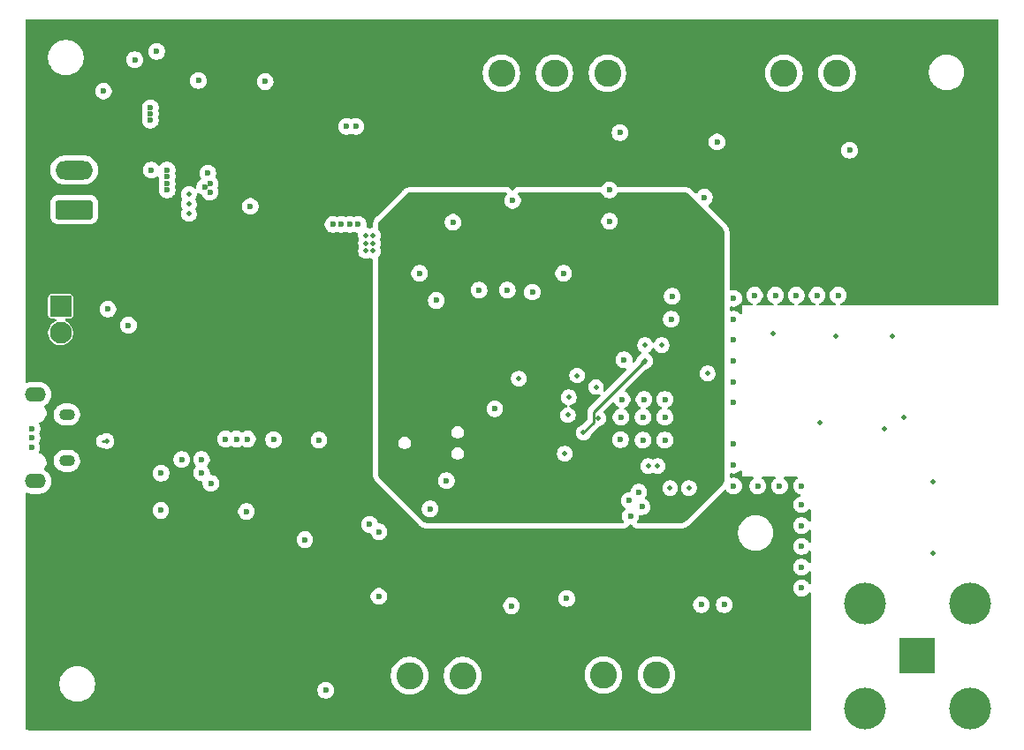
<source format=gbr>
%TF.GenerationSoftware,KiCad,Pcbnew,9.0.6*%
%TF.CreationDate,2025-12-23T13:53:16+01:00*%
%TF.ProjectId,demo wateranalyser,64656d6f-2077-4617-9465-72616e616c79,rev?*%
%TF.SameCoordinates,Original*%
%TF.FileFunction,Copper,L3,Inr*%
%TF.FilePolarity,Positive*%
%FSLAX46Y46*%
G04 Gerber Fmt 4.6, Leading zero omitted, Abs format (unit mm)*
G04 Created by KiCad (PCBNEW 9.0.6) date 2025-12-23 13:53:16*
%MOMM*%
%LPD*%
G01*
G04 APERTURE LIST*
G04 Aperture macros list*
%AMRoundRect*
0 Rectangle with rounded corners*
0 $1 Rounding radius*
0 $2 $3 $4 $5 $6 $7 $8 $9 X,Y pos of 4 corners*
0 Add a 4 corners polygon primitive as box body*
4,1,4,$2,$3,$4,$5,$6,$7,$8,$9,$2,$3,0*
0 Add four circle primitives for the rounded corners*
1,1,$1+$1,$2,$3*
1,1,$1+$1,$4,$5*
1,1,$1+$1,$6,$7*
1,1,$1+$1,$8,$9*
0 Add four rect primitives between the rounded corners*
20,1,$1+$1,$2,$3,$4,$5,0*
20,1,$1+$1,$4,$5,$6,$7,0*
20,1,$1+$1,$6,$7,$8,$9,0*
20,1,$1+$1,$8,$9,$2,$3,0*%
G04 Aperture macros list end*
%TA.AperFunction,HeatsinkPad*%
%ADD10O,2.000000X1.400000*%
%TD*%
%TA.AperFunction,HeatsinkPad*%
%ADD11O,1.500000X1.100000*%
%TD*%
%TA.AperFunction,ComponentPad*%
%ADD12RoundRect,0.250000X-1.050000X-1.050000X1.050000X-1.050000X1.050000X1.050000X-1.050000X1.050000X0*%
%TD*%
%TA.AperFunction,ComponentPad*%
%ADD13C,2.600000*%
%TD*%
%TA.AperFunction,ComponentPad*%
%ADD14RoundRect,0.250000X1.050000X1.050000X-1.050000X1.050000X-1.050000X-1.050000X1.050000X-1.050000X0*%
%TD*%
%TA.AperFunction,ComponentPad*%
%ADD15RoundRect,0.250000X1.550000X-0.650000X1.550000X0.650000X-1.550000X0.650000X-1.550000X-0.650000X0*%
%TD*%
%TA.AperFunction,ComponentPad*%
%ADD16O,3.600000X1.800000*%
%TD*%
%TA.AperFunction,HeatsinkPad*%
%ADD17C,0.500000*%
%TD*%
%TA.AperFunction,ComponentPad*%
%ADD18RoundRect,0.250001X-0.799999X0.799999X-0.799999X-0.799999X0.799999X-0.799999X0.799999X0.799999X0*%
%TD*%
%TA.AperFunction,ComponentPad*%
%ADD19C,2.100000*%
%TD*%
%TA.AperFunction,ComponentPad*%
%ADD20R,3.500000X3.500000*%
%TD*%
%TA.AperFunction,ComponentPad*%
%ADD21C,4.000000*%
%TD*%
%TA.AperFunction,ViaPad*%
%ADD22C,0.500000*%
%TD*%
%TA.AperFunction,ViaPad*%
%ADD23C,0.600000*%
%TD*%
%TA.AperFunction,Conductor*%
%ADD24C,0.250000*%
%TD*%
G04 APERTURE END LIST*
D10*
%TO.N,GND*%
%TO.C,J7*%
X127700000Y-62250000D03*
D11*
X130700000Y-60300000D03*
X130700000Y-55850000D03*
D10*
X127700000Y-53900000D03*
%TD*%
D12*
%TO.N,Net-(D1-A1)*%
%TO.C,J1*%
X167260000Y-23100000D03*
D13*
%TO.N,/analog/RS485+*%
X172340000Y-23100000D03*
%TO.N,/analog/RS485-*%
X177420000Y-23100000D03*
%TO.N,GND*%
X182500000Y-23100000D03*
%TD*%
D14*
%TO.N,Net-(D1-A1)*%
%TO.C,J3*%
X173700000Y-80900000D03*
D13*
%TO.N,Net-(D4-A2)*%
X168620000Y-80900000D03*
%TO.N,GND*%
X163540000Y-80900000D03*
%TD*%
D15*
%TO.N,Net-(BT1-+)*%
%TO.C,BT1*%
X131400000Y-36200000D03*
D16*
%TO.N,GND*%
X131400000Y-32390000D03*
%TD*%
D12*
%TO.N,Net-(D1-A1)*%
%TO.C,J2*%
X194340000Y-23100000D03*
D13*
%TO.N,Net-(D3-A2)*%
X199420000Y-23100000D03*
%TO.N,GND*%
X204500000Y-23100000D03*
%TD*%
D17*
%TO.N,GND*%
%TO.C,U7*%
X159350000Y-38650000D03*
X159350000Y-39400000D03*
X159350000Y-40150000D03*
X160050000Y-38650000D03*
X160050000Y-39400000D03*
X160050000Y-40150000D03*
%TD*%
D14*
%TO.N,Net-(D1-A1)*%
%TO.C,J4*%
X192285000Y-80827500D03*
D13*
%TO.N,Net-(D5-A2)*%
X187205000Y-80827500D03*
%TO.N,GND*%
X182125000Y-80827500D03*
%TD*%
D18*
%TO.N,GND*%
%TO.C,J8*%
X130100000Y-45460000D03*
D19*
%TO.N,+5V*%
X130100000Y-48000000D03*
%TD*%
D17*
%TO.N,GND*%
%TO.C,U6*%
X142400000Y-34700000D03*
X142400000Y-35650000D03*
X142400000Y-36600000D03*
%TD*%
D20*
%TO.N,Net-(J6-In)*%
%TO.C,J6*%
X212200000Y-79000000D03*
D21*
%TO.N,GND*%
X217225000Y-84025000D03*
X217225000Y-73975000D03*
X207175000Y-84025000D03*
X207175000Y-73975000D03*
%TD*%
D22*
%TO.N,GND*%
X209050000Y-57200000D03*
X178800000Y-54200000D03*
%TO.N,SWCLK*%
X181625000Y-56200000D03*
%TO.N,GND*%
X174000000Y-52400000D03*
%TO.N,+3V3*%
X175800000Y-52500000D03*
%TO.N,GND*%
X178400000Y-59600000D03*
%TO.N,+3V3*%
X181200000Y-52100000D03*
X190200000Y-61300000D03*
X188500000Y-61300000D03*
X180300000Y-55900000D03*
X187700000Y-50700000D03*
X189900000Y-42600000D03*
X190500000Y-51900000D03*
%TO.N,Net-(U3-VDDRF1V55)*%
X186100000Y-50700000D03*
X180200000Y-57600000D03*
%TO.N,+3V3*%
X178400000Y-58100000D03*
%TO.N,GND*%
X190300000Y-62900000D03*
X178700000Y-55900000D03*
X188500000Y-62900000D03*
X179600000Y-52100000D03*
X192100000Y-51900000D03*
X187700000Y-49200000D03*
%TO.N,/LoRa RF/RF-Switch*%
X181400000Y-53200000D03*
%TO.N,GND*%
X186100000Y-49200000D03*
D23*
%TO.N,/MCU/UART-TX*%
X184600000Y-64100000D03*
%TO.N,NRST*%
X184700000Y-65600000D03*
%TO.N,/MCU/UART-RX*%
X185500000Y-63300000D03*
%TO.N,/MCU/RS485-EN*%
X185800000Y-64700000D03*
%TO.N,+3V3*%
X192700000Y-59700000D03*
%TO.N,GND*%
X183700000Y-28800000D03*
X134625000Y-45725000D03*
X134200000Y-24800000D03*
X205700000Y-30500000D03*
X138800000Y-32400000D03*
%TO.N,+3V3*%
X177800000Y-35300000D03*
X141700000Y-60150000D03*
X169700000Y-37300000D03*
%TO.N,/MCU/ADC-CH2*%
X191800000Y-35000000D03*
%TO.N,+5V*%
X140300000Y-33700000D03*
%TO.N,+3V3*%
X143600000Y-60150000D03*
%TO.N,Vbat*%
X144400000Y-34500000D03*
%TO.N,+3V3*%
X178700000Y-36200000D03*
%TO.N,+5V*%
X136600000Y-47275000D03*
X140300000Y-32400000D03*
X140300000Y-33000000D03*
X140300000Y-34300000D03*
%TO.N,+3V3*%
X177600000Y-36200000D03*
%TO.N,GND*%
X188700000Y-44500000D03*
X193000000Y-29700000D03*
X143300000Y-23800000D03*
X139300000Y-21000000D03*
X149700000Y-23900000D03*
X148275000Y-35875000D03*
X178300000Y-42300000D03*
X144200000Y-32700000D03*
X167700000Y-37400000D03*
X139725000Y-61475000D03*
X173400000Y-35300000D03*
X164500000Y-42300000D03*
X143600000Y-61450000D03*
%TO.N,/MCU/RS485-EN*%
X170200000Y-43900000D03*
%TO.N,Vbat*%
X143900000Y-34000000D03*
X138700000Y-26400000D03*
X158600000Y-37600000D03*
X138700000Y-27000000D03*
%TO.N,/MCU/UART-RX*%
X175300000Y-44100000D03*
%TO.N,/MCU/12V-EN*%
X166100000Y-44900000D03*
%TO.N,Vbat*%
X156200000Y-37600000D03*
X138700000Y-27600000D03*
X157000000Y-37600000D03*
%TO.N,/analog/RS485+*%
X182700000Y-34300000D03*
%TO.N,/MCU/12V-EN*%
X137200000Y-21800000D03*
%TO.N,/analog/RS485+*%
X182700000Y-37300000D03*
%TO.N,Vbat*%
X157800000Y-37600000D03*
X144400000Y-33700000D03*
%TO.N,/MCU/UART-TX*%
X172900000Y-43900000D03*
%TO.N,GND*%
X188600000Y-46700000D03*
%TO.N,Net-(D1-A1)*%
X155800000Y-20700000D03*
%TO.N,GND*%
X201100000Y-66500000D03*
X127300000Y-59000000D03*
X185900000Y-58300000D03*
X194600000Y-48700000D03*
X185900000Y-56100000D03*
X148000000Y-58200000D03*
X193700000Y-74100000D03*
X139700000Y-65050000D03*
X194600000Y-60700000D03*
X196900000Y-62700000D03*
X183800000Y-56100000D03*
X178600000Y-73500000D03*
D22*
X213700000Y-69200000D03*
D23*
X183750000Y-58250000D03*
X127350000Y-57200000D03*
X194600000Y-44700000D03*
X188000000Y-54399000D03*
X199000000Y-62700000D03*
X198600000Y-44400000D03*
X144500000Y-62450000D03*
X196600000Y-44400000D03*
X201100000Y-68500000D03*
X188000000Y-56100000D03*
X188000000Y-58300000D03*
D22*
X198400000Y-48100000D03*
D23*
X201100000Y-70500000D03*
X202600000Y-44400000D03*
D22*
X213700000Y-62300000D03*
D23*
X157500000Y-28200000D03*
X194600000Y-54700000D03*
X200600000Y-44400000D03*
X191500000Y-74100000D03*
X194600000Y-58700000D03*
X173300000Y-74200000D03*
D22*
X202900000Y-56600000D03*
D23*
X183900000Y-54400000D03*
D22*
X204400000Y-48300000D03*
D23*
X145900000Y-58200000D03*
X127350000Y-58075000D03*
X155500000Y-82300000D03*
X201100000Y-64500000D03*
D22*
X209800000Y-48300000D03*
D23*
X186000000Y-54399000D03*
X167070000Y-62200000D03*
X194600000Y-52700000D03*
X160600000Y-73300000D03*
X194600000Y-62700000D03*
X194600000Y-50700000D03*
X146970000Y-58200000D03*
D22*
X134500000Y-58400000D03*
D23*
X201100000Y-72500000D03*
X201100000Y-62700000D03*
X158400000Y-28200000D03*
X194600000Y-46700000D03*
X204600000Y-44400000D03*
%TO.N,+3V3*%
X160900000Y-41200000D03*
X160900000Y-42800000D03*
X164330000Y-60300000D03*
X153500000Y-67850000D03*
X163700000Y-60300000D03*
X160900000Y-42000000D03*
X147900000Y-65150000D03*
%TO.N,/MCU/ADC-CH2*%
X184100000Y-50600000D03*
%TO.N,NRST*%
X165500000Y-64900000D03*
%TO.N,Net-(D7-K)*%
X150500000Y-58250000D03*
X154850000Y-58300000D03*
%TO.N,SWCLK*%
X171700000Y-55300000D03*
D22*
%TO.N,Net-(U2-RXD)*%
X186400000Y-60800000D03*
D23*
X159700000Y-66400000D03*
D22*
%TO.N,Net-(U2-TXD)*%
X187300000Y-60800000D03*
D23*
X160600000Y-67100000D03*
D22*
%TO.N,/LoRa RF/RF-Switch*%
X210900000Y-56100000D03*
D23*
%TO.N,Net-(D1-A1)*%
X155800000Y-21500000D03*
%TD*%
D24*
%TO.N,GND*%
X134500000Y-58400000D02*
X134100000Y-58400000D01*
%TO.N,Net-(U3-VDDRF1V55)*%
X181200000Y-55600000D02*
X186100000Y-50700000D01*
X181200000Y-56600000D02*
X181200000Y-55600000D01*
X180200000Y-57600000D02*
X181200000Y-56600000D01*
%TD*%
%TA.AperFunction,Conductor*%
%TO.N,+3V3*%
G36*
X172835598Y-34519685D02*
G01*
X172881353Y-34572489D01*
X172891297Y-34641647D01*
X172862272Y-34705203D01*
X172856240Y-34711681D01*
X172778213Y-34789707D01*
X172778210Y-34789711D01*
X172690609Y-34920814D01*
X172690602Y-34920827D01*
X172630264Y-35066498D01*
X172630261Y-35066510D01*
X172599500Y-35221153D01*
X172599500Y-35378846D01*
X172630261Y-35533489D01*
X172630264Y-35533501D01*
X172690602Y-35679172D01*
X172690609Y-35679185D01*
X172778210Y-35810288D01*
X172778213Y-35810292D01*
X172889707Y-35921786D01*
X172889711Y-35921789D01*
X173020814Y-36009390D01*
X173020827Y-36009397D01*
X173166498Y-36069735D01*
X173166503Y-36069737D01*
X173321153Y-36100499D01*
X173321156Y-36100500D01*
X173321158Y-36100500D01*
X173478844Y-36100500D01*
X173478845Y-36100499D01*
X173633497Y-36069737D01*
X173779179Y-36009394D01*
X173910289Y-35921789D01*
X174021789Y-35810289D01*
X174109394Y-35679179D01*
X174169737Y-35533497D01*
X174200500Y-35378842D01*
X174200500Y-35221158D01*
X174200500Y-35221155D01*
X174200499Y-35221153D01*
X174169738Y-35066510D01*
X174169737Y-35066503D01*
X174109534Y-34921158D01*
X174109397Y-34920827D01*
X174109390Y-34920814D01*
X174021789Y-34789711D01*
X174021786Y-34789707D01*
X173943760Y-34711681D01*
X173910275Y-34650358D01*
X173915259Y-34580666D01*
X173957131Y-34524733D01*
X174022595Y-34500316D01*
X174031441Y-34500000D01*
X181833534Y-34500000D01*
X181900573Y-34519685D01*
X181946328Y-34572489D01*
X181948095Y-34576548D01*
X181990602Y-34679172D01*
X181990609Y-34679185D01*
X182078210Y-34810288D01*
X182078213Y-34810292D01*
X182189707Y-34921786D01*
X182189711Y-34921789D01*
X182320814Y-35009390D01*
X182320827Y-35009397D01*
X182458683Y-35066498D01*
X182466503Y-35069737D01*
X182621153Y-35100499D01*
X182621156Y-35100500D01*
X182621158Y-35100500D01*
X182778844Y-35100500D01*
X182778845Y-35100499D01*
X182933497Y-35069737D01*
X183079179Y-35009394D01*
X183210289Y-34921789D01*
X183321789Y-34810289D01*
X183409394Y-34679179D01*
X183421332Y-34650358D01*
X183451905Y-34576548D01*
X183495745Y-34522144D01*
X183562039Y-34500079D01*
X183566466Y-34500000D01*
X189721116Y-34500000D01*
X189733269Y-34500597D01*
X189744668Y-34501719D01*
X189890638Y-34516096D01*
X189914468Y-34520835D01*
X190059941Y-34564964D01*
X190082393Y-34574264D01*
X190216449Y-34645919D01*
X190236659Y-34659422D01*
X190300336Y-34711681D01*
X190358897Y-34759741D01*
X190367913Y-34767913D01*
X193432086Y-37832086D01*
X193440258Y-37841102D01*
X193540575Y-37963338D01*
X193554080Y-37983550D01*
X193625733Y-38117603D01*
X193635036Y-38140061D01*
X193679162Y-38285525D01*
X193683904Y-38309366D01*
X193699403Y-38466730D01*
X193700000Y-38478884D01*
X193700000Y-62021115D01*
X193699403Y-62033269D01*
X193683904Y-62190633D01*
X193679162Y-62214474D01*
X193635036Y-62359938D01*
X193625733Y-62382396D01*
X193554080Y-62516449D01*
X193540575Y-62536661D01*
X193440258Y-62658897D01*
X193432086Y-62667913D01*
X190067913Y-66032086D01*
X190058897Y-66040258D01*
X189936661Y-66140575D01*
X189916449Y-66154080D01*
X189782396Y-66225733D01*
X189759938Y-66235036D01*
X189614474Y-66279162D01*
X189590633Y-66283904D01*
X189433270Y-66299403D01*
X189421116Y-66300000D01*
X185427016Y-66300000D01*
X185359977Y-66280315D01*
X185314222Y-66227511D01*
X185304278Y-66158353D01*
X185323914Y-66107109D01*
X185409390Y-65979185D01*
X185409390Y-65979184D01*
X185409394Y-65979179D01*
X185469737Y-65833497D01*
X185500500Y-65678842D01*
X185500500Y-65607702D01*
X185520185Y-65540663D01*
X185572989Y-65494908D01*
X185642147Y-65484964D01*
X185648667Y-65486080D01*
X185705435Y-65497372D01*
X185721157Y-65500500D01*
X185721158Y-65500500D01*
X185878844Y-65500500D01*
X185878845Y-65500499D01*
X186033497Y-65469737D01*
X186179179Y-65409394D01*
X186310289Y-65321789D01*
X186421789Y-65210289D01*
X186509394Y-65079179D01*
X186569737Y-64933497D01*
X186600500Y-64778842D01*
X186600500Y-64621158D01*
X186600500Y-64621155D01*
X186600499Y-64621153D01*
X186580543Y-64520827D01*
X186569737Y-64466503D01*
X186537929Y-64389711D01*
X186509397Y-64320827D01*
X186509390Y-64320814D01*
X186421789Y-64189711D01*
X186421786Y-64189707D01*
X186310292Y-64078213D01*
X186310288Y-64078210D01*
X186179185Y-63990609D01*
X186173809Y-63987736D01*
X186174393Y-63986643D01*
X186125047Y-63946870D01*
X186102988Y-63880574D01*
X186120273Y-63812876D01*
X186123797Y-63807282D01*
X186209394Y-63679179D01*
X186269737Y-63533497D01*
X186300500Y-63378842D01*
X186300500Y-63221158D01*
X186300500Y-63221155D01*
X186300499Y-63221153D01*
X186269738Y-63066510D01*
X186269738Y-63066508D01*
X186269737Y-63066503D01*
X186242398Y-63000500D01*
X186231388Y-62973920D01*
X187749499Y-62973920D01*
X187778340Y-63118907D01*
X187778343Y-63118917D01*
X187834912Y-63255488D01*
X187834919Y-63255501D01*
X187917048Y-63378415D01*
X187917051Y-63378419D01*
X188021580Y-63482948D01*
X188021584Y-63482951D01*
X188144498Y-63565080D01*
X188144511Y-63565087D01*
X188281082Y-63621656D01*
X188281087Y-63621658D01*
X188281091Y-63621658D01*
X188281092Y-63621659D01*
X188426079Y-63650500D01*
X188426082Y-63650500D01*
X188573920Y-63650500D01*
X188671462Y-63631096D01*
X188718913Y-63621658D01*
X188855495Y-63565084D01*
X188978416Y-63482951D01*
X189082951Y-63378416D01*
X189165084Y-63255495D01*
X189221658Y-63118913D01*
X189232084Y-63066498D01*
X189250500Y-62973920D01*
X189549499Y-62973920D01*
X189578340Y-63118907D01*
X189578343Y-63118917D01*
X189634912Y-63255488D01*
X189634919Y-63255501D01*
X189717048Y-63378415D01*
X189717051Y-63378419D01*
X189821580Y-63482948D01*
X189821584Y-63482951D01*
X189944498Y-63565080D01*
X189944511Y-63565087D01*
X190081082Y-63621656D01*
X190081087Y-63621658D01*
X190081091Y-63621658D01*
X190081092Y-63621659D01*
X190226079Y-63650500D01*
X190226082Y-63650500D01*
X190373920Y-63650500D01*
X190471462Y-63631096D01*
X190518913Y-63621658D01*
X190655495Y-63565084D01*
X190778416Y-63482951D01*
X190882951Y-63378416D01*
X190965084Y-63255495D01*
X191021658Y-63118913D01*
X191032084Y-63066498D01*
X191050500Y-62973920D01*
X191050500Y-62826079D01*
X191021659Y-62681092D01*
X191021658Y-62681091D01*
X191021658Y-62681087D01*
X190979449Y-62579185D01*
X190965087Y-62544511D01*
X190965080Y-62544498D01*
X190882951Y-62421584D01*
X190882948Y-62421580D01*
X190778419Y-62317051D01*
X190778415Y-62317048D01*
X190655501Y-62234919D01*
X190655488Y-62234912D01*
X190518917Y-62178343D01*
X190518907Y-62178340D01*
X190373920Y-62149500D01*
X190373918Y-62149500D01*
X190226082Y-62149500D01*
X190226080Y-62149500D01*
X190081092Y-62178340D01*
X190081082Y-62178343D01*
X189944511Y-62234912D01*
X189944498Y-62234919D01*
X189821584Y-62317048D01*
X189821580Y-62317051D01*
X189717051Y-62421580D01*
X189717048Y-62421584D01*
X189634919Y-62544498D01*
X189634912Y-62544511D01*
X189578343Y-62681082D01*
X189578340Y-62681092D01*
X189549500Y-62826079D01*
X189549500Y-62826082D01*
X189549500Y-62973918D01*
X189549500Y-62973920D01*
X189549499Y-62973920D01*
X189250500Y-62973920D01*
X189250500Y-62826079D01*
X189221659Y-62681092D01*
X189221658Y-62681091D01*
X189221658Y-62681087D01*
X189179449Y-62579185D01*
X189165087Y-62544511D01*
X189165080Y-62544498D01*
X189082951Y-62421584D01*
X189082948Y-62421580D01*
X188978419Y-62317051D01*
X188978415Y-62317048D01*
X188855501Y-62234919D01*
X188855488Y-62234912D01*
X188718917Y-62178343D01*
X188718907Y-62178340D01*
X188573920Y-62149500D01*
X188573918Y-62149500D01*
X188426082Y-62149500D01*
X188426080Y-62149500D01*
X188281092Y-62178340D01*
X188281082Y-62178343D01*
X188144511Y-62234912D01*
X188144498Y-62234919D01*
X188021584Y-62317048D01*
X188021580Y-62317051D01*
X187917051Y-62421580D01*
X187917048Y-62421584D01*
X187834919Y-62544498D01*
X187834912Y-62544511D01*
X187778343Y-62681082D01*
X187778340Y-62681092D01*
X187749500Y-62826079D01*
X187749500Y-62826082D01*
X187749500Y-62973918D01*
X187749500Y-62973920D01*
X187749499Y-62973920D01*
X186231388Y-62973920D01*
X186209397Y-62920827D01*
X186209390Y-62920814D01*
X186188053Y-62888881D01*
X186121789Y-62789711D01*
X186121786Y-62789707D01*
X186010292Y-62678213D01*
X186010288Y-62678210D01*
X185879185Y-62590609D01*
X185879172Y-62590602D01*
X185733501Y-62530264D01*
X185733489Y-62530261D01*
X185578845Y-62499500D01*
X185578842Y-62499500D01*
X185421158Y-62499500D01*
X185421155Y-62499500D01*
X185266510Y-62530261D01*
X185266498Y-62530264D01*
X185120827Y-62590602D01*
X185120814Y-62590609D01*
X184989711Y-62678210D01*
X184989707Y-62678213D01*
X184878213Y-62789707D01*
X184878210Y-62789711D01*
X184790609Y-62920814D01*
X184790602Y-62920827D01*
X184730264Y-63066498D01*
X184730261Y-63066508D01*
X184703769Y-63199692D01*
X184671384Y-63261603D01*
X184610668Y-63296177D01*
X184582152Y-63299500D01*
X184521155Y-63299500D01*
X184366510Y-63330261D01*
X184366498Y-63330264D01*
X184220827Y-63390602D01*
X184220814Y-63390609D01*
X184089711Y-63478210D01*
X184089707Y-63478213D01*
X183978213Y-63589707D01*
X183978210Y-63589711D01*
X183890609Y-63720814D01*
X183890602Y-63720827D01*
X183830264Y-63866498D01*
X183830261Y-63866510D01*
X183799500Y-64021153D01*
X183799500Y-64178846D01*
X183830261Y-64333489D01*
X183830264Y-64333501D01*
X183890602Y-64479172D01*
X183890609Y-64479185D01*
X183978210Y-64610288D01*
X183978213Y-64610292D01*
X184089710Y-64721789D01*
X184178042Y-64780810D01*
X184222847Y-64834422D01*
X184231554Y-64903747D01*
X184201400Y-64966774D01*
X184193983Y-64973868D01*
X184194018Y-64973903D01*
X184078213Y-65089707D01*
X184078210Y-65089711D01*
X183990609Y-65220814D01*
X183990602Y-65220827D01*
X183930264Y-65366498D01*
X183930261Y-65366510D01*
X183899500Y-65521153D01*
X183899500Y-65678846D01*
X183930261Y-65833489D01*
X183930264Y-65833501D01*
X183990602Y-65979172D01*
X183990609Y-65979185D01*
X184076086Y-66107109D01*
X184096964Y-66173786D01*
X184078480Y-66241167D01*
X184026501Y-66287857D01*
X183972984Y-66300000D01*
X165378884Y-66300000D01*
X165366730Y-66299403D01*
X165209366Y-66283904D01*
X165185525Y-66279162D01*
X165040061Y-66235036D01*
X165017603Y-66225733D01*
X164883550Y-66154080D01*
X164863338Y-66140575D01*
X164741102Y-66040258D01*
X164732086Y-66032086D01*
X163521153Y-64821153D01*
X164699500Y-64821153D01*
X164699500Y-64978846D01*
X164730261Y-65133489D01*
X164730264Y-65133501D01*
X164790602Y-65279172D01*
X164790609Y-65279185D01*
X164878210Y-65410288D01*
X164878213Y-65410292D01*
X164989707Y-65521786D01*
X164989711Y-65521789D01*
X165120814Y-65609390D01*
X165120827Y-65609397D01*
X165266498Y-65669735D01*
X165266503Y-65669737D01*
X165371418Y-65690606D01*
X165421153Y-65700499D01*
X165421156Y-65700500D01*
X165421158Y-65700500D01*
X165578844Y-65700500D01*
X165578845Y-65700499D01*
X165733497Y-65669737D01*
X165879179Y-65609394D01*
X166010289Y-65521789D01*
X166121789Y-65410289D01*
X166209394Y-65279179D01*
X166269737Y-65133497D01*
X166300500Y-64978842D01*
X166300500Y-64821158D01*
X166300500Y-64821155D01*
X166300499Y-64821153D01*
X166292474Y-64780810D01*
X166269737Y-64666503D01*
X166250955Y-64621158D01*
X166209397Y-64520827D01*
X166209390Y-64520814D01*
X166121789Y-64389711D01*
X166121786Y-64389707D01*
X166010292Y-64278213D01*
X166010288Y-64278210D01*
X165879185Y-64190609D01*
X165879172Y-64190602D01*
X165733501Y-64130264D01*
X165733489Y-64130261D01*
X165578845Y-64099500D01*
X165578842Y-64099500D01*
X165421158Y-64099500D01*
X165421155Y-64099500D01*
X165266510Y-64130261D01*
X165266498Y-64130264D01*
X165120827Y-64190602D01*
X165120814Y-64190609D01*
X164989711Y-64278210D01*
X164989707Y-64278213D01*
X164878213Y-64389707D01*
X164878210Y-64389711D01*
X164790609Y-64520814D01*
X164790602Y-64520827D01*
X164730264Y-64666498D01*
X164730261Y-64666510D01*
X164699500Y-64821153D01*
X163521153Y-64821153D01*
X160821153Y-62121153D01*
X166269500Y-62121153D01*
X166269500Y-62278846D01*
X166300261Y-62433489D01*
X166300264Y-62433501D01*
X166360602Y-62579172D01*
X166360609Y-62579185D01*
X166448210Y-62710288D01*
X166448213Y-62710292D01*
X166559707Y-62821786D01*
X166559711Y-62821789D01*
X166690814Y-62909390D01*
X166690827Y-62909397D01*
X166836498Y-62969735D01*
X166836503Y-62969737D01*
X166991153Y-63000499D01*
X166991156Y-63000500D01*
X166991158Y-63000500D01*
X167148844Y-63000500D01*
X167148845Y-63000499D01*
X167303497Y-62969737D01*
X167421592Y-62920821D01*
X167449172Y-62909397D01*
X167449172Y-62909396D01*
X167449179Y-62909394D01*
X167580289Y-62821789D01*
X167691789Y-62710289D01*
X167779394Y-62579179D01*
X167839737Y-62433497D01*
X167870500Y-62278842D01*
X167870500Y-62121158D01*
X167870500Y-62121155D01*
X167870499Y-62121153D01*
X167858115Y-62058897D01*
X167839737Y-61966503D01*
X167819004Y-61916449D01*
X167779397Y-61820827D01*
X167779390Y-61820814D01*
X167691789Y-61689711D01*
X167691786Y-61689707D01*
X167580292Y-61578213D01*
X167580288Y-61578210D01*
X167449185Y-61490609D01*
X167449172Y-61490602D01*
X167303501Y-61430264D01*
X167303489Y-61430261D01*
X167148845Y-61399500D01*
X167148842Y-61399500D01*
X166991158Y-61399500D01*
X166991155Y-61399500D01*
X166836510Y-61430261D01*
X166836498Y-61430264D01*
X166690827Y-61490602D01*
X166690814Y-61490609D01*
X166559711Y-61578210D01*
X166559707Y-61578213D01*
X166448213Y-61689707D01*
X166448210Y-61689711D01*
X166360609Y-61820814D01*
X166360602Y-61820827D01*
X166300264Y-61966498D01*
X166300261Y-61966510D01*
X166269500Y-62121153D01*
X160821153Y-62121153D01*
X160767913Y-62067913D01*
X160759741Y-62058897D01*
X160659424Y-61936661D01*
X160645919Y-61916449D01*
X160574266Y-61782396D01*
X160564963Y-61759938D01*
X160543659Y-61689707D01*
X160520835Y-61614468D01*
X160516096Y-61590638D01*
X160500597Y-61433268D01*
X160500000Y-61421115D01*
X160500000Y-60873920D01*
X185649499Y-60873920D01*
X185678340Y-61018907D01*
X185678343Y-61018917D01*
X185734912Y-61155488D01*
X185734919Y-61155501D01*
X185817048Y-61278415D01*
X185817051Y-61278419D01*
X185921580Y-61382948D01*
X185921584Y-61382951D01*
X186044498Y-61465080D01*
X186044511Y-61465087D01*
X186181082Y-61521656D01*
X186181087Y-61521658D01*
X186181091Y-61521658D01*
X186181092Y-61521659D01*
X186326079Y-61550500D01*
X186326082Y-61550500D01*
X186473920Y-61550500D01*
X186571462Y-61531096D01*
X186618913Y-61521658D01*
X186755495Y-61465084D01*
X186781110Y-61447967D01*
X186847784Y-61427090D01*
X186915165Y-61445573D01*
X186918838Y-61447933D01*
X186944505Y-61465084D01*
X187081087Y-61521658D01*
X187081091Y-61521658D01*
X187081092Y-61521659D01*
X187226079Y-61550500D01*
X187226082Y-61550500D01*
X187373920Y-61550500D01*
X187471462Y-61531096D01*
X187518913Y-61521658D01*
X187655495Y-61465084D01*
X187778416Y-61382951D01*
X187882951Y-61278416D01*
X187965084Y-61155495D01*
X188021658Y-61018913D01*
X188050500Y-60873918D01*
X188050500Y-60726082D01*
X188050500Y-60726079D01*
X188021659Y-60581092D01*
X188021658Y-60581091D01*
X188021658Y-60581087D01*
X188021656Y-60581082D01*
X187965087Y-60444511D01*
X187965080Y-60444498D01*
X187882951Y-60321584D01*
X187882948Y-60321580D01*
X187778419Y-60217051D01*
X187778415Y-60217048D01*
X187655501Y-60134919D01*
X187655488Y-60134912D01*
X187518917Y-60078343D01*
X187518907Y-60078340D01*
X187373920Y-60049500D01*
X187373918Y-60049500D01*
X187226082Y-60049500D01*
X187226080Y-60049500D01*
X187081092Y-60078340D01*
X187081082Y-60078343D01*
X186944506Y-60134914D01*
X186944504Y-60134915D01*
X186918889Y-60152031D01*
X186852211Y-60172908D01*
X186784831Y-60154422D01*
X186781111Y-60152031D01*
X186755495Y-60134915D01*
X186755493Y-60134914D01*
X186618917Y-60078343D01*
X186618907Y-60078340D01*
X186473920Y-60049500D01*
X186473918Y-60049500D01*
X186326082Y-60049500D01*
X186326080Y-60049500D01*
X186181092Y-60078340D01*
X186181082Y-60078343D01*
X186044511Y-60134912D01*
X186044498Y-60134919D01*
X185921584Y-60217048D01*
X185921580Y-60217051D01*
X185817051Y-60321580D01*
X185817048Y-60321584D01*
X185734919Y-60444498D01*
X185734912Y-60444511D01*
X185678343Y-60581082D01*
X185678340Y-60581092D01*
X185649500Y-60726079D01*
X185649500Y-60726082D01*
X185649500Y-60873918D01*
X185649500Y-60873920D01*
X185649499Y-60873920D01*
X160500000Y-60873920D01*
X160500000Y-59502561D01*
X167544200Y-59502561D01*
X167544200Y-59659439D01*
X167584803Y-59810970D01*
X167663241Y-59946830D01*
X167774170Y-60057759D01*
X167910030Y-60136197D01*
X168061561Y-60176800D01*
X168061564Y-60176800D01*
X168218436Y-60176800D01*
X168218439Y-60176800D01*
X168369970Y-60136197D01*
X168505830Y-60057759D01*
X168616759Y-59946830D01*
X168695197Y-59810970D01*
X168731920Y-59673920D01*
X177649499Y-59673920D01*
X177678340Y-59818907D01*
X177678343Y-59818917D01*
X177734912Y-59955488D01*
X177734919Y-59955501D01*
X177817048Y-60078415D01*
X177817051Y-60078419D01*
X177921580Y-60182948D01*
X177921584Y-60182951D01*
X178044498Y-60265080D01*
X178044511Y-60265087D01*
X178180899Y-60321580D01*
X178181087Y-60321658D01*
X178181091Y-60321658D01*
X178181092Y-60321659D01*
X178326079Y-60350500D01*
X178326082Y-60350500D01*
X178473920Y-60350500D01*
X178571462Y-60331096D01*
X178618913Y-60321658D01*
X178755495Y-60265084D01*
X178878416Y-60182951D01*
X178982951Y-60078416D01*
X179065084Y-59955495D01*
X179121658Y-59818913D01*
X179150500Y-59673918D01*
X179150500Y-59526082D01*
X179150500Y-59526079D01*
X179121659Y-59381092D01*
X179121658Y-59381091D01*
X179121658Y-59381087D01*
X179109208Y-59351029D01*
X179065087Y-59244511D01*
X179065080Y-59244498D01*
X178982951Y-59121584D01*
X178982948Y-59121580D01*
X178878419Y-59017051D01*
X178878415Y-59017048D01*
X178755501Y-58934919D01*
X178755488Y-58934912D01*
X178618917Y-58878343D01*
X178618907Y-58878340D01*
X178473920Y-58849500D01*
X178473918Y-58849500D01*
X178326082Y-58849500D01*
X178326080Y-58849500D01*
X178181092Y-58878340D01*
X178181082Y-58878343D01*
X178044511Y-58934912D01*
X178044498Y-58934919D01*
X177921584Y-59017048D01*
X177921580Y-59017051D01*
X177817051Y-59121580D01*
X177817048Y-59121584D01*
X177734919Y-59244498D01*
X177734912Y-59244511D01*
X177678343Y-59381082D01*
X177678340Y-59381092D01*
X177649500Y-59526079D01*
X177649500Y-59526082D01*
X177649500Y-59673918D01*
X177649500Y-59673920D01*
X177649499Y-59673920D01*
X168731920Y-59673920D01*
X168735800Y-59659439D01*
X168735800Y-59502561D01*
X168695197Y-59351030D01*
X168616759Y-59215170D01*
X168505830Y-59104241D01*
X168369970Y-59025803D01*
X168369971Y-59025803D01*
X168332087Y-59015652D01*
X168218439Y-58985200D01*
X168061561Y-58985200D01*
X167947912Y-59015652D01*
X167910029Y-59025803D01*
X167774171Y-59104240D01*
X167774168Y-59104242D01*
X167663242Y-59215168D01*
X167663240Y-59215171D01*
X167584803Y-59351029D01*
X167576749Y-59381087D01*
X167544200Y-59502561D01*
X160500000Y-59502561D01*
X160500000Y-58486561D01*
X162464200Y-58486561D01*
X162464200Y-58643439D01*
X162504803Y-58794970D01*
X162583241Y-58930830D01*
X162694170Y-59041759D01*
X162830030Y-59120197D01*
X162981561Y-59160800D01*
X162981564Y-59160800D01*
X163138436Y-59160800D01*
X163138439Y-59160800D01*
X163289970Y-59120197D01*
X163425830Y-59041759D01*
X163536759Y-58930830D01*
X163615197Y-58794970D01*
X163655800Y-58643439D01*
X163655800Y-58486561D01*
X163615197Y-58335030D01*
X163536759Y-58199170D01*
X163425830Y-58088241D01*
X163289970Y-58009803D01*
X163289971Y-58009803D01*
X163252087Y-57999652D01*
X163138439Y-57969200D01*
X162981561Y-57969200D01*
X162867912Y-57999652D01*
X162830029Y-58009803D01*
X162694171Y-58088240D01*
X162694168Y-58088242D01*
X162583242Y-58199168D01*
X162583240Y-58199171D01*
X162504803Y-58335029D01*
X162504803Y-58335030D01*
X162464200Y-58486561D01*
X160500000Y-58486561D01*
X160500000Y-57470561D01*
X167544200Y-57470561D01*
X167544200Y-57627439D01*
X167584803Y-57778970D01*
X167663241Y-57914830D01*
X167774170Y-58025759D01*
X167910030Y-58104197D01*
X168061561Y-58144800D01*
X168061564Y-58144800D01*
X168218436Y-58144800D01*
X168218439Y-58144800D01*
X168369970Y-58104197D01*
X168505830Y-58025759D01*
X168616759Y-57914830D01*
X168695197Y-57778970D01*
X168723345Y-57673920D01*
X179449499Y-57673920D01*
X179478340Y-57818907D01*
X179478343Y-57818917D01*
X179534912Y-57955488D01*
X179534919Y-57955501D01*
X179617048Y-58078415D01*
X179617051Y-58078419D01*
X179721580Y-58182948D01*
X179721584Y-58182951D01*
X179844498Y-58265080D01*
X179844511Y-58265087D01*
X179981082Y-58321656D01*
X179981087Y-58321658D01*
X179981091Y-58321658D01*
X179981092Y-58321659D01*
X180126079Y-58350500D01*
X180126082Y-58350500D01*
X180273920Y-58350500D01*
X180382797Y-58328842D01*
X180418913Y-58321658D01*
X180555495Y-58265084D01*
X180678416Y-58182951D01*
X180690214Y-58171153D01*
X182949500Y-58171153D01*
X182949500Y-58328846D01*
X182980261Y-58483489D01*
X182980264Y-58483501D01*
X183040602Y-58629172D01*
X183040609Y-58629185D01*
X183128210Y-58760288D01*
X183128213Y-58760292D01*
X183239707Y-58871786D01*
X183239711Y-58871789D01*
X183370814Y-58959390D01*
X183370827Y-58959397D01*
X183510018Y-59017051D01*
X183516503Y-59019737D01*
X183671153Y-59050499D01*
X183671156Y-59050500D01*
X183671158Y-59050500D01*
X183828844Y-59050500D01*
X183828845Y-59050499D01*
X183983497Y-59019737D01*
X184129179Y-58959394D01*
X184260289Y-58871789D01*
X184371789Y-58760289D01*
X184459394Y-58629179D01*
X184519737Y-58483497D01*
X184550500Y-58328842D01*
X184550500Y-58221153D01*
X185099500Y-58221153D01*
X185099500Y-58378846D01*
X185130261Y-58533489D01*
X185130264Y-58533501D01*
X185190602Y-58679172D01*
X185190609Y-58679185D01*
X185278210Y-58810288D01*
X185278213Y-58810292D01*
X185389707Y-58921786D01*
X185389711Y-58921789D01*
X185520814Y-59009390D01*
X185520827Y-59009397D01*
X185620060Y-59050500D01*
X185666503Y-59069737D01*
X185821153Y-59100499D01*
X185821156Y-59100500D01*
X185821158Y-59100500D01*
X185978844Y-59100500D01*
X185978845Y-59100499D01*
X186133497Y-59069737D01*
X186260698Y-59017049D01*
X186279172Y-59009397D01*
X186279172Y-59009396D01*
X186279179Y-59009394D01*
X186410289Y-58921789D01*
X186521789Y-58810289D01*
X186609394Y-58679179D01*
X186669737Y-58533497D01*
X186700500Y-58378842D01*
X186700500Y-58221158D01*
X186700500Y-58221155D01*
X186700499Y-58221153D01*
X187199500Y-58221153D01*
X187199500Y-58378846D01*
X187230261Y-58533489D01*
X187230264Y-58533501D01*
X187290602Y-58679172D01*
X187290609Y-58679185D01*
X187378210Y-58810288D01*
X187378213Y-58810292D01*
X187489707Y-58921786D01*
X187489711Y-58921789D01*
X187620814Y-59009390D01*
X187620827Y-59009397D01*
X187720060Y-59050500D01*
X187766503Y-59069737D01*
X187921153Y-59100499D01*
X187921156Y-59100500D01*
X187921158Y-59100500D01*
X188078844Y-59100500D01*
X188078845Y-59100499D01*
X188233497Y-59069737D01*
X188360698Y-59017049D01*
X188379172Y-59009397D01*
X188379172Y-59009396D01*
X188379179Y-59009394D01*
X188510289Y-58921789D01*
X188621789Y-58810289D01*
X188709394Y-58679179D01*
X188769737Y-58533497D01*
X188800500Y-58378842D01*
X188800500Y-58221158D01*
X188800500Y-58221155D01*
X188800499Y-58221153D01*
X188792900Y-58182951D01*
X188769737Y-58066503D01*
X188769735Y-58066498D01*
X188709397Y-57920827D01*
X188709390Y-57920814D01*
X188621789Y-57789711D01*
X188621786Y-57789707D01*
X188510292Y-57678213D01*
X188510288Y-57678210D01*
X188379185Y-57590609D01*
X188379172Y-57590602D01*
X188233501Y-57530264D01*
X188233489Y-57530261D01*
X188078845Y-57499500D01*
X188078842Y-57499500D01*
X187921158Y-57499500D01*
X187921155Y-57499500D01*
X187766510Y-57530261D01*
X187766498Y-57530264D01*
X187620827Y-57590602D01*
X187620814Y-57590609D01*
X187489711Y-57678210D01*
X187489707Y-57678213D01*
X187378213Y-57789707D01*
X187378210Y-57789711D01*
X187290609Y-57920814D01*
X187290602Y-57920827D01*
X187230264Y-58066498D01*
X187230261Y-58066510D01*
X187199500Y-58221153D01*
X186700499Y-58221153D01*
X186692900Y-58182951D01*
X186669737Y-58066503D01*
X186669735Y-58066498D01*
X186609397Y-57920827D01*
X186609390Y-57920814D01*
X186521789Y-57789711D01*
X186521786Y-57789707D01*
X186410292Y-57678213D01*
X186410288Y-57678210D01*
X186279185Y-57590609D01*
X186279172Y-57590602D01*
X186133501Y-57530264D01*
X186133489Y-57530261D01*
X185978845Y-57499500D01*
X185978842Y-57499500D01*
X185821158Y-57499500D01*
X185821155Y-57499500D01*
X185666510Y-57530261D01*
X185666498Y-57530264D01*
X185520827Y-57590602D01*
X185520814Y-57590609D01*
X185389711Y-57678210D01*
X185389707Y-57678213D01*
X185278213Y-57789707D01*
X185278210Y-57789711D01*
X185190609Y-57920814D01*
X185190602Y-57920827D01*
X185130264Y-58066498D01*
X185130261Y-58066510D01*
X185099500Y-58221153D01*
X184550500Y-58221153D01*
X184550500Y-58171158D01*
X184550500Y-58171155D01*
X184550499Y-58171153D01*
X184545257Y-58144800D01*
X184519737Y-58016503D01*
X184500144Y-57969200D01*
X184459397Y-57870827D01*
X184459390Y-57870814D01*
X184371789Y-57739711D01*
X184371786Y-57739707D01*
X184260292Y-57628213D01*
X184260288Y-57628210D01*
X184129185Y-57540609D01*
X184129172Y-57540602D01*
X183983501Y-57480264D01*
X183983489Y-57480261D01*
X183828845Y-57449500D01*
X183828842Y-57449500D01*
X183671158Y-57449500D01*
X183671155Y-57449500D01*
X183516510Y-57480261D01*
X183516498Y-57480264D01*
X183370827Y-57540602D01*
X183370814Y-57540609D01*
X183239711Y-57628210D01*
X183239707Y-57628213D01*
X183128213Y-57739707D01*
X183128210Y-57739711D01*
X183040609Y-57870814D01*
X183040602Y-57870827D01*
X182980264Y-58016498D01*
X182980261Y-58016510D01*
X182949500Y-58171153D01*
X180690214Y-58171153D01*
X180782951Y-58078416D01*
X180865084Y-57955495D01*
X180921658Y-57818913D01*
X180928220Y-57785921D01*
X180960603Y-57724012D01*
X180962094Y-57722494D01*
X181685858Y-56998733D01*
X181692487Y-56988812D01*
X181746097Y-56944004D01*
X181771391Y-56936083D01*
X181843913Y-56921658D01*
X181969262Y-56869737D01*
X181980488Y-56865087D01*
X181980488Y-56865086D01*
X181980495Y-56865084D01*
X182103416Y-56782951D01*
X182207951Y-56678416D01*
X182290084Y-56555495D01*
X182346658Y-56418913D01*
X182375500Y-56273918D01*
X182375500Y-56126082D01*
X182375500Y-56126079D01*
X182346659Y-55981092D01*
X182346658Y-55981091D01*
X182346658Y-55981087D01*
X182299194Y-55866498D01*
X182290087Y-55844511D01*
X182290080Y-55844498D01*
X182207951Y-55721584D01*
X182207948Y-55721580D01*
X182173159Y-55686791D01*
X182139674Y-55625468D01*
X182144658Y-55555776D01*
X182173157Y-55511431D01*
X182975851Y-54708737D01*
X183037172Y-54675254D01*
X183106864Y-54680238D01*
X183162797Y-54722110D01*
X183178090Y-54748966D01*
X183190601Y-54779170D01*
X183190609Y-54779185D01*
X183278210Y-54910288D01*
X183278213Y-54910292D01*
X183389707Y-55021786D01*
X183389711Y-55021789D01*
X183520814Y-55109390D01*
X183520818Y-55109392D01*
X183520821Y-55109394D01*
X183531833Y-55113955D01*
X183533696Y-55114727D01*
X183588101Y-55158567D01*
X183610167Y-55224861D01*
X183592889Y-55292560D01*
X183541753Y-55340172D01*
X183533699Y-55343850D01*
X183420824Y-55390604D01*
X183420814Y-55390609D01*
X183289711Y-55478210D01*
X183289707Y-55478213D01*
X183178213Y-55589707D01*
X183178210Y-55589711D01*
X183090609Y-55720814D01*
X183090602Y-55720827D01*
X183030264Y-55866498D01*
X183030261Y-55866510D01*
X182999500Y-56021153D01*
X182999500Y-56178846D01*
X183030261Y-56333489D01*
X183030264Y-56333501D01*
X183090602Y-56479172D01*
X183090609Y-56479185D01*
X183178210Y-56610288D01*
X183178213Y-56610292D01*
X183289707Y-56721786D01*
X183289711Y-56721789D01*
X183420814Y-56809390D01*
X183420827Y-56809397D01*
X183555277Y-56865087D01*
X183566503Y-56869737D01*
X183721153Y-56900499D01*
X183721156Y-56900500D01*
X183721158Y-56900500D01*
X183878844Y-56900500D01*
X183878845Y-56900499D01*
X184033497Y-56869737D01*
X184179179Y-56809394D01*
X184310289Y-56721789D01*
X184421789Y-56610289D01*
X184509394Y-56479179D01*
X184569737Y-56333497D01*
X184600500Y-56178842D01*
X184600500Y-56021158D01*
X184600500Y-56021155D01*
X184600499Y-56021153D01*
X185099500Y-56021153D01*
X185099500Y-56178846D01*
X185130261Y-56333489D01*
X185130264Y-56333501D01*
X185190602Y-56479172D01*
X185190609Y-56479185D01*
X185278210Y-56610288D01*
X185278213Y-56610292D01*
X185389707Y-56721786D01*
X185389711Y-56721789D01*
X185520814Y-56809390D01*
X185520827Y-56809397D01*
X185655277Y-56865087D01*
X185666503Y-56869737D01*
X185821153Y-56900499D01*
X185821156Y-56900500D01*
X185821158Y-56900500D01*
X185978844Y-56900500D01*
X185978845Y-56900499D01*
X186133497Y-56869737D01*
X186279179Y-56809394D01*
X186410289Y-56721789D01*
X186521789Y-56610289D01*
X186609394Y-56479179D01*
X186669737Y-56333497D01*
X186700500Y-56178842D01*
X186700500Y-56021158D01*
X186700500Y-56021155D01*
X186700499Y-56021153D01*
X186680734Y-55921789D01*
X186669737Y-55866503D01*
X186646452Y-55810288D01*
X186609397Y-55720827D01*
X186609390Y-55720814D01*
X186521789Y-55589711D01*
X186521786Y-55589707D01*
X186410292Y-55478213D01*
X186410288Y-55478210D01*
X186279185Y-55390609D01*
X186279179Y-55390606D01*
X186265092Y-55384771D01*
X186210689Y-55340929D01*
X186188625Y-55274635D01*
X186205905Y-55206936D01*
X186257042Y-55159326D01*
X186265094Y-55155649D01*
X186279940Y-55149500D01*
X186315093Y-55134939D01*
X186379173Y-55108397D01*
X186379176Y-55108395D01*
X186379179Y-55108394D01*
X186510289Y-55020789D01*
X186621789Y-54909289D01*
X186708726Y-54779179D01*
X186709390Y-54778185D01*
X186709390Y-54778184D01*
X186709394Y-54778179D01*
X186769737Y-54632497D01*
X186800500Y-54477842D01*
X186800500Y-54320158D01*
X186800500Y-54320155D01*
X186800499Y-54320153D01*
X187199500Y-54320153D01*
X187199500Y-54477846D01*
X187230261Y-54632489D01*
X187230264Y-54632501D01*
X187290602Y-54778172D01*
X187290609Y-54778185D01*
X187378210Y-54909288D01*
X187378213Y-54909292D01*
X187489707Y-55020786D01*
X187489711Y-55020789D01*
X187620814Y-55108390D01*
X187620823Y-55108395D01*
X187684906Y-55134939D01*
X187739309Y-55178780D01*
X187761374Y-55245074D01*
X187744095Y-55312773D01*
X187692958Y-55360384D01*
X187684906Y-55364061D01*
X187620823Y-55390604D01*
X187620814Y-55390609D01*
X187489711Y-55478210D01*
X187489707Y-55478213D01*
X187378213Y-55589707D01*
X187378210Y-55589711D01*
X187290609Y-55720814D01*
X187290602Y-55720827D01*
X187230264Y-55866498D01*
X187230261Y-55866510D01*
X187199500Y-56021153D01*
X187199500Y-56178846D01*
X187230261Y-56333489D01*
X187230264Y-56333501D01*
X187290602Y-56479172D01*
X187290609Y-56479185D01*
X187378210Y-56610288D01*
X187378213Y-56610292D01*
X187489707Y-56721786D01*
X187489711Y-56721789D01*
X187620814Y-56809390D01*
X187620827Y-56809397D01*
X187755277Y-56865087D01*
X187766503Y-56869737D01*
X187921153Y-56900499D01*
X187921156Y-56900500D01*
X187921158Y-56900500D01*
X188078844Y-56900500D01*
X188078845Y-56900499D01*
X188233497Y-56869737D01*
X188379179Y-56809394D01*
X188510289Y-56721789D01*
X188621789Y-56610289D01*
X188709394Y-56479179D01*
X188769737Y-56333497D01*
X188800500Y-56178842D01*
X188800500Y-56021158D01*
X188800500Y-56021155D01*
X188800499Y-56021153D01*
X188780734Y-55921789D01*
X188769737Y-55866503D01*
X188746452Y-55810288D01*
X188709397Y-55720827D01*
X188709390Y-55720814D01*
X188621789Y-55589711D01*
X188621786Y-55589707D01*
X188510292Y-55478213D01*
X188510288Y-55478210D01*
X188379185Y-55390609D01*
X188379172Y-55390602D01*
X188315094Y-55364061D01*
X188260690Y-55320221D01*
X188238625Y-55253927D01*
X188255904Y-55186227D01*
X188307041Y-55138616D01*
X188315094Y-55134939D01*
X188379172Y-55108397D01*
X188379172Y-55108396D01*
X188379179Y-55108394D01*
X188510289Y-55020789D01*
X188621789Y-54909289D01*
X188708726Y-54779179D01*
X188709390Y-54778185D01*
X188709390Y-54778184D01*
X188709394Y-54778179D01*
X188769737Y-54632497D01*
X188800500Y-54477842D01*
X188800500Y-54320158D01*
X188800500Y-54320155D01*
X188800499Y-54320153D01*
X188769738Y-54165510D01*
X188769737Y-54165503D01*
X188769735Y-54165498D01*
X188709397Y-54019827D01*
X188709390Y-54019814D01*
X188621789Y-53888711D01*
X188621786Y-53888707D01*
X188510292Y-53777213D01*
X188510288Y-53777210D01*
X188379185Y-53689609D01*
X188379172Y-53689602D01*
X188233501Y-53629264D01*
X188233489Y-53629261D01*
X188078845Y-53598500D01*
X188078842Y-53598500D01*
X187921158Y-53598500D01*
X187921155Y-53598500D01*
X187766510Y-53629261D01*
X187766498Y-53629264D01*
X187620827Y-53689602D01*
X187620814Y-53689609D01*
X187489711Y-53777210D01*
X187489707Y-53777213D01*
X187378213Y-53888707D01*
X187378210Y-53888711D01*
X187290609Y-54019814D01*
X187290602Y-54019827D01*
X187230264Y-54165498D01*
X187230261Y-54165510D01*
X187199500Y-54320153D01*
X186800499Y-54320153D01*
X186769738Y-54165510D01*
X186769737Y-54165503D01*
X186769735Y-54165498D01*
X186709397Y-54019827D01*
X186709390Y-54019814D01*
X186621789Y-53888711D01*
X186621786Y-53888707D01*
X186510292Y-53777213D01*
X186510288Y-53777210D01*
X186379185Y-53689609D01*
X186379172Y-53689602D01*
X186233501Y-53629264D01*
X186233489Y-53629261D01*
X186078845Y-53598500D01*
X186078842Y-53598500D01*
X185921158Y-53598500D01*
X185921155Y-53598500D01*
X185766510Y-53629261D01*
X185766498Y-53629264D01*
X185620827Y-53689602D01*
X185620814Y-53689609D01*
X185489711Y-53777210D01*
X185489707Y-53777213D01*
X185378213Y-53888707D01*
X185378210Y-53888711D01*
X185290609Y-54019814D01*
X185290602Y-54019827D01*
X185230264Y-54165498D01*
X185230261Y-54165510D01*
X185199500Y-54320153D01*
X185199500Y-54477846D01*
X185230261Y-54632489D01*
X185230264Y-54632501D01*
X185290602Y-54778172D01*
X185290609Y-54778185D01*
X185378210Y-54909288D01*
X185378213Y-54909292D01*
X185489707Y-55020786D01*
X185489711Y-55020789D01*
X185620814Y-55108390D01*
X185620821Y-55108394D01*
X185634904Y-55114227D01*
X185689308Y-55158067D01*
X185711374Y-55224361D01*
X185694096Y-55292061D01*
X185642959Y-55339672D01*
X185634906Y-55343350D01*
X185520824Y-55390604D01*
X185520814Y-55390609D01*
X185389711Y-55478210D01*
X185389707Y-55478213D01*
X185278213Y-55589707D01*
X185278210Y-55589711D01*
X185190609Y-55720814D01*
X185190602Y-55720827D01*
X185130264Y-55866498D01*
X185130261Y-55866510D01*
X185099500Y-56021153D01*
X184600499Y-56021153D01*
X184580734Y-55921789D01*
X184569737Y-55866503D01*
X184546452Y-55810288D01*
X184509397Y-55720827D01*
X184509390Y-55720814D01*
X184421789Y-55589711D01*
X184421786Y-55589707D01*
X184310292Y-55478213D01*
X184310288Y-55478210D01*
X184179185Y-55390609D01*
X184179179Y-55390606D01*
X184166299Y-55385271D01*
X184111896Y-55341429D01*
X184089832Y-55275135D01*
X184107112Y-55207436D01*
X184158249Y-55159826D01*
X184166295Y-55156151D01*
X184208630Y-55138616D01*
X184279173Y-55109397D01*
X184279176Y-55109395D01*
X184279179Y-55109394D01*
X184410289Y-55021789D01*
X184521789Y-54910289D01*
X184609394Y-54779179D01*
X184669737Y-54633497D01*
X184700500Y-54478842D01*
X184700500Y-54321158D01*
X184700500Y-54321155D01*
X184700499Y-54321153D01*
X184669738Y-54166510D01*
X184669737Y-54166503D01*
X184621020Y-54048888D01*
X184609397Y-54020827D01*
X184609390Y-54020814D01*
X184521789Y-53889711D01*
X184521786Y-53889707D01*
X184410292Y-53778213D01*
X184410288Y-53778210D01*
X184279185Y-53690609D01*
X184279170Y-53690601D01*
X184248966Y-53678090D01*
X184194563Y-53634249D01*
X184172499Y-53567954D01*
X184189779Y-53500255D01*
X184208735Y-53475853D01*
X185710669Y-51973920D01*
X191349499Y-51973920D01*
X191378340Y-52118907D01*
X191378343Y-52118917D01*
X191434912Y-52255488D01*
X191434919Y-52255501D01*
X191517048Y-52378415D01*
X191517051Y-52378419D01*
X191621580Y-52482948D01*
X191621584Y-52482951D01*
X191744498Y-52565080D01*
X191744511Y-52565087D01*
X191881082Y-52621656D01*
X191881087Y-52621658D01*
X191881091Y-52621658D01*
X191881092Y-52621659D01*
X192026079Y-52650500D01*
X192026082Y-52650500D01*
X192173920Y-52650500D01*
X192271462Y-52631096D01*
X192318913Y-52621658D01*
X192455495Y-52565084D01*
X192578416Y-52482951D01*
X192682951Y-52378416D01*
X192765084Y-52255495D01*
X192821658Y-52118913D01*
X192836459Y-52044505D01*
X192850500Y-51973920D01*
X192850500Y-51826079D01*
X192821659Y-51681092D01*
X192821658Y-51681091D01*
X192821658Y-51681087D01*
X192797011Y-51621584D01*
X192765087Y-51544511D01*
X192765080Y-51544498D01*
X192682951Y-51421584D01*
X192682948Y-51421580D01*
X192578419Y-51317051D01*
X192578415Y-51317048D01*
X192455501Y-51234919D01*
X192455488Y-51234912D01*
X192318917Y-51178343D01*
X192318907Y-51178340D01*
X192173920Y-51149500D01*
X192173918Y-51149500D01*
X192026082Y-51149500D01*
X192026080Y-51149500D01*
X191881092Y-51178340D01*
X191881082Y-51178343D01*
X191744511Y-51234912D01*
X191744498Y-51234919D01*
X191621584Y-51317048D01*
X191621580Y-51317051D01*
X191517051Y-51421580D01*
X191517048Y-51421584D01*
X191434919Y-51544498D01*
X191434912Y-51544511D01*
X191378343Y-51681082D01*
X191378340Y-51681092D01*
X191349500Y-51826079D01*
X191349500Y-51826082D01*
X191349500Y-51973918D01*
X191349500Y-51973920D01*
X191349499Y-51973920D01*
X185710669Y-51973920D01*
X186120140Y-51564449D01*
X186145934Y-51544681D01*
X186480318Y-51352163D01*
X186494026Y-51343980D01*
X186494650Y-51343594D01*
X186551386Y-51302820D01*
X186551394Y-51302810D01*
X186552916Y-51301452D01*
X186566652Y-51290811D01*
X186578416Y-51282951D01*
X186682951Y-51178416D01*
X186765084Y-51055495D01*
X186821658Y-50918913D01*
X186843461Y-50809307D01*
X186850500Y-50773920D01*
X186850500Y-50626079D01*
X186821659Y-50481092D01*
X186821658Y-50481091D01*
X186821658Y-50481087D01*
X186774194Y-50366498D01*
X186765087Y-50344511D01*
X186765080Y-50344498D01*
X186682951Y-50221584D01*
X186682948Y-50221580D01*
X186578419Y-50117051D01*
X186578415Y-50117048D01*
X186482713Y-50053102D01*
X186437908Y-49999490D01*
X186429201Y-49930165D01*
X186459355Y-49867138D01*
X186482713Y-49846898D01*
X186520965Y-49821338D01*
X186578416Y-49782951D01*
X186682951Y-49678416D01*
X186765084Y-49555495D01*
X186785439Y-49506354D01*
X186829279Y-49451950D01*
X186895573Y-49429885D01*
X186963273Y-49447164D01*
X187010884Y-49498301D01*
X187014561Y-49506354D01*
X187034912Y-49555488D01*
X187034919Y-49555501D01*
X187117048Y-49678415D01*
X187117051Y-49678419D01*
X187221580Y-49782948D01*
X187221584Y-49782951D01*
X187344498Y-49865080D01*
X187344511Y-49865087D01*
X187481082Y-49921656D01*
X187481087Y-49921658D01*
X187481091Y-49921658D01*
X187481092Y-49921659D01*
X187626079Y-49950500D01*
X187626082Y-49950500D01*
X187773920Y-49950500D01*
X187876146Y-49930165D01*
X187918913Y-49921658D01*
X188055495Y-49865084D01*
X188178416Y-49782951D01*
X188282951Y-49678416D01*
X188365084Y-49555495D01*
X188421658Y-49418913D01*
X188450500Y-49273918D01*
X188450500Y-49126082D01*
X188450500Y-49126079D01*
X188421659Y-48981092D01*
X188421658Y-48981091D01*
X188421658Y-48981087D01*
X188385439Y-48893646D01*
X188365087Y-48844511D01*
X188365080Y-48844498D01*
X188282951Y-48721584D01*
X188282948Y-48721580D01*
X188178419Y-48617051D01*
X188178415Y-48617048D01*
X188055501Y-48534919D01*
X188055488Y-48534912D01*
X187918917Y-48478343D01*
X187918907Y-48478340D01*
X187773920Y-48449500D01*
X187773918Y-48449500D01*
X187626082Y-48449500D01*
X187626080Y-48449500D01*
X187481092Y-48478340D01*
X187481082Y-48478343D01*
X187344511Y-48534912D01*
X187344498Y-48534919D01*
X187221584Y-48617048D01*
X187221580Y-48617051D01*
X187117051Y-48721580D01*
X187117048Y-48721584D01*
X187034919Y-48844498D01*
X187034914Y-48844507D01*
X187014561Y-48893646D01*
X186970720Y-48948049D01*
X186904426Y-48970114D01*
X186836727Y-48952835D01*
X186789116Y-48901698D01*
X186785439Y-48893646D01*
X186765085Y-48844507D01*
X186765080Y-48844498D01*
X186682951Y-48721584D01*
X186682948Y-48721580D01*
X186578419Y-48617051D01*
X186578415Y-48617048D01*
X186455501Y-48534919D01*
X186455488Y-48534912D01*
X186318917Y-48478343D01*
X186318907Y-48478340D01*
X186173920Y-48449500D01*
X186173918Y-48449500D01*
X186026082Y-48449500D01*
X186026080Y-48449500D01*
X185881092Y-48478340D01*
X185881082Y-48478343D01*
X185744511Y-48534912D01*
X185744498Y-48534919D01*
X185621584Y-48617048D01*
X185621580Y-48617051D01*
X185517051Y-48721580D01*
X185517048Y-48721584D01*
X185434919Y-48844498D01*
X185434912Y-48844511D01*
X185378343Y-48981082D01*
X185378340Y-48981092D01*
X185349500Y-49126079D01*
X185349500Y-49126082D01*
X185349500Y-49273918D01*
X185349500Y-49273920D01*
X185349499Y-49273920D01*
X185378340Y-49418907D01*
X185378343Y-49418917D01*
X185434912Y-49555488D01*
X185434919Y-49555501D01*
X185517048Y-49678415D01*
X185517051Y-49678419D01*
X185621580Y-49782948D01*
X185621584Y-49782951D01*
X185717286Y-49846898D01*
X185762091Y-49900511D01*
X185770798Y-49969836D01*
X185740643Y-50032863D01*
X185717286Y-50053102D01*
X185621584Y-50117048D01*
X185621580Y-50117051D01*
X185517055Y-50221577D01*
X185517052Y-50221580D01*
X185475190Y-50284229D01*
X185469654Y-50291867D01*
X185447838Y-50319678D01*
X185447835Y-50319682D01*
X185255318Y-50654059D01*
X185235538Y-50679869D01*
X185106100Y-50809307D01*
X185044777Y-50842792D01*
X184975085Y-50837808D01*
X184919152Y-50795936D01*
X184894735Y-50730472D01*
X184896802Y-50697433D01*
X184900500Y-50678843D01*
X184900500Y-50521155D01*
X184900499Y-50521153D01*
X184869738Y-50366510D01*
X184869737Y-50366503D01*
X184837282Y-50288149D01*
X184809397Y-50220827D01*
X184809390Y-50220814D01*
X184721789Y-50089711D01*
X184721786Y-50089707D01*
X184610292Y-49978213D01*
X184610288Y-49978210D01*
X184479185Y-49890609D01*
X184479172Y-49890602D01*
X184333501Y-49830264D01*
X184333489Y-49830261D01*
X184178845Y-49799500D01*
X184178842Y-49799500D01*
X184021158Y-49799500D01*
X184021155Y-49799500D01*
X183866510Y-49830261D01*
X183866498Y-49830264D01*
X183720827Y-49890602D01*
X183720814Y-49890609D01*
X183589711Y-49978210D01*
X183589707Y-49978213D01*
X183478213Y-50089707D01*
X183478210Y-50089711D01*
X183390609Y-50220814D01*
X183390602Y-50220827D01*
X183330264Y-50366498D01*
X183330261Y-50366510D01*
X183299500Y-50521153D01*
X183299500Y-50678846D01*
X183330261Y-50833489D01*
X183330264Y-50833501D01*
X183390602Y-50979172D01*
X183390609Y-50979185D01*
X183478210Y-51110288D01*
X183478213Y-51110292D01*
X183589707Y-51221786D01*
X183589711Y-51221789D01*
X183720814Y-51309390D01*
X183720827Y-51309397D01*
X183804399Y-51344013D01*
X183866503Y-51369737D01*
X184002567Y-51396802D01*
X184021153Y-51400499D01*
X184021156Y-51400500D01*
X184021158Y-51400500D01*
X184178844Y-51400500D01*
X184197435Y-51396802D01*
X184267027Y-51403029D01*
X184322204Y-51445892D01*
X184345449Y-51511781D01*
X184329381Y-51579778D01*
X184309308Y-51606100D01*
X182297410Y-53617997D01*
X182236087Y-53651482D01*
X182166395Y-53646498D01*
X182110462Y-53604626D01*
X182086045Y-53539162D01*
X182095167Y-53482867D01*
X182121658Y-53418913D01*
X182150500Y-53273918D01*
X182150500Y-53126082D01*
X182150500Y-53126079D01*
X182121659Y-52981092D01*
X182121658Y-52981091D01*
X182121658Y-52981087D01*
X182079132Y-52878419D01*
X182065087Y-52844511D01*
X182065080Y-52844498D01*
X181982951Y-52721584D01*
X181982948Y-52721580D01*
X181878419Y-52617051D01*
X181878415Y-52617048D01*
X181755501Y-52534919D01*
X181755488Y-52534912D01*
X181618917Y-52478343D01*
X181618907Y-52478340D01*
X181473920Y-52449500D01*
X181473918Y-52449500D01*
X181326082Y-52449500D01*
X181326080Y-52449500D01*
X181181092Y-52478340D01*
X181181082Y-52478343D01*
X181044511Y-52534912D01*
X181044498Y-52534919D01*
X180921584Y-52617048D01*
X180921580Y-52617051D01*
X180817051Y-52721580D01*
X180817048Y-52721584D01*
X180734919Y-52844498D01*
X180734912Y-52844511D01*
X180678343Y-52981082D01*
X180678340Y-52981092D01*
X180649500Y-53126079D01*
X180649500Y-53126082D01*
X180649500Y-53273918D01*
X180649500Y-53273920D01*
X180649499Y-53273920D01*
X180678340Y-53418907D01*
X180678343Y-53418917D01*
X180734912Y-53555488D01*
X180734919Y-53555501D01*
X180817048Y-53678415D01*
X180817051Y-53678419D01*
X180921580Y-53782948D01*
X180921584Y-53782951D01*
X181044498Y-53865080D01*
X181044511Y-53865087D01*
X181117134Y-53895168D01*
X181181087Y-53921658D01*
X181181091Y-53921658D01*
X181181092Y-53921659D01*
X181326079Y-53950500D01*
X181326082Y-53950500D01*
X181473920Y-53950500D01*
X181571462Y-53931096D01*
X181618913Y-53921658D01*
X181682866Y-53895167D01*
X181752333Y-53887699D01*
X181814812Y-53918974D01*
X181850465Y-53979062D01*
X181847972Y-54048888D01*
X181817998Y-54097410D01*
X180801269Y-55114140D01*
X180714144Y-55201264D01*
X180714138Y-55201272D01*
X180645690Y-55303708D01*
X180645688Y-55303713D01*
X180614570Y-55378840D01*
X180598538Y-55417543D01*
X180598538Y-55417545D01*
X180598537Y-55417548D01*
X180574500Y-55538394D01*
X180574500Y-55538396D01*
X180574500Y-56289547D01*
X180554815Y-56356586D01*
X180538181Y-56377228D01*
X180077565Y-56837843D01*
X180016242Y-56871328D01*
X180014077Y-56871779D01*
X179981090Y-56878340D01*
X179981084Y-56878342D01*
X179844511Y-56934912D01*
X179844498Y-56934919D01*
X179721584Y-57017048D01*
X179721580Y-57017051D01*
X179617051Y-57121580D01*
X179617048Y-57121584D01*
X179534919Y-57244498D01*
X179534912Y-57244511D01*
X179478343Y-57381082D01*
X179478340Y-57381092D01*
X179449500Y-57526079D01*
X179449500Y-57526082D01*
X179449500Y-57673918D01*
X179449500Y-57673920D01*
X179449499Y-57673920D01*
X168723345Y-57673920D01*
X168735800Y-57627439D01*
X168735800Y-57470561D01*
X168695197Y-57319030D01*
X168616759Y-57183170D01*
X168505830Y-57072241D01*
X168369970Y-56993803D01*
X168369971Y-56993803D01*
X168332087Y-56983652D01*
X168218439Y-56953200D01*
X168061561Y-56953200D01*
X167947912Y-56983652D01*
X167910029Y-56993803D01*
X167774171Y-57072240D01*
X167774168Y-57072242D01*
X167663242Y-57183168D01*
X167663240Y-57183171D01*
X167584803Y-57319029D01*
X167584803Y-57319030D01*
X167544200Y-57470561D01*
X160500000Y-57470561D01*
X160500000Y-55221153D01*
X170899500Y-55221153D01*
X170899500Y-55378846D01*
X170930261Y-55533489D01*
X170930264Y-55533501D01*
X170990602Y-55679172D01*
X170990609Y-55679185D01*
X171078210Y-55810288D01*
X171078213Y-55810292D01*
X171189707Y-55921786D01*
X171189711Y-55921789D01*
X171320814Y-56009390D01*
X171320827Y-56009397D01*
X171466498Y-56069735D01*
X171466503Y-56069737D01*
X171621153Y-56100499D01*
X171621156Y-56100500D01*
X171621158Y-56100500D01*
X171778844Y-56100500D01*
X171778845Y-56100499D01*
X171933497Y-56069737D01*
X172079179Y-56009394D01*
X172132270Y-55973920D01*
X177949499Y-55973920D01*
X177978340Y-56118907D01*
X177978343Y-56118917D01*
X178034912Y-56255488D01*
X178034919Y-56255501D01*
X178117048Y-56378415D01*
X178117051Y-56378419D01*
X178221580Y-56482948D01*
X178221584Y-56482951D01*
X178344498Y-56565080D01*
X178344511Y-56565087D01*
X178453647Y-56610292D01*
X178481087Y-56621658D01*
X178481091Y-56621658D01*
X178481092Y-56621659D01*
X178626079Y-56650500D01*
X178626082Y-56650500D01*
X178773920Y-56650500D01*
X178871462Y-56631096D01*
X178918913Y-56621658D01*
X179055495Y-56565084D01*
X179178416Y-56482951D01*
X179282951Y-56378416D01*
X179365084Y-56255495D01*
X179421658Y-56118913D01*
X179450500Y-55973918D01*
X179450500Y-55826082D01*
X179450500Y-55826079D01*
X179421659Y-55681092D01*
X179421658Y-55681091D01*
X179421658Y-55681087D01*
X179395133Y-55617049D01*
X179365087Y-55544511D01*
X179365080Y-55544498D01*
X179282951Y-55421584D01*
X179282948Y-55421580D01*
X179178419Y-55317051D01*
X179178415Y-55317048D01*
X179055501Y-55234919D01*
X179055488Y-55234912D01*
X178913286Y-55176011D01*
X178913986Y-55174320D01*
X178862727Y-55140717D01*
X178834280Y-55076901D01*
X178844851Y-55007835D01*
X178891083Y-54955449D01*
X178932981Y-54938751D01*
X179018913Y-54921658D01*
X179155495Y-54865084D01*
X179278416Y-54782951D01*
X179382951Y-54678416D01*
X179465084Y-54555495D01*
X179521658Y-54418913D01*
X179550500Y-54273918D01*
X179550500Y-54126082D01*
X179550500Y-54126079D01*
X179521659Y-53981092D01*
X179521658Y-53981091D01*
X179521658Y-53981087D01*
X179520819Y-53979062D01*
X179465087Y-53844511D01*
X179465080Y-53844498D01*
X179382951Y-53721584D01*
X179382948Y-53721580D01*
X179278419Y-53617051D01*
X179278415Y-53617048D01*
X179155501Y-53534919D01*
X179155488Y-53534912D01*
X179018917Y-53478343D01*
X179018907Y-53478340D01*
X178873920Y-53449500D01*
X178873918Y-53449500D01*
X178726082Y-53449500D01*
X178726080Y-53449500D01*
X178581092Y-53478340D01*
X178581082Y-53478343D01*
X178444511Y-53534912D01*
X178444498Y-53534919D01*
X178321584Y-53617048D01*
X178321580Y-53617051D01*
X178217051Y-53721580D01*
X178217048Y-53721584D01*
X178134919Y-53844498D01*
X178134912Y-53844511D01*
X178078343Y-53981082D01*
X178078340Y-53981092D01*
X178049500Y-54126079D01*
X178049500Y-54126082D01*
X178049500Y-54273918D01*
X178049500Y-54273920D01*
X178049499Y-54273920D01*
X178078340Y-54418907D01*
X178078343Y-54418917D01*
X178134912Y-54555488D01*
X178134919Y-54555501D01*
X178217048Y-54678415D01*
X178217051Y-54678419D01*
X178321580Y-54782948D01*
X178321584Y-54782951D01*
X178444498Y-54865080D01*
X178444511Y-54865087D01*
X178586714Y-54923989D01*
X178586011Y-54925683D01*
X178637257Y-54959265D01*
X178665716Y-55023076D01*
X178655158Y-55092143D01*
X178608935Y-55144538D01*
X178567018Y-55161248D01*
X178481092Y-55178340D01*
X178481082Y-55178343D01*
X178344511Y-55234912D01*
X178344498Y-55234919D01*
X178221584Y-55317048D01*
X178221580Y-55317051D01*
X178117051Y-55421580D01*
X178117048Y-55421584D01*
X178034919Y-55544498D01*
X178034912Y-55544511D01*
X177978343Y-55681082D01*
X177978340Y-55681092D01*
X177949500Y-55826079D01*
X177949500Y-55826082D01*
X177949500Y-55973918D01*
X177949500Y-55973920D01*
X177949499Y-55973920D01*
X172132270Y-55973920D01*
X172210289Y-55921789D01*
X172321789Y-55810289D01*
X172381575Y-55720814D01*
X172409390Y-55679185D01*
X172409390Y-55679184D01*
X172409394Y-55679179D01*
X172469737Y-55533497D01*
X172500500Y-55378842D01*
X172500500Y-55221158D01*
X172500500Y-55221155D01*
X172500499Y-55221153D01*
X172469737Y-55066503D01*
X172425318Y-54959265D01*
X172409397Y-54920827D01*
X172409390Y-54920814D01*
X172321789Y-54789711D01*
X172321786Y-54789707D01*
X172210292Y-54678213D01*
X172210288Y-54678210D01*
X172079185Y-54590609D01*
X172079172Y-54590602D01*
X171933501Y-54530264D01*
X171933489Y-54530261D01*
X171778845Y-54499500D01*
X171778842Y-54499500D01*
X171621158Y-54499500D01*
X171621155Y-54499500D01*
X171466510Y-54530261D01*
X171466498Y-54530264D01*
X171320827Y-54590602D01*
X171320814Y-54590609D01*
X171189711Y-54678210D01*
X171189707Y-54678213D01*
X171078213Y-54789707D01*
X171078210Y-54789711D01*
X170990609Y-54920814D01*
X170990602Y-54920827D01*
X170930264Y-55066498D01*
X170930261Y-55066510D01*
X170899500Y-55221153D01*
X160500000Y-55221153D01*
X160500000Y-52473920D01*
X173249499Y-52473920D01*
X173278340Y-52618907D01*
X173278343Y-52618917D01*
X173334912Y-52755488D01*
X173334919Y-52755501D01*
X173417048Y-52878415D01*
X173417051Y-52878419D01*
X173521580Y-52982948D01*
X173521584Y-52982951D01*
X173644498Y-53065080D01*
X173644511Y-53065087D01*
X173781082Y-53121656D01*
X173781087Y-53121658D01*
X173781091Y-53121658D01*
X173781092Y-53121659D01*
X173926079Y-53150500D01*
X173926082Y-53150500D01*
X174073920Y-53150500D01*
X174171462Y-53131096D01*
X174218913Y-53121658D01*
X174355495Y-53065084D01*
X174478416Y-52982951D01*
X174582951Y-52878416D01*
X174665084Y-52755495D01*
X174721658Y-52618913D01*
X174738366Y-52534919D01*
X174750500Y-52473920D01*
X174750500Y-52326079D01*
X174721659Y-52181092D01*
X174721658Y-52181091D01*
X174721658Y-52181087D01*
X174718689Y-52173920D01*
X178849499Y-52173920D01*
X178878340Y-52318907D01*
X178878343Y-52318917D01*
X178934912Y-52455488D01*
X178934919Y-52455501D01*
X179017048Y-52578415D01*
X179017051Y-52578419D01*
X179121580Y-52682948D01*
X179121584Y-52682951D01*
X179244498Y-52765080D01*
X179244511Y-52765087D01*
X179381082Y-52821656D01*
X179381087Y-52821658D01*
X179381091Y-52821658D01*
X179381092Y-52821659D01*
X179526079Y-52850500D01*
X179526082Y-52850500D01*
X179673920Y-52850500D01*
X179771462Y-52831096D01*
X179818913Y-52821658D01*
X179955495Y-52765084D01*
X180078416Y-52682951D01*
X180182951Y-52578416D01*
X180265084Y-52455495D01*
X180321658Y-52318913D01*
X180349074Y-52181087D01*
X180350500Y-52173920D01*
X180350500Y-52026079D01*
X180321659Y-51881092D01*
X180321658Y-51881091D01*
X180321658Y-51881087D01*
X180298873Y-51826079D01*
X180265087Y-51744511D01*
X180265080Y-51744498D01*
X180182951Y-51621584D01*
X180182948Y-51621580D01*
X180078419Y-51517051D01*
X180078415Y-51517048D01*
X179955501Y-51434919D01*
X179955488Y-51434912D01*
X179818917Y-51378343D01*
X179818907Y-51378340D01*
X179673920Y-51349500D01*
X179673918Y-51349500D01*
X179526082Y-51349500D01*
X179526080Y-51349500D01*
X179381092Y-51378340D01*
X179381082Y-51378343D01*
X179244511Y-51434912D01*
X179244498Y-51434919D01*
X179121584Y-51517048D01*
X179121580Y-51517051D01*
X179017051Y-51621580D01*
X179017048Y-51621584D01*
X178934919Y-51744498D01*
X178934912Y-51744511D01*
X178878343Y-51881082D01*
X178878340Y-51881092D01*
X178849500Y-52026079D01*
X178849500Y-52026082D01*
X178849500Y-52173918D01*
X178849500Y-52173920D01*
X178849499Y-52173920D01*
X174718689Y-52173920D01*
X174665084Y-52044505D01*
X174665080Y-52044498D01*
X174582951Y-51921584D01*
X174582948Y-51921580D01*
X174478419Y-51817051D01*
X174478415Y-51817048D01*
X174355501Y-51734919D01*
X174355488Y-51734912D01*
X174218917Y-51678343D01*
X174218907Y-51678340D01*
X174073920Y-51649500D01*
X174073918Y-51649500D01*
X173926082Y-51649500D01*
X173926080Y-51649500D01*
X173781092Y-51678340D01*
X173781082Y-51678343D01*
X173644511Y-51734912D01*
X173644498Y-51734919D01*
X173521584Y-51817048D01*
X173521580Y-51817051D01*
X173417051Y-51921580D01*
X173417048Y-51921584D01*
X173334919Y-52044498D01*
X173334912Y-52044511D01*
X173278343Y-52181082D01*
X173278340Y-52181092D01*
X173249500Y-52326079D01*
X173249500Y-52326082D01*
X173249500Y-52473918D01*
X173249500Y-52473920D01*
X173249499Y-52473920D01*
X160500000Y-52473920D01*
X160500000Y-46621153D01*
X187799500Y-46621153D01*
X187799500Y-46778846D01*
X187830261Y-46933489D01*
X187830264Y-46933501D01*
X187890602Y-47079172D01*
X187890609Y-47079185D01*
X187978210Y-47210288D01*
X187978213Y-47210292D01*
X188089707Y-47321786D01*
X188089711Y-47321789D01*
X188220814Y-47409390D01*
X188220827Y-47409397D01*
X188366498Y-47469735D01*
X188366503Y-47469737D01*
X188521153Y-47500499D01*
X188521156Y-47500500D01*
X188521158Y-47500500D01*
X188678844Y-47500500D01*
X188678845Y-47500499D01*
X188833497Y-47469737D01*
X188979179Y-47409394D01*
X189110289Y-47321789D01*
X189221789Y-47210289D01*
X189309394Y-47079179D01*
X189369737Y-46933497D01*
X189400500Y-46778842D01*
X189400500Y-46621158D01*
X189400500Y-46621155D01*
X189400499Y-46621153D01*
X189369738Y-46466510D01*
X189369737Y-46466503D01*
X189369735Y-46466498D01*
X189309397Y-46320827D01*
X189309390Y-46320814D01*
X189221789Y-46189711D01*
X189221786Y-46189707D01*
X189110292Y-46078213D01*
X189110288Y-46078210D01*
X188979185Y-45990609D01*
X188979172Y-45990602D01*
X188833501Y-45930264D01*
X188833489Y-45930261D01*
X188678845Y-45899500D01*
X188678842Y-45899500D01*
X188521158Y-45899500D01*
X188521155Y-45899500D01*
X188366510Y-45930261D01*
X188366498Y-45930264D01*
X188220827Y-45990602D01*
X188220814Y-45990609D01*
X188089711Y-46078210D01*
X188089707Y-46078213D01*
X187978213Y-46189707D01*
X187978210Y-46189711D01*
X187890609Y-46320814D01*
X187890602Y-46320827D01*
X187830264Y-46466498D01*
X187830261Y-46466510D01*
X187799500Y-46621153D01*
X160500000Y-46621153D01*
X160500000Y-44821153D01*
X165299500Y-44821153D01*
X165299500Y-44978846D01*
X165330261Y-45133489D01*
X165330264Y-45133501D01*
X165390602Y-45279172D01*
X165390609Y-45279185D01*
X165478210Y-45410288D01*
X165478213Y-45410292D01*
X165589707Y-45521786D01*
X165589711Y-45521789D01*
X165720814Y-45609390D01*
X165720827Y-45609397D01*
X165866498Y-45669735D01*
X165866503Y-45669737D01*
X166021153Y-45700499D01*
X166021156Y-45700500D01*
X166021158Y-45700500D01*
X166178844Y-45700500D01*
X166178845Y-45700499D01*
X166333497Y-45669737D01*
X166479179Y-45609394D01*
X166610289Y-45521789D01*
X166721789Y-45410289D01*
X166809394Y-45279179D01*
X166869737Y-45133497D01*
X166900500Y-44978842D01*
X166900500Y-44821158D01*
X166900500Y-44821155D01*
X166900499Y-44821153D01*
X166880734Y-44721789D01*
X166869737Y-44666503D01*
X166809794Y-44521786D01*
X166809397Y-44520827D01*
X166809390Y-44520814D01*
X166721789Y-44389711D01*
X166721786Y-44389707D01*
X166610292Y-44278213D01*
X166610288Y-44278210D01*
X166479185Y-44190609D01*
X166479172Y-44190602D01*
X166333501Y-44130264D01*
X166333489Y-44130261D01*
X166178845Y-44099500D01*
X166178842Y-44099500D01*
X166021158Y-44099500D01*
X166021155Y-44099500D01*
X165866510Y-44130261D01*
X165866498Y-44130264D01*
X165720827Y-44190602D01*
X165720814Y-44190609D01*
X165589711Y-44278210D01*
X165589707Y-44278213D01*
X165478213Y-44389707D01*
X165478210Y-44389711D01*
X165390609Y-44520814D01*
X165390602Y-44520827D01*
X165330264Y-44666498D01*
X165330261Y-44666510D01*
X165299500Y-44821153D01*
X160500000Y-44821153D01*
X160500000Y-43821153D01*
X169399500Y-43821153D01*
X169399500Y-43978846D01*
X169430261Y-44133489D01*
X169430264Y-44133501D01*
X169490602Y-44279172D01*
X169490609Y-44279185D01*
X169578210Y-44410288D01*
X169578213Y-44410292D01*
X169689707Y-44521786D01*
X169689711Y-44521789D01*
X169820814Y-44609390D01*
X169820827Y-44609397D01*
X169958683Y-44666498D01*
X169966503Y-44669737D01*
X170121153Y-44700499D01*
X170121156Y-44700500D01*
X170121158Y-44700500D01*
X170278844Y-44700500D01*
X170278845Y-44700499D01*
X170433497Y-44669737D01*
X170579179Y-44609394D01*
X170710289Y-44521789D01*
X170821789Y-44410289D01*
X170909394Y-44279179D01*
X170969737Y-44133497D01*
X171000500Y-43978842D01*
X171000500Y-43821158D01*
X171000500Y-43821155D01*
X171000499Y-43821153D01*
X172099500Y-43821153D01*
X172099500Y-43978846D01*
X172130261Y-44133489D01*
X172130264Y-44133501D01*
X172190602Y-44279172D01*
X172190609Y-44279185D01*
X172278210Y-44410288D01*
X172278213Y-44410292D01*
X172389707Y-44521786D01*
X172389711Y-44521789D01*
X172520814Y-44609390D01*
X172520827Y-44609397D01*
X172658683Y-44666498D01*
X172666503Y-44669737D01*
X172821153Y-44700499D01*
X172821156Y-44700500D01*
X172821158Y-44700500D01*
X172978844Y-44700500D01*
X172978845Y-44700499D01*
X173133497Y-44669737D01*
X173279179Y-44609394D01*
X173410289Y-44521789D01*
X173521789Y-44410289D01*
X173609394Y-44279179D01*
X173669737Y-44133497D01*
X173692083Y-44021158D01*
X173692084Y-44021153D01*
X174499500Y-44021153D01*
X174499500Y-44178846D01*
X174530261Y-44333489D01*
X174530264Y-44333501D01*
X174590602Y-44479172D01*
X174590609Y-44479185D01*
X174678210Y-44610288D01*
X174678213Y-44610292D01*
X174789707Y-44721786D01*
X174789711Y-44721789D01*
X174920814Y-44809390D01*
X174920827Y-44809397D01*
X175066498Y-44869735D01*
X175066503Y-44869737D01*
X175221153Y-44900499D01*
X175221156Y-44900500D01*
X175221158Y-44900500D01*
X175378844Y-44900500D01*
X175378845Y-44900499D01*
X175533497Y-44869737D01*
X175679179Y-44809394D01*
X175810289Y-44721789D01*
X175921789Y-44610289D01*
X176009394Y-44479179D01*
X176033429Y-44421153D01*
X187899500Y-44421153D01*
X187899500Y-44578846D01*
X187930261Y-44733489D01*
X187930264Y-44733501D01*
X187990602Y-44879172D01*
X187990609Y-44879185D01*
X188078210Y-45010288D01*
X188078213Y-45010292D01*
X188189707Y-45121786D01*
X188189711Y-45121789D01*
X188320814Y-45209390D01*
X188320827Y-45209397D01*
X188466498Y-45269735D01*
X188466503Y-45269737D01*
X188621153Y-45300499D01*
X188621156Y-45300500D01*
X188621158Y-45300500D01*
X188778844Y-45300500D01*
X188778845Y-45300499D01*
X188933497Y-45269737D01*
X189079179Y-45209394D01*
X189210289Y-45121789D01*
X189321789Y-45010289D01*
X189409394Y-44879179D01*
X189469737Y-44733497D01*
X189500500Y-44578842D01*
X189500500Y-44421158D01*
X189500500Y-44421155D01*
X189500499Y-44421153D01*
X189483061Y-44333489D01*
X189469737Y-44266503D01*
X189433427Y-44178842D01*
X189409397Y-44120827D01*
X189409390Y-44120814D01*
X189321789Y-43989711D01*
X189321786Y-43989707D01*
X189210292Y-43878213D01*
X189210288Y-43878210D01*
X189079185Y-43790609D01*
X189079172Y-43790602D01*
X188933501Y-43730264D01*
X188933489Y-43730261D01*
X188778845Y-43699500D01*
X188778842Y-43699500D01*
X188621158Y-43699500D01*
X188621155Y-43699500D01*
X188466510Y-43730261D01*
X188466498Y-43730264D01*
X188320827Y-43790602D01*
X188320814Y-43790609D01*
X188189711Y-43878210D01*
X188189707Y-43878213D01*
X188078213Y-43989707D01*
X188078210Y-43989711D01*
X187990609Y-44120814D01*
X187990602Y-44120827D01*
X187930264Y-44266498D01*
X187930261Y-44266510D01*
X187899500Y-44421153D01*
X176033429Y-44421153D01*
X176037929Y-44410289D01*
X176055603Y-44367621D01*
X176055605Y-44367614D01*
X176069737Y-44333497D01*
X176100500Y-44178842D01*
X176100500Y-44021158D01*
X176100500Y-44021155D01*
X176100499Y-44021153D01*
X176094244Y-43989707D01*
X176069737Y-43866503D01*
X176050955Y-43821158D01*
X176009397Y-43720827D01*
X176009390Y-43720814D01*
X175921789Y-43589711D01*
X175921786Y-43589707D01*
X175810292Y-43478213D01*
X175810288Y-43478210D01*
X175679185Y-43390609D01*
X175679172Y-43390602D01*
X175533501Y-43330264D01*
X175533489Y-43330261D01*
X175378845Y-43299500D01*
X175378842Y-43299500D01*
X175221158Y-43299500D01*
X175221155Y-43299500D01*
X175066510Y-43330261D01*
X175066498Y-43330264D01*
X174920827Y-43390602D01*
X174920814Y-43390609D01*
X174789711Y-43478210D01*
X174789707Y-43478213D01*
X174678213Y-43589707D01*
X174678210Y-43589711D01*
X174590609Y-43720814D01*
X174590602Y-43720827D01*
X174530264Y-43866498D01*
X174530261Y-43866510D01*
X174499500Y-44021153D01*
X173692084Y-44021153D01*
X173698107Y-43990875D01*
X173698107Y-43990874D01*
X173700500Y-43978844D01*
X173700500Y-43821155D01*
X173700499Y-43821153D01*
X173680543Y-43720827D01*
X173669737Y-43666503D01*
X173637929Y-43589711D01*
X173609397Y-43520827D01*
X173609390Y-43520814D01*
X173521789Y-43389711D01*
X173521786Y-43389707D01*
X173410292Y-43278213D01*
X173410288Y-43278210D01*
X173279185Y-43190609D01*
X173279172Y-43190602D01*
X173133501Y-43130264D01*
X173133489Y-43130261D01*
X172978845Y-43099500D01*
X172978842Y-43099500D01*
X172821158Y-43099500D01*
X172821155Y-43099500D01*
X172666510Y-43130261D01*
X172666498Y-43130264D01*
X172520827Y-43190602D01*
X172520814Y-43190609D01*
X172389711Y-43278210D01*
X172389707Y-43278213D01*
X172278213Y-43389707D01*
X172278210Y-43389711D01*
X172190609Y-43520814D01*
X172190602Y-43520827D01*
X172130264Y-43666498D01*
X172130261Y-43666510D01*
X172099500Y-43821153D01*
X171000499Y-43821153D01*
X170980543Y-43720827D01*
X170969737Y-43666503D01*
X170937929Y-43589711D01*
X170909397Y-43520827D01*
X170909390Y-43520814D01*
X170821789Y-43389711D01*
X170821786Y-43389707D01*
X170710292Y-43278213D01*
X170710288Y-43278210D01*
X170579185Y-43190609D01*
X170579172Y-43190602D01*
X170433501Y-43130264D01*
X170433489Y-43130261D01*
X170278845Y-43099500D01*
X170278842Y-43099500D01*
X170121158Y-43099500D01*
X170121155Y-43099500D01*
X169966510Y-43130261D01*
X169966498Y-43130264D01*
X169820827Y-43190602D01*
X169820814Y-43190609D01*
X169689711Y-43278210D01*
X169689707Y-43278213D01*
X169578213Y-43389707D01*
X169578210Y-43389711D01*
X169490609Y-43520814D01*
X169490602Y-43520827D01*
X169430264Y-43666498D01*
X169430261Y-43666510D01*
X169399500Y-43821153D01*
X160500000Y-43821153D01*
X160500000Y-42221153D01*
X163699500Y-42221153D01*
X163699500Y-42378846D01*
X163730261Y-42533489D01*
X163730264Y-42533501D01*
X163790602Y-42679172D01*
X163790609Y-42679185D01*
X163878210Y-42810288D01*
X163878213Y-42810292D01*
X163989707Y-42921786D01*
X163989711Y-42921789D01*
X164120814Y-43009390D01*
X164120827Y-43009397D01*
X164266498Y-43069735D01*
X164266503Y-43069737D01*
X164416131Y-43099500D01*
X164421153Y-43100499D01*
X164421156Y-43100500D01*
X164421158Y-43100500D01*
X164578844Y-43100500D01*
X164578845Y-43100499D01*
X164733497Y-43069737D01*
X164879179Y-43009394D01*
X165010289Y-42921789D01*
X165121789Y-42810289D01*
X165209394Y-42679179D01*
X165269737Y-42533497D01*
X165300500Y-42378842D01*
X165300500Y-42221158D01*
X165300500Y-42221155D01*
X165300499Y-42221153D01*
X177499500Y-42221153D01*
X177499500Y-42378846D01*
X177530261Y-42533489D01*
X177530264Y-42533501D01*
X177590602Y-42679172D01*
X177590609Y-42679185D01*
X177678210Y-42810288D01*
X177678213Y-42810292D01*
X177789707Y-42921786D01*
X177789711Y-42921789D01*
X177920814Y-43009390D01*
X177920827Y-43009397D01*
X178066498Y-43069735D01*
X178066503Y-43069737D01*
X178216131Y-43099500D01*
X178221153Y-43100499D01*
X178221156Y-43100500D01*
X178221158Y-43100500D01*
X178378844Y-43100500D01*
X178378845Y-43100499D01*
X178533497Y-43069737D01*
X178679179Y-43009394D01*
X178810289Y-42921789D01*
X178921789Y-42810289D01*
X179009394Y-42679179D01*
X179069737Y-42533497D01*
X179100500Y-42378842D01*
X179100500Y-42221158D01*
X179100500Y-42221155D01*
X179100499Y-42221153D01*
X179069738Y-42066510D01*
X179069737Y-42066503D01*
X179069735Y-42066498D01*
X179009397Y-41920827D01*
X179009390Y-41920814D01*
X178921789Y-41789711D01*
X178921786Y-41789707D01*
X178810292Y-41678213D01*
X178810288Y-41678210D01*
X178679185Y-41590609D01*
X178679172Y-41590602D01*
X178533501Y-41530264D01*
X178533489Y-41530261D01*
X178378845Y-41499500D01*
X178378842Y-41499500D01*
X178221158Y-41499500D01*
X178221155Y-41499500D01*
X178066510Y-41530261D01*
X178066498Y-41530264D01*
X177920827Y-41590602D01*
X177920814Y-41590609D01*
X177789711Y-41678210D01*
X177789707Y-41678213D01*
X177678213Y-41789707D01*
X177678210Y-41789711D01*
X177590609Y-41920814D01*
X177590602Y-41920827D01*
X177530264Y-42066498D01*
X177530261Y-42066510D01*
X177499500Y-42221153D01*
X165300499Y-42221153D01*
X165269738Y-42066510D01*
X165269737Y-42066503D01*
X165269735Y-42066498D01*
X165209397Y-41920827D01*
X165209390Y-41920814D01*
X165121789Y-41789711D01*
X165121786Y-41789707D01*
X165010292Y-41678213D01*
X165010288Y-41678210D01*
X164879185Y-41590609D01*
X164879172Y-41590602D01*
X164733501Y-41530264D01*
X164733489Y-41530261D01*
X164578845Y-41499500D01*
X164578842Y-41499500D01*
X164421158Y-41499500D01*
X164421155Y-41499500D01*
X164266510Y-41530261D01*
X164266498Y-41530264D01*
X164120827Y-41590602D01*
X164120814Y-41590609D01*
X163989711Y-41678210D01*
X163989707Y-41678213D01*
X163878213Y-41789707D01*
X163878210Y-41789711D01*
X163790609Y-41920814D01*
X163790602Y-41920827D01*
X163730264Y-42066498D01*
X163730261Y-42066510D01*
X163699500Y-42221153D01*
X160500000Y-42221153D01*
X160500000Y-40812729D01*
X160519685Y-40745690D01*
X160536314Y-40725052D01*
X160632951Y-40628416D01*
X160715084Y-40505495D01*
X160771658Y-40368913D01*
X160800500Y-40223918D01*
X160800500Y-40076082D01*
X160800500Y-40076079D01*
X160771659Y-39931092D01*
X160771658Y-39931091D01*
X160771658Y-39931087D01*
X160726659Y-39822451D01*
X160719191Y-39752984D01*
X160726660Y-39727547D01*
X160771658Y-39618913D01*
X160800500Y-39473918D01*
X160800500Y-39326082D01*
X160800500Y-39326079D01*
X160771659Y-39181092D01*
X160771658Y-39181091D01*
X160771658Y-39181087D01*
X160726659Y-39072451D01*
X160719191Y-39002984D01*
X160726660Y-38977547D01*
X160771658Y-38868913D01*
X160800500Y-38723918D01*
X160800500Y-38576082D01*
X160800500Y-38576079D01*
X160771659Y-38431092D01*
X160771658Y-38431091D01*
X160771658Y-38431087D01*
X160721240Y-38309366D01*
X160715087Y-38294511D01*
X160715080Y-38294498D01*
X160632951Y-38171584D01*
X160632948Y-38171580D01*
X160536319Y-38074951D01*
X160521615Y-38048023D01*
X160505023Y-38022205D01*
X160504131Y-38016004D01*
X160502834Y-38013628D01*
X160500000Y-37987270D01*
X160500000Y-37778884D01*
X160500597Y-37766731D01*
X160509219Y-37679185D01*
X160516096Y-37609359D01*
X160520835Y-37585533D01*
X160564965Y-37440054D01*
X160574263Y-37417609D01*
X160625820Y-37321153D01*
X166899500Y-37321153D01*
X166899500Y-37478846D01*
X166930261Y-37633489D01*
X166930264Y-37633501D01*
X166990602Y-37779172D01*
X166990609Y-37779185D01*
X167078210Y-37910288D01*
X167078213Y-37910292D01*
X167189707Y-38021786D01*
X167189711Y-38021789D01*
X167320814Y-38109390D01*
X167320827Y-38109397D01*
X167394858Y-38140061D01*
X167466503Y-38169737D01*
X167621153Y-38200499D01*
X167621156Y-38200500D01*
X167621158Y-38200500D01*
X167778844Y-38200500D01*
X167778845Y-38200499D01*
X167933497Y-38169737D01*
X168079179Y-38109394D01*
X168210289Y-38021789D01*
X168321789Y-37910289D01*
X168409394Y-37779179D01*
X168469737Y-37633497D01*
X168500500Y-37478842D01*
X168500500Y-37321158D01*
X168500500Y-37321155D01*
X168484209Y-37239258D01*
X168484209Y-37239257D01*
X168480608Y-37221153D01*
X181899500Y-37221153D01*
X181899500Y-37378846D01*
X181930261Y-37533489D01*
X181930264Y-37533501D01*
X181990602Y-37679172D01*
X181990609Y-37679185D01*
X182078210Y-37810288D01*
X182078213Y-37810292D01*
X182189707Y-37921786D01*
X182189711Y-37921789D01*
X182320814Y-38009390D01*
X182320827Y-38009397D01*
X182466498Y-38069735D01*
X182466503Y-38069737D01*
X182621153Y-38100499D01*
X182621156Y-38100500D01*
X182621158Y-38100500D01*
X182778844Y-38100500D01*
X182778845Y-38100499D01*
X182933497Y-38069737D01*
X183079179Y-38009394D01*
X183210289Y-37921789D01*
X183321789Y-37810289D01*
X183409394Y-37679179D01*
X183469737Y-37533497D01*
X183500500Y-37378842D01*
X183500500Y-37221158D01*
X183500500Y-37221155D01*
X183500499Y-37221153D01*
X183489627Y-37166498D01*
X183469737Y-37066503D01*
X183450812Y-37020814D01*
X183409397Y-36920827D01*
X183409390Y-36920814D01*
X183321789Y-36789711D01*
X183321786Y-36789707D01*
X183210292Y-36678213D01*
X183210288Y-36678210D01*
X183079185Y-36590609D01*
X183079172Y-36590602D01*
X182933501Y-36530264D01*
X182933489Y-36530261D01*
X182778845Y-36499500D01*
X182778842Y-36499500D01*
X182621158Y-36499500D01*
X182621155Y-36499500D01*
X182466510Y-36530261D01*
X182466498Y-36530264D01*
X182320827Y-36590602D01*
X182320814Y-36590609D01*
X182189711Y-36678210D01*
X182189707Y-36678213D01*
X182078213Y-36789707D01*
X182078210Y-36789711D01*
X181990609Y-36920814D01*
X181990602Y-36920827D01*
X181930264Y-37066498D01*
X181930261Y-37066510D01*
X181899500Y-37221153D01*
X168480608Y-37221153D01*
X168469738Y-37166510D01*
X168469737Y-37166503D01*
X168428314Y-37066498D01*
X168409397Y-37020827D01*
X168409390Y-37020814D01*
X168321789Y-36889711D01*
X168321786Y-36889707D01*
X168210292Y-36778213D01*
X168210288Y-36778210D01*
X168079185Y-36690609D01*
X168079172Y-36690602D01*
X167933501Y-36630264D01*
X167933489Y-36630261D01*
X167778845Y-36599500D01*
X167778842Y-36599500D01*
X167621158Y-36599500D01*
X167621155Y-36599500D01*
X167466510Y-36630261D01*
X167466498Y-36630264D01*
X167320827Y-36690602D01*
X167320814Y-36690609D01*
X167189711Y-36778210D01*
X167189707Y-36778213D01*
X167078213Y-36889707D01*
X167078210Y-36889711D01*
X166990609Y-37020814D01*
X166990602Y-37020827D01*
X166930264Y-37166498D01*
X166930261Y-37166510D01*
X166899500Y-37321153D01*
X160625820Y-37321153D01*
X160645922Y-37283544D01*
X160659415Y-37263349D01*
X160759750Y-37141091D01*
X160767903Y-37132096D01*
X163132096Y-34767903D01*
X163141091Y-34759750D01*
X163263344Y-34659419D01*
X163283544Y-34645922D01*
X163417609Y-34574263D01*
X163440054Y-34564965D01*
X163585533Y-34520835D01*
X163609359Y-34516096D01*
X163756726Y-34501582D01*
X163766731Y-34500597D01*
X163778884Y-34500000D01*
X172768559Y-34500000D01*
X172835598Y-34519685D01*
G37*
%TD.AperFunction*%
%TD*%
%TA.AperFunction,Conductor*%
%TO.N,Net-(D1-A1)*%
G36*
X219942539Y-17920185D02*
G01*
X219988294Y-17972989D01*
X219999500Y-18024500D01*
X219999500Y-45276000D01*
X219979815Y-45343039D01*
X219927011Y-45388794D01*
X219875500Y-45400000D01*
X204900983Y-45400000D01*
X204833944Y-45380315D01*
X204788189Y-45327511D01*
X204778245Y-45258353D01*
X204807270Y-45194797D01*
X204853531Y-45161439D01*
X204979172Y-45109397D01*
X204979172Y-45109396D01*
X204979179Y-45109394D01*
X205110289Y-45021789D01*
X205221789Y-44910289D01*
X205309394Y-44779179D01*
X205369737Y-44633497D01*
X205400500Y-44478842D01*
X205400500Y-44321158D01*
X205400500Y-44321155D01*
X205400499Y-44321153D01*
X205374353Y-44189711D01*
X205369737Y-44166503D01*
X205369735Y-44166498D01*
X205309397Y-44020827D01*
X205309390Y-44020814D01*
X205221789Y-43889711D01*
X205221786Y-43889707D01*
X205110292Y-43778213D01*
X205110288Y-43778210D01*
X204979185Y-43690609D01*
X204979172Y-43690602D01*
X204833501Y-43630264D01*
X204833489Y-43630261D01*
X204678845Y-43599500D01*
X204678842Y-43599500D01*
X204521158Y-43599500D01*
X204521155Y-43599500D01*
X204366510Y-43630261D01*
X204366498Y-43630264D01*
X204220827Y-43690602D01*
X204220814Y-43690609D01*
X204089711Y-43778210D01*
X204089707Y-43778213D01*
X203978213Y-43889707D01*
X203978210Y-43889711D01*
X203890609Y-44020814D01*
X203890602Y-44020827D01*
X203830264Y-44166498D01*
X203830261Y-44166510D01*
X203799500Y-44321153D01*
X203799500Y-44478846D01*
X203830261Y-44633489D01*
X203830264Y-44633501D01*
X203890602Y-44779172D01*
X203890609Y-44779185D01*
X203978210Y-44910288D01*
X203978213Y-44910292D01*
X204089707Y-45021786D01*
X204089711Y-45021789D01*
X204220814Y-45109390D01*
X204220827Y-45109397D01*
X204346469Y-45161439D01*
X204400873Y-45205280D01*
X204422938Y-45271574D01*
X204405659Y-45339273D01*
X204354522Y-45386884D01*
X204299017Y-45400000D01*
X202900983Y-45400000D01*
X202833944Y-45380315D01*
X202788189Y-45327511D01*
X202778245Y-45258353D01*
X202807270Y-45194797D01*
X202853531Y-45161439D01*
X202979172Y-45109397D01*
X202979172Y-45109396D01*
X202979179Y-45109394D01*
X203110289Y-45021789D01*
X203221789Y-44910289D01*
X203309394Y-44779179D01*
X203369737Y-44633497D01*
X203400500Y-44478842D01*
X203400500Y-44321158D01*
X203400500Y-44321155D01*
X203400499Y-44321153D01*
X203374353Y-44189711D01*
X203369737Y-44166503D01*
X203369735Y-44166498D01*
X203309397Y-44020827D01*
X203309390Y-44020814D01*
X203221789Y-43889711D01*
X203221786Y-43889707D01*
X203110292Y-43778213D01*
X203110288Y-43778210D01*
X202979185Y-43690609D01*
X202979172Y-43690602D01*
X202833501Y-43630264D01*
X202833489Y-43630261D01*
X202678845Y-43599500D01*
X202678842Y-43599500D01*
X202521158Y-43599500D01*
X202521155Y-43599500D01*
X202366510Y-43630261D01*
X202366498Y-43630264D01*
X202220827Y-43690602D01*
X202220814Y-43690609D01*
X202089711Y-43778210D01*
X202089707Y-43778213D01*
X201978213Y-43889707D01*
X201978210Y-43889711D01*
X201890609Y-44020814D01*
X201890602Y-44020827D01*
X201830264Y-44166498D01*
X201830261Y-44166510D01*
X201799500Y-44321153D01*
X201799500Y-44478846D01*
X201830261Y-44633489D01*
X201830264Y-44633501D01*
X201890602Y-44779172D01*
X201890609Y-44779185D01*
X201978210Y-44910288D01*
X201978213Y-44910292D01*
X202089707Y-45021786D01*
X202089711Y-45021789D01*
X202220814Y-45109390D01*
X202220827Y-45109397D01*
X202346469Y-45161439D01*
X202400873Y-45205280D01*
X202422938Y-45271574D01*
X202405659Y-45339273D01*
X202354522Y-45386884D01*
X202299017Y-45400000D01*
X200900983Y-45400000D01*
X200833944Y-45380315D01*
X200788189Y-45327511D01*
X200778245Y-45258353D01*
X200807270Y-45194797D01*
X200853531Y-45161439D01*
X200979172Y-45109397D01*
X200979172Y-45109396D01*
X200979179Y-45109394D01*
X201110289Y-45021789D01*
X201221789Y-44910289D01*
X201309394Y-44779179D01*
X201369737Y-44633497D01*
X201400500Y-44478842D01*
X201400500Y-44321158D01*
X201400500Y-44321155D01*
X201400499Y-44321153D01*
X201374353Y-44189711D01*
X201369737Y-44166503D01*
X201369735Y-44166498D01*
X201309397Y-44020827D01*
X201309390Y-44020814D01*
X201221789Y-43889711D01*
X201221786Y-43889707D01*
X201110292Y-43778213D01*
X201110288Y-43778210D01*
X200979185Y-43690609D01*
X200979172Y-43690602D01*
X200833501Y-43630264D01*
X200833489Y-43630261D01*
X200678845Y-43599500D01*
X200678842Y-43599500D01*
X200521158Y-43599500D01*
X200521155Y-43599500D01*
X200366510Y-43630261D01*
X200366498Y-43630264D01*
X200220827Y-43690602D01*
X200220814Y-43690609D01*
X200089711Y-43778210D01*
X200089707Y-43778213D01*
X199978213Y-43889707D01*
X199978210Y-43889711D01*
X199890609Y-44020814D01*
X199890602Y-44020827D01*
X199830264Y-44166498D01*
X199830261Y-44166510D01*
X199799500Y-44321153D01*
X199799500Y-44478846D01*
X199830261Y-44633489D01*
X199830264Y-44633501D01*
X199890602Y-44779172D01*
X199890609Y-44779185D01*
X199978210Y-44910288D01*
X199978213Y-44910292D01*
X200089707Y-45021786D01*
X200089711Y-45021789D01*
X200220814Y-45109390D01*
X200220827Y-45109397D01*
X200346469Y-45161439D01*
X200400873Y-45205280D01*
X200422938Y-45271574D01*
X200405659Y-45339273D01*
X200354522Y-45386884D01*
X200299017Y-45400000D01*
X198900983Y-45400000D01*
X198833944Y-45380315D01*
X198788189Y-45327511D01*
X198778245Y-45258353D01*
X198807270Y-45194797D01*
X198853531Y-45161439D01*
X198979172Y-45109397D01*
X198979172Y-45109396D01*
X198979179Y-45109394D01*
X199110289Y-45021789D01*
X199221789Y-44910289D01*
X199309394Y-44779179D01*
X199369737Y-44633497D01*
X199400500Y-44478842D01*
X199400500Y-44321158D01*
X199400500Y-44321155D01*
X199400499Y-44321153D01*
X199374353Y-44189711D01*
X199369737Y-44166503D01*
X199369735Y-44166498D01*
X199309397Y-44020827D01*
X199309390Y-44020814D01*
X199221789Y-43889711D01*
X199221786Y-43889707D01*
X199110292Y-43778213D01*
X199110288Y-43778210D01*
X198979185Y-43690609D01*
X198979172Y-43690602D01*
X198833501Y-43630264D01*
X198833489Y-43630261D01*
X198678845Y-43599500D01*
X198678842Y-43599500D01*
X198521158Y-43599500D01*
X198521155Y-43599500D01*
X198366510Y-43630261D01*
X198366498Y-43630264D01*
X198220827Y-43690602D01*
X198220814Y-43690609D01*
X198089711Y-43778210D01*
X198089707Y-43778213D01*
X197978213Y-43889707D01*
X197978210Y-43889711D01*
X197890609Y-44020814D01*
X197890602Y-44020827D01*
X197830264Y-44166498D01*
X197830261Y-44166510D01*
X197799500Y-44321153D01*
X197799500Y-44478846D01*
X197830261Y-44633489D01*
X197830264Y-44633501D01*
X197890602Y-44779172D01*
X197890609Y-44779185D01*
X197978210Y-44910288D01*
X197978213Y-44910292D01*
X198089707Y-45021786D01*
X198089711Y-45021789D01*
X198220814Y-45109390D01*
X198220827Y-45109397D01*
X198346469Y-45161439D01*
X198400873Y-45205280D01*
X198422938Y-45271574D01*
X198405659Y-45339273D01*
X198354522Y-45386884D01*
X198299017Y-45400000D01*
X196900983Y-45400000D01*
X196833944Y-45380315D01*
X196788189Y-45327511D01*
X196778245Y-45258353D01*
X196807270Y-45194797D01*
X196853531Y-45161439D01*
X196979172Y-45109397D01*
X196979172Y-45109396D01*
X196979179Y-45109394D01*
X197110289Y-45021789D01*
X197221789Y-44910289D01*
X197309394Y-44779179D01*
X197369737Y-44633497D01*
X197400500Y-44478842D01*
X197400500Y-44321158D01*
X197400500Y-44321155D01*
X197400499Y-44321153D01*
X197374353Y-44189711D01*
X197369737Y-44166503D01*
X197369735Y-44166498D01*
X197309397Y-44020827D01*
X197309390Y-44020814D01*
X197221789Y-43889711D01*
X197221786Y-43889707D01*
X197110292Y-43778213D01*
X197110288Y-43778210D01*
X196979185Y-43690609D01*
X196979172Y-43690602D01*
X196833501Y-43630264D01*
X196833489Y-43630261D01*
X196678845Y-43599500D01*
X196678842Y-43599500D01*
X196521158Y-43599500D01*
X196521155Y-43599500D01*
X196366510Y-43630261D01*
X196366498Y-43630264D01*
X196220827Y-43690602D01*
X196220814Y-43690609D01*
X196089711Y-43778210D01*
X196089707Y-43778213D01*
X195978213Y-43889707D01*
X195978210Y-43889711D01*
X195890609Y-44020814D01*
X195890602Y-44020827D01*
X195830264Y-44166498D01*
X195830261Y-44166510D01*
X195799500Y-44321153D01*
X195799500Y-44478846D01*
X195830261Y-44633489D01*
X195830264Y-44633501D01*
X195890602Y-44779172D01*
X195890609Y-44779185D01*
X195978210Y-44910288D01*
X195978213Y-44910292D01*
X196089707Y-45021786D01*
X196089711Y-45021789D01*
X196220814Y-45109390D01*
X196220827Y-45109397D01*
X196346469Y-45161439D01*
X196400873Y-45205280D01*
X196422938Y-45271574D01*
X196405659Y-45339273D01*
X196354522Y-45386884D01*
X196299017Y-45400000D01*
X195400000Y-45400000D01*
X195400000Y-46068559D01*
X195380315Y-46135598D01*
X195327511Y-46181353D01*
X195258353Y-46191297D01*
X195194797Y-46162272D01*
X195188319Y-46156240D01*
X195110292Y-46078213D01*
X195110288Y-46078210D01*
X194979185Y-45990609D01*
X194979172Y-45990602D01*
X194833501Y-45930264D01*
X194833489Y-45930261D01*
X194678845Y-45899500D01*
X194678842Y-45899500D01*
X194521158Y-45899500D01*
X194521155Y-45899500D01*
X194366512Y-45930260D01*
X194365496Y-45930569D01*
X194364937Y-45930573D01*
X194360528Y-45931451D01*
X194360361Y-45930614D01*
X194338535Y-45930809D01*
X194311853Y-45934646D01*
X194304123Y-45931116D01*
X194295629Y-45931192D01*
X194272823Y-45916821D01*
X194248297Y-45905621D01*
X194243703Y-45898472D01*
X194236516Y-45893944D01*
X194225099Y-45869525D01*
X194210523Y-45846843D01*
X194208758Y-45834572D01*
X194206925Y-45830650D01*
X194205500Y-45811908D01*
X194205500Y-45588091D01*
X194225185Y-45521052D01*
X194277989Y-45475297D01*
X194347147Y-45465353D01*
X194365511Y-45469435D01*
X194366494Y-45469733D01*
X194366503Y-45469737D01*
X194366512Y-45469738D01*
X194366516Y-45469740D01*
X194521153Y-45500499D01*
X194521156Y-45500500D01*
X194521158Y-45500500D01*
X194678844Y-45500500D01*
X194678845Y-45500499D01*
X194833497Y-45469737D01*
X194979179Y-45409394D01*
X195110289Y-45321789D01*
X195221789Y-45210289D01*
X195309394Y-45079179D01*
X195369737Y-44933497D01*
X195400500Y-44778842D01*
X195400500Y-44621158D01*
X195400500Y-44621155D01*
X195400499Y-44621153D01*
X195369737Y-44466503D01*
X195351159Y-44421652D01*
X195309397Y-44320827D01*
X195309390Y-44320814D01*
X195221789Y-44189711D01*
X195221786Y-44189707D01*
X195110292Y-44078213D01*
X195110288Y-44078210D01*
X194979185Y-43990609D01*
X194979172Y-43990602D01*
X194833501Y-43930264D01*
X194833489Y-43930261D01*
X194678845Y-43899500D01*
X194678842Y-43899500D01*
X194521158Y-43899500D01*
X194521155Y-43899500D01*
X194366512Y-43930260D01*
X194365496Y-43930569D01*
X194364937Y-43930573D01*
X194360528Y-43931451D01*
X194360361Y-43930614D01*
X194295629Y-43931192D01*
X194236516Y-43893944D01*
X194206925Y-43830650D01*
X194205500Y-43811908D01*
X194205500Y-38478900D01*
X194205500Y-38478884D01*
X194204891Y-38454084D01*
X194204294Y-38441930D01*
X194202469Y-38417182D01*
X194186970Y-38259818D01*
X194179692Y-38210753D01*
X194174950Y-38186912D01*
X194162895Y-38138786D01*
X194118769Y-37993322D01*
X194102053Y-37946604D01*
X194092750Y-37924146D01*
X194071544Y-37879311D01*
X193999891Y-37745258D01*
X193974390Y-37702713D01*
X193960885Y-37682501D01*
X193931331Y-37642651D01*
X193896738Y-37600500D01*
X193831010Y-37520410D01*
X193814815Y-37501635D01*
X193811386Y-37497853D01*
X193806629Y-37492604D01*
X193789528Y-37474644D01*
X192193162Y-35878278D01*
X192159677Y-35816955D01*
X192164661Y-35747263D01*
X192206533Y-35691330D01*
X192211925Y-35687513D01*
X192310289Y-35621789D01*
X192421789Y-35510289D01*
X192509394Y-35379179D01*
X192515389Y-35364707D01*
X192544469Y-35294499D01*
X192569737Y-35233497D01*
X192600500Y-35078842D01*
X192600500Y-34921158D01*
X192600500Y-34921155D01*
X192600499Y-34921153D01*
X192592148Y-34879172D01*
X192569737Y-34766503D01*
X192533569Y-34679185D01*
X192509397Y-34620827D01*
X192509390Y-34620814D01*
X192421789Y-34489711D01*
X192421786Y-34489707D01*
X192310292Y-34378213D01*
X192310288Y-34378210D01*
X192179185Y-34290609D01*
X192179172Y-34290602D01*
X192033501Y-34230264D01*
X192033489Y-34230261D01*
X191878845Y-34199500D01*
X191878842Y-34199500D01*
X191721158Y-34199500D01*
X191721155Y-34199500D01*
X191566510Y-34230261D01*
X191566498Y-34230264D01*
X191420827Y-34290602D01*
X191420814Y-34290609D01*
X191289711Y-34378210D01*
X191289707Y-34378213D01*
X191178213Y-34489707D01*
X191178210Y-34489711D01*
X191112504Y-34588047D01*
X191058891Y-34632852D01*
X190989566Y-34641559D01*
X190926539Y-34611404D01*
X190921721Y-34606837D01*
X190725366Y-34410482D01*
X190725358Y-34410474D01*
X190725355Y-34410471D01*
X190707395Y-34393370D01*
X190698379Y-34385198D01*
X190691013Y-34378844D01*
X190679581Y-34368983D01*
X190557355Y-34268673D01*
X190557320Y-34268646D01*
X190517487Y-34239105D01*
X190497259Y-34225591D01*
X190454751Y-34200114D01*
X190454736Y-34200105D01*
X190320708Y-34128465D01*
X190320692Y-34128457D01*
X190320686Y-34128454D01*
X190315884Y-34126183D01*
X190275869Y-34107255D01*
X190275847Y-34107246D01*
X190275841Y-34107243D01*
X190253389Y-34097943D01*
X190253377Y-34097939D01*
X190253373Y-34097937D01*
X190206673Y-34081228D01*
X190206662Y-34081224D01*
X190061228Y-34037107D01*
X190061198Y-34037099D01*
X190013066Y-34025044D01*
X189989247Y-34020307D01*
X189989237Y-34020305D01*
X189989235Y-34020305D01*
X189989226Y-34020303D01*
X189989203Y-34020300D01*
X189940177Y-34013029D01*
X189940179Y-34013029D01*
X189787211Y-33997964D01*
X189782815Y-33997531D01*
X189780753Y-33997378D01*
X189758082Y-33995706D01*
X189745924Y-33995109D01*
X189739447Y-33994950D01*
X189721116Y-33994500D01*
X183566466Y-33994500D01*
X183566455Y-33994500D01*
X183557439Y-33994580D01*
X183552994Y-33994659D01*
X183544005Y-33994900D01*
X183539312Y-33995384D01*
X183539160Y-33993908D01*
X183476165Y-33987132D01*
X183421764Y-33943288D01*
X183412393Y-33926122D01*
X183412264Y-33926192D01*
X183409396Y-33920826D01*
X183409394Y-33920821D01*
X183409389Y-33920814D01*
X183321789Y-33789710D01*
X183210292Y-33678213D01*
X183210288Y-33678210D01*
X183079185Y-33590609D01*
X183079172Y-33590602D01*
X182933501Y-33530264D01*
X182933489Y-33530261D01*
X182778845Y-33499500D01*
X182778842Y-33499500D01*
X182621158Y-33499500D01*
X182621155Y-33499500D01*
X182466510Y-33530261D01*
X182466498Y-33530264D01*
X182320827Y-33590602D01*
X182320814Y-33590609D01*
X182189711Y-33678210D01*
X182189707Y-33678213D01*
X182078213Y-33789707D01*
X182078210Y-33789711D01*
X181990609Y-33920814D01*
X181990603Y-33920826D01*
X181989835Y-33922681D01*
X181989172Y-33923502D01*
X181987736Y-33926191D01*
X181987226Y-33925918D01*
X181945993Y-33977084D01*
X181879698Y-33999147D01*
X181857630Y-33997964D01*
X181833537Y-33994500D01*
X181833534Y-33994500D01*
X174031441Y-33994500D01*
X174031422Y-33994500D01*
X174013439Y-33994820D01*
X174005794Y-33995093D01*
X174004549Y-33995138D01*
X174004545Y-33995138D01*
X174004523Y-33995139D01*
X173986537Y-33996103D01*
X173986522Y-33996105D01*
X173845946Y-34026686D01*
X173845941Y-34026687D01*
X173845940Y-34026688D01*
X173830114Y-34032590D01*
X173780474Y-34051105D01*
X173780470Y-34051107D01*
X173654202Y-34120055D01*
X173552464Y-34221789D01*
X173552458Y-34221796D01*
X173513930Y-34273262D01*
X173513926Y-34273268D01*
X173510589Y-34277726D01*
X173510583Y-34277734D01*
X173506282Y-34285609D01*
X173504482Y-34288517D01*
X173480884Y-34309661D01*
X173458481Y-34332061D01*
X173455056Y-34332805D01*
X173452447Y-34335144D01*
X173421164Y-34340174D01*
X173390207Y-34346906D01*
X173386924Y-34345681D01*
X173383463Y-34346238D01*
X173354425Y-34333556D01*
X173324745Y-34322483D01*
X173321781Y-34319299D01*
X173319433Y-34318274D01*
X173315921Y-34313005D01*
X173294749Y-34290262D01*
X173280857Y-34268646D01*
X173263384Y-34241457D01*
X173261366Y-34239128D01*
X173217635Y-34188659D01*
X173217631Y-34188656D01*
X173217629Y-34188653D01*
X173108895Y-34094433D01*
X173108892Y-34094431D01*
X173108890Y-34094430D01*
X172978024Y-34034664D01*
X172978019Y-34034662D01*
X172978018Y-34034662D01*
X172910979Y-34014977D01*
X172910981Y-34014977D01*
X172910976Y-34014976D01*
X172863503Y-34008150D01*
X172768559Y-33994500D01*
X163778884Y-33994500D01*
X163761315Y-33994931D01*
X163754075Y-33995109D01*
X163741917Y-33995706D01*
X163717186Y-33997531D01*
X163559830Y-34013028D01*
X163559807Y-34013030D01*
X163510758Y-34020305D01*
X163510722Y-34020311D01*
X163486958Y-34025038D01*
X163486904Y-34025051D01*
X163480377Y-34026686D01*
X163438796Y-34037101D01*
X163438791Y-34037102D01*
X163438785Y-34037104D01*
X163293312Y-34081232D01*
X163246589Y-34097950D01*
X163224163Y-34107241D01*
X163224139Y-34107251D01*
X163179329Y-34128446D01*
X163179324Y-34128448D01*
X163179319Y-34128451D01*
X163045254Y-34200110D01*
X163045246Y-34200114D01*
X163045240Y-34200118D01*
X163002708Y-34225610D01*
X162990905Y-34233497D01*
X162982506Y-34239109D01*
X162982497Y-34239114D01*
X162982479Y-34239128D01*
X162942656Y-34268663D01*
X162864500Y-34332805D01*
X162820418Y-34368983D01*
X162820370Y-34369022D01*
X162801635Y-34385184D01*
X162792607Y-34393367D01*
X162774640Y-34410474D01*
X160410474Y-36774640D01*
X160393367Y-36792607D01*
X160385184Y-36801635D01*
X160369005Y-36820390D01*
X160268677Y-36942639D01*
X160268672Y-36942645D01*
X160268663Y-36942657D01*
X160268659Y-36942662D01*
X160242296Y-36978211D01*
X160239098Y-36982523D01*
X160239088Y-36982536D01*
X160225622Y-37002690D01*
X160225605Y-37002717D01*
X160200118Y-37045241D01*
X160200107Y-37045259D01*
X160180009Y-37082861D01*
X160180008Y-37082860D01*
X160128463Y-37179294D01*
X160128455Y-37179311D01*
X160107251Y-37224140D01*
X160107241Y-37224163D01*
X160097950Y-37246589D01*
X160081232Y-37293312D01*
X160057684Y-37370941D01*
X160037105Y-37438779D01*
X160025051Y-37486904D01*
X160025038Y-37486958D01*
X160020311Y-37510722D01*
X160020305Y-37510758D01*
X160013030Y-37559807D01*
X160013028Y-37559830D01*
X159997531Y-37717186D01*
X159995706Y-37741917D01*
X159995109Y-37754075D01*
X159994500Y-37778900D01*
X159994500Y-37794072D01*
X159987443Y-37818104D01*
X159984449Y-37842977D01*
X159977767Y-37851055D01*
X159974815Y-37861111D01*
X159955888Y-37877511D01*
X159939920Y-37896819D01*
X159927742Y-37901899D01*
X159922011Y-37906866D01*
X159908161Y-37912215D01*
X159901522Y-37914331D01*
X159831087Y-37928342D01*
X159742623Y-37964984D01*
X159737661Y-37966566D01*
X159707735Y-37967254D01*
X159677982Y-37970453D01*
X159670039Y-37968120D01*
X159667810Y-37968172D01*
X159665582Y-37966811D01*
X159652548Y-37962984D01*
X159568914Y-37928342D01*
X159568908Y-37928340D01*
X159480785Y-37910811D01*
X159418875Y-37878425D01*
X159384301Y-37817709D01*
X159383361Y-37765004D01*
X159400500Y-37678842D01*
X159400500Y-37521158D01*
X159400500Y-37521155D01*
X159400499Y-37521153D01*
X159384896Y-37442712D01*
X159369737Y-37366503D01*
X159369735Y-37366498D01*
X159309397Y-37220827D01*
X159309390Y-37220814D01*
X159221789Y-37089711D01*
X159221786Y-37089707D01*
X159110292Y-36978213D01*
X159110288Y-36978210D01*
X158979185Y-36890609D01*
X158979172Y-36890602D01*
X158833501Y-36830264D01*
X158833489Y-36830261D01*
X158678845Y-36799500D01*
X158678842Y-36799500D01*
X158521158Y-36799500D01*
X158521155Y-36799500D01*
X158366510Y-36830261D01*
X158366498Y-36830264D01*
X158247452Y-36879574D01*
X158177982Y-36887043D01*
X158152548Y-36879574D01*
X158033501Y-36830264D01*
X158033489Y-36830261D01*
X157878845Y-36799500D01*
X157878842Y-36799500D01*
X157721158Y-36799500D01*
X157721155Y-36799500D01*
X157566510Y-36830261D01*
X157566498Y-36830264D01*
X157447452Y-36879574D01*
X157377982Y-36887043D01*
X157352548Y-36879574D01*
X157233501Y-36830264D01*
X157233489Y-36830261D01*
X157078845Y-36799500D01*
X157078842Y-36799500D01*
X156921158Y-36799500D01*
X156921155Y-36799500D01*
X156766510Y-36830261D01*
X156766498Y-36830264D01*
X156647452Y-36879574D01*
X156577982Y-36887043D01*
X156552548Y-36879574D01*
X156433501Y-36830264D01*
X156433489Y-36830261D01*
X156278845Y-36799500D01*
X156278842Y-36799500D01*
X156121158Y-36799500D01*
X156121155Y-36799500D01*
X155966510Y-36830261D01*
X155966498Y-36830264D01*
X155820827Y-36890602D01*
X155820814Y-36890609D01*
X155689711Y-36978210D01*
X155689707Y-36978213D01*
X155578213Y-37089707D01*
X155578210Y-37089711D01*
X155490609Y-37220814D01*
X155490602Y-37220827D01*
X155430264Y-37366498D01*
X155430261Y-37366510D01*
X155399500Y-37521153D01*
X155399500Y-37678846D01*
X155430261Y-37833489D01*
X155430264Y-37833501D01*
X155490602Y-37979172D01*
X155490609Y-37979185D01*
X155578210Y-38110288D01*
X155578213Y-38110292D01*
X155689707Y-38221786D01*
X155689711Y-38221789D01*
X155820814Y-38309390D01*
X155820827Y-38309397D01*
X155966498Y-38369735D01*
X155966503Y-38369737D01*
X156108499Y-38397982D01*
X156121153Y-38400499D01*
X156121156Y-38400500D01*
X156121158Y-38400500D01*
X156278844Y-38400500D01*
X156278845Y-38400499D01*
X156433497Y-38369737D01*
X156552548Y-38320425D01*
X156622017Y-38312956D01*
X156647453Y-38320425D01*
X156766503Y-38369737D01*
X156908499Y-38397982D01*
X156921153Y-38400499D01*
X156921156Y-38400500D01*
X156921158Y-38400500D01*
X157078844Y-38400500D01*
X157078845Y-38400499D01*
X157233497Y-38369737D01*
X157352548Y-38320425D01*
X157422017Y-38312956D01*
X157447453Y-38320425D01*
X157566503Y-38369737D01*
X157708499Y-38397982D01*
X157721153Y-38400499D01*
X157721156Y-38400500D01*
X157721158Y-38400500D01*
X157878844Y-38400500D01*
X157878845Y-38400499D01*
X158033497Y-38369737D01*
X158152548Y-38320425D01*
X158222017Y-38312956D01*
X158247453Y-38320425D01*
X158366503Y-38369737D01*
X158420195Y-38380417D01*
X158508496Y-38397982D01*
X158570407Y-38430367D01*
X158604982Y-38491083D01*
X158605923Y-38543788D01*
X158599500Y-38576081D01*
X158599500Y-38576082D01*
X158599500Y-38723918D01*
X158599500Y-38723920D01*
X158599499Y-38723920D01*
X158628340Y-38868907D01*
X158628343Y-38868917D01*
X158673339Y-38977548D01*
X158680808Y-39047017D01*
X158673339Y-39072452D01*
X158628343Y-39181082D01*
X158628340Y-39181092D01*
X158599500Y-39326079D01*
X158599500Y-39326082D01*
X158599500Y-39473918D01*
X158599500Y-39473920D01*
X158599499Y-39473920D01*
X158628340Y-39618907D01*
X158628343Y-39618917D01*
X158673339Y-39727548D01*
X158680808Y-39797017D01*
X158673339Y-39822452D01*
X158628343Y-39931082D01*
X158628340Y-39931092D01*
X158599500Y-40076079D01*
X158599500Y-40076082D01*
X158599500Y-40223918D01*
X158599500Y-40223920D01*
X158599499Y-40223920D01*
X158628340Y-40368907D01*
X158628343Y-40368917D01*
X158684912Y-40505488D01*
X158684919Y-40505501D01*
X158767048Y-40628415D01*
X158767051Y-40628419D01*
X158871580Y-40732948D01*
X158871584Y-40732951D01*
X158994498Y-40815080D01*
X158994511Y-40815087D01*
X159131082Y-40871656D01*
X159131087Y-40871658D01*
X159131091Y-40871658D01*
X159131092Y-40871659D01*
X159276079Y-40900500D01*
X159276082Y-40900500D01*
X159423920Y-40900500D01*
X159521462Y-40881096D01*
X159568913Y-40871658D01*
X159652549Y-40837014D01*
X159678067Y-40834271D01*
X159702851Y-40827609D01*
X159715405Y-40830256D01*
X159722016Y-40829546D01*
X159737661Y-40833433D01*
X159742620Y-40835013D01*
X159831087Y-40871658D01*
X159901530Y-40885670D01*
X159908161Y-40887784D01*
X159931575Y-40903603D01*
X159956602Y-40916695D01*
X159960135Y-40922900D01*
X159966055Y-40926900D01*
X159977197Y-40952863D01*
X159991176Y-40977410D01*
X159992459Y-40988423D01*
X159993611Y-40991106D01*
X159993116Y-40994059D01*
X159994500Y-41005927D01*
X159994500Y-61421098D01*
X159995109Y-61445923D01*
X159995706Y-61458081D01*
X159997531Y-61482813D01*
X160013029Y-61640178D01*
X160020300Y-61689203D01*
X160020307Y-61689247D01*
X160025044Y-61713066D01*
X160037096Y-61761186D01*
X160037100Y-61761199D01*
X160037102Y-61761207D01*
X160078741Y-61898472D01*
X160081230Y-61906677D01*
X160097940Y-61953380D01*
X160097947Y-61953399D01*
X160107249Y-61975854D01*
X160107250Y-61975857D01*
X160128447Y-62020672D01*
X160128455Y-62020688D01*
X160144530Y-62050763D01*
X160200102Y-62154731D01*
X160209818Y-62170942D01*
X160225596Y-62197265D01*
X160225609Y-62197286D01*
X160239114Y-62217498D01*
X160239120Y-62217506D01*
X160239122Y-62217509D01*
X160268662Y-62257340D01*
X160268674Y-62257356D01*
X160368988Y-62379588D01*
X160385183Y-62398363D01*
X160385198Y-62398379D01*
X160393370Y-62407395D01*
X160410471Y-62425355D01*
X160860983Y-62875867D01*
X162856057Y-64870941D01*
X164374644Y-66389528D01*
X164392604Y-66406629D01*
X164392890Y-66406888D01*
X164401635Y-66414815D01*
X164420410Y-66431010D01*
X164512785Y-66506821D01*
X164542651Y-66531331D01*
X164582501Y-66560885D01*
X164602713Y-66574390D01*
X164645258Y-66599891D01*
X164779311Y-66671544D01*
X164812042Y-66687025D01*
X164824141Y-66692748D01*
X164824143Y-66692748D01*
X164824146Y-66692750D01*
X164846604Y-66702053D01*
X164893322Y-66718769D01*
X165038786Y-66762895D01*
X165086912Y-66774950D01*
X165110753Y-66779692D01*
X165110760Y-66779693D01*
X165110765Y-66779694D01*
X165118384Y-66780824D01*
X165159818Y-66786970D01*
X165317182Y-66802469D01*
X165341930Y-66804294D01*
X165354084Y-66804891D01*
X165378884Y-66805500D01*
X165378901Y-66805500D01*
X183972979Y-66805500D01*
X183972984Y-66805500D01*
X184084839Y-66792969D01*
X184111278Y-66786970D01*
X184138340Y-66780830D01*
X184138344Y-66780828D01*
X184138356Y-66780826D01*
X184244666Y-66743855D01*
X184364298Y-66663920D01*
X184416277Y-66617230D01*
X184416284Y-66617224D01*
X184508548Y-66506821D01*
X184528058Y-66461995D01*
X184536523Y-66450592D01*
X184553532Y-66437751D01*
X184567197Y-66421400D01*
X184580858Y-66417121D01*
X184592286Y-66408495D01*
X184613536Y-66406888D01*
X184633873Y-66400520D01*
X184636090Y-66400500D01*
X184762913Y-66400500D01*
X184829952Y-66420185D01*
X184867228Y-66457460D01*
X184932187Y-66558537D01*
X184932195Y-66558548D01*
X184977939Y-66611340D01*
X184977942Y-66611343D01*
X184977946Y-66611347D01*
X185086680Y-66705567D01*
X185086683Y-66705568D01*
X185086684Y-66705569D01*
X185212209Y-66762896D01*
X185217557Y-66765338D01*
X185284596Y-66785023D01*
X185284600Y-66785024D01*
X185427016Y-66805500D01*
X185427019Y-66805500D01*
X189421099Y-66805500D01*
X189421116Y-66805500D01*
X189445916Y-66804891D01*
X189458070Y-66804294D01*
X189482818Y-66802469D01*
X189640181Y-66786970D01*
X189689246Y-66779692D01*
X189713087Y-66774950D01*
X189761213Y-66762895D01*
X189906677Y-66718769D01*
X189953395Y-66702053D01*
X189975853Y-66692750D01*
X190020688Y-66671544D01*
X190154741Y-66599891D01*
X190197286Y-66574390D01*
X190217498Y-66560885D01*
X190257348Y-66531331D01*
X190379584Y-66431014D01*
X190398379Y-66414801D01*
X190407395Y-66406629D01*
X190425355Y-66389528D01*
X193721722Y-63093160D01*
X193783043Y-63059677D01*
X193852735Y-63064661D01*
X193908668Y-63106533D01*
X193912503Y-63111952D01*
X193978210Y-63210288D01*
X193978213Y-63210292D01*
X194089707Y-63321786D01*
X194089711Y-63321789D01*
X194220814Y-63409390D01*
X194220827Y-63409397D01*
X194320060Y-63450500D01*
X194366503Y-63469737D01*
X194521153Y-63500499D01*
X194521156Y-63500500D01*
X194521158Y-63500500D01*
X194678844Y-63500500D01*
X194678845Y-63500499D01*
X194833497Y-63469737D01*
X194979179Y-63409394D01*
X195110289Y-63321789D01*
X195221789Y-63210289D01*
X195309394Y-63079179D01*
X195369737Y-62933497D01*
X195400500Y-62778842D01*
X195400500Y-62621158D01*
X195400500Y-62621155D01*
X195400499Y-62621153D01*
X195369738Y-62466510D01*
X195369737Y-62466503D01*
X195345254Y-62407395D01*
X195309397Y-62320827D01*
X195309390Y-62320814D01*
X195221789Y-62189711D01*
X195221786Y-62189707D01*
X195110292Y-62078213D01*
X195110288Y-62078210D01*
X194979185Y-61990609D01*
X194979172Y-61990602D01*
X194833501Y-61930264D01*
X194833489Y-61930261D01*
X194678845Y-61899500D01*
X194678842Y-61899500D01*
X194521158Y-61899500D01*
X194521155Y-61899500D01*
X194366512Y-61930260D01*
X194365496Y-61930569D01*
X194364937Y-61930573D01*
X194360528Y-61931451D01*
X194360361Y-61930614D01*
X194338535Y-61930809D01*
X194311853Y-61934646D01*
X194304123Y-61931116D01*
X194295629Y-61931192D01*
X194272823Y-61916821D01*
X194248297Y-61905621D01*
X194243703Y-61898472D01*
X194236516Y-61893944D01*
X194225099Y-61869525D01*
X194210523Y-61846843D01*
X194208758Y-61834572D01*
X194206925Y-61830650D01*
X194205500Y-61811908D01*
X194205500Y-61588091D01*
X194225185Y-61521052D01*
X194277989Y-61475297D01*
X194347147Y-61465353D01*
X194365511Y-61469435D01*
X194366494Y-61469733D01*
X194366503Y-61469737D01*
X194366512Y-61469738D01*
X194366516Y-61469740D01*
X194521153Y-61500499D01*
X194521156Y-61500500D01*
X194521158Y-61500500D01*
X194678844Y-61500500D01*
X194678845Y-61500499D01*
X194833497Y-61469737D01*
X194979179Y-61409394D01*
X195110289Y-61321789D01*
X195121949Y-61310129D01*
X195188319Y-61243760D01*
X195249642Y-61210275D01*
X195319334Y-61215259D01*
X195375267Y-61257131D01*
X195399684Y-61322595D01*
X195400000Y-61331441D01*
X195400000Y-61800000D01*
X196397309Y-61800000D01*
X196464348Y-61819685D01*
X196510103Y-61872489D01*
X196520047Y-61941647D01*
X196491022Y-62005203D01*
X196466200Y-62027102D01*
X196389711Y-62078210D01*
X196389707Y-62078213D01*
X196278213Y-62189707D01*
X196278210Y-62189711D01*
X196190609Y-62320814D01*
X196190602Y-62320827D01*
X196130264Y-62466498D01*
X196130261Y-62466510D01*
X196099500Y-62621153D01*
X196099500Y-62778846D01*
X196130261Y-62933489D01*
X196130264Y-62933501D01*
X196190602Y-63079172D01*
X196190609Y-63079185D01*
X196278210Y-63210288D01*
X196278213Y-63210292D01*
X196389707Y-63321786D01*
X196389711Y-63321789D01*
X196520814Y-63409390D01*
X196520827Y-63409397D01*
X196620060Y-63450500D01*
X196666503Y-63469737D01*
X196821153Y-63500499D01*
X196821156Y-63500500D01*
X196821158Y-63500500D01*
X196978844Y-63500500D01*
X196978845Y-63500499D01*
X197133497Y-63469737D01*
X197279179Y-63409394D01*
X197410289Y-63321789D01*
X197521789Y-63210289D01*
X197609394Y-63079179D01*
X197669737Y-62933497D01*
X197700500Y-62778842D01*
X197700500Y-62621158D01*
X197700500Y-62621155D01*
X197700499Y-62621153D01*
X197669738Y-62466510D01*
X197669737Y-62466503D01*
X197645254Y-62407395D01*
X197609397Y-62320827D01*
X197609390Y-62320814D01*
X197521789Y-62189711D01*
X197521786Y-62189707D01*
X197410292Y-62078213D01*
X197410288Y-62078210D01*
X197333800Y-62027102D01*
X197288995Y-61973490D01*
X197280288Y-61904165D01*
X197310443Y-61841137D01*
X197369886Y-61804418D01*
X197402691Y-61800000D01*
X198497309Y-61800000D01*
X198564348Y-61819685D01*
X198610103Y-61872489D01*
X198620047Y-61941647D01*
X198591022Y-62005203D01*
X198566200Y-62027102D01*
X198489711Y-62078210D01*
X198489707Y-62078213D01*
X198378213Y-62189707D01*
X198378210Y-62189711D01*
X198290609Y-62320814D01*
X198290602Y-62320827D01*
X198230264Y-62466498D01*
X198230261Y-62466510D01*
X198199500Y-62621153D01*
X198199500Y-62778846D01*
X198230261Y-62933489D01*
X198230264Y-62933501D01*
X198290602Y-63079172D01*
X198290609Y-63079185D01*
X198378210Y-63210288D01*
X198378213Y-63210292D01*
X198489707Y-63321786D01*
X198489711Y-63321789D01*
X198620814Y-63409390D01*
X198620827Y-63409397D01*
X198720060Y-63450500D01*
X198766503Y-63469737D01*
X198921153Y-63500499D01*
X198921156Y-63500500D01*
X198921158Y-63500500D01*
X199078844Y-63500500D01*
X199078845Y-63500499D01*
X199233497Y-63469737D01*
X199379179Y-63409394D01*
X199510289Y-63321789D01*
X199621789Y-63210289D01*
X199709394Y-63079179D01*
X199769737Y-62933497D01*
X199800500Y-62778842D01*
X199800500Y-62621158D01*
X199800500Y-62621155D01*
X199800499Y-62621153D01*
X199769738Y-62466510D01*
X199769737Y-62466503D01*
X199745254Y-62407395D01*
X199709397Y-62320827D01*
X199709390Y-62320814D01*
X199621789Y-62189711D01*
X199621786Y-62189707D01*
X199510292Y-62078213D01*
X199510288Y-62078210D01*
X199433800Y-62027102D01*
X199388995Y-61973490D01*
X199380288Y-61904165D01*
X199410443Y-61841137D01*
X199469886Y-61804418D01*
X199502691Y-61800000D01*
X200597309Y-61800000D01*
X200664348Y-61819685D01*
X200710103Y-61872489D01*
X200720047Y-61941647D01*
X200691022Y-62005203D01*
X200666200Y-62027102D01*
X200589711Y-62078210D01*
X200589707Y-62078213D01*
X200478213Y-62189707D01*
X200478210Y-62189711D01*
X200390609Y-62320814D01*
X200390602Y-62320827D01*
X200330264Y-62466498D01*
X200330261Y-62466510D01*
X200299500Y-62621153D01*
X200299500Y-62778846D01*
X200330261Y-62933489D01*
X200330264Y-62933501D01*
X200390602Y-63079172D01*
X200390609Y-63079185D01*
X200478210Y-63210288D01*
X200478213Y-63210292D01*
X200589707Y-63321786D01*
X200589711Y-63321789D01*
X200720814Y-63409390D01*
X200720827Y-63409397D01*
X200820060Y-63450500D01*
X200866503Y-63469737D01*
X200866507Y-63469737D01*
X200866508Y-63469738D01*
X200909967Y-63478383D01*
X200971878Y-63510768D01*
X201006452Y-63571484D01*
X201002712Y-63641253D01*
X200961845Y-63697925D01*
X200909967Y-63721617D01*
X200866508Y-63730261D01*
X200866498Y-63730264D01*
X200720827Y-63790602D01*
X200720814Y-63790609D01*
X200589711Y-63878210D01*
X200589707Y-63878213D01*
X200478213Y-63989707D01*
X200478210Y-63989711D01*
X200390609Y-64120814D01*
X200390602Y-64120827D01*
X200330264Y-64266498D01*
X200330261Y-64266510D01*
X200299500Y-64421153D01*
X200299500Y-64578846D01*
X200330261Y-64733489D01*
X200330264Y-64733501D01*
X200390602Y-64879172D01*
X200390609Y-64879185D01*
X200478210Y-65010288D01*
X200478213Y-65010292D01*
X200589707Y-65121786D01*
X200589711Y-65121789D01*
X200720814Y-65209390D01*
X200720827Y-65209397D01*
X200866498Y-65269735D01*
X200866503Y-65269737D01*
X201021153Y-65300499D01*
X201021156Y-65300500D01*
X201021158Y-65300500D01*
X201178844Y-65300500D01*
X201178845Y-65300499D01*
X201333497Y-65269737D01*
X201479179Y-65209394D01*
X201610289Y-65121789D01*
X201721789Y-65010289D01*
X201748787Y-64969884D01*
X201772898Y-64933800D01*
X201826510Y-64888994D01*
X201895835Y-64880287D01*
X201958862Y-64910441D01*
X201995582Y-64969884D01*
X202000000Y-65002690D01*
X202000000Y-65997309D01*
X201980315Y-66064348D01*
X201927511Y-66110103D01*
X201858353Y-66120047D01*
X201794797Y-66091022D01*
X201772898Y-66066200D01*
X201721789Y-65989711D01*
X201721786Y-65989707D01*
X201610292Y-65878213D01*
X201610288Y-65878210D01*
X201479185Y-65790609D01*
X201479172Y-65790602D01*
X201333501Y-65730264D01*
X201333489Y-65730261D01*
X201178845Y-65699500D01*
X201178842Y-65699500D01*
X201021158Y-65699500D01*
X201021155Y-65699500D01*
X200866510Y-65730261D01*
X200866498Y-65730264D01*
X200720827Y-65790602D01*
X200720814Y-65790609D01*
X200589711Y-65878210D01*
X200589707Y-65878213D01*
X200478213Y-65989707D01*
X200478210Y-65989711D01*
X200390609Y-66120814D01*
X200390602Y-66120827D01*
X200330264Y-66266498D01*
X200330261Y-66266510D01*
X200299500Y-66421153D01*
X200299500Y-66578846D01*
X200330261Y-66733489D01*
X200330264Y-66733501D01*
X200390602Y-66879172D01*
X200390609Y-66879185D01*
X200478210Y-67010288D01*
X200478213Y-67010292D01*
X200589707Y-67121786D01*
X200589711Y-67121789D01*
X200720814Y-67209390D01*
X200720827Y-67209397D01*
X200766254Y-67228213D01*
X200866503Y-67269737D01*
X201020198Y-67300309D01*
X201021153Y-67300499D01*
X201021156Y-67300500D01*
X201021158Y-67300500D01*
X201178844Y-67300500D01*
X201178845Y-67300499D01*
X201333497Y-67269737D01*
X201479179Y-67209394D01*
X201610289Y-67121789D01*
X201721789Y-67010289D01*
X201748787Y-66969884D01*
X201772898Y-66933800D01*
X201826510Y-66888994D01*
X201895835Y-66880287D01*
X201958862Y-66910441D01*
X201995582Y-66969884D01*
X202000000Y-67002690D01*
X202000000Y-67997309D01*
X201980315Y-68064348D01*
X201927511Y-68110103D01*
X201858353Y-68120047D01*
X201794797Y-68091022D01*
X201772898Y-68066200D01*
X201721789Y-67989711D01*
X201721786Y-67989707D01*
X201610292Y-67878213D01*
X201610288Y-67878210D01*
X201479185Y-67790609D01*
X201479172Y-67790602D01*
X201333501Y-67730264D01*
X201333489Y-67730261D01*
X201178845Y-67699500D01*
X201178842Y-67699500D01*
X201021158Y-67699500D01*
X201021155Y-67699500D01*
X200866510Y-67730261D01*
X200866498Y-67730264D01*
X200720827Y-67790602D01*
X200720814Y-67790609D01*
X200589711Y-67878210D01*
X200589707Y-67878213D01*
X200478213Y-67989707D01*
X200478210Y-67989711D01*
X200390609Y-68120814D01*
X200390602Y-68120827D01*
X200330264Y-68266498D01*
X200330261Y-68266510D01*
X200299500Y-68421153D01*
X200299500Y-68578846D01*
X200330261Y-68733489D01*
X200330264Y-68733501D01*
X200390602Y-68879172D01*
X200390609Y-68879185D01*
X200478210Y-69010288D01*
X200478213Y-69010292D01*
X200589707Y-69121786D01*
X200589711Y-69121789D01*
X200720814Y-69209390D01*
X200720827Y-69209397D01*
X200866498Y-69269735D01*
X200866503Y-69269737D01*
X201021153Y-69300499D01*
X201021156Y-69300500D01*
X201021158Y-69300500D01*
X201178844Y-69300500D01*
X201178845Y-69300499D01*
X201333497Y-69269737D01*
X201479179Y-69209394D01*
X201610289Y-69121789D01*
X201721789Y-69010289D01*
X201748787Y-68969884D01*
X201772898Y-68933800D01*
X201826510Y-68888994D01*
X201895835Y-68880287D01*
X201958862Y-68910441D01*
X201995582Y-68969884D01*
X202000000Y-69002690D01*
X202000000Y-69997309D01*
X201980315Y-70064348D01*
X201927511Y-70110103D01*
X201858353Y-70120047D01*
X201794797Y-70091022D01*
X201772898Y-70066200D01*
X201721789Y-69989711D01*
X201721786Y-69989707D01*
X201610292Y-69878213D01*
X201610288Y-69878210D01*
X201479185Y-69790609D01*
X201479172Y-69790602D01*
X201333501Y-69730264D01*
X201333489Y-69730261D01*
X201178845Y-69699500D01*
X201178842Y-69699500D01*
X201021158Y-69699500D01*
X201021155Y-69699500D01*
X200866510Y-69730261D01*
X200866498Y-69730264D01*
X200720827Y-69790602D01*
X200720814Y-69790609D01*
X200589711Y-69878210D01*
X200589707Y-69878213D01*
X200478213Y-69989707D01*
X200478210Y-69989711D01*
X200390609Y-70120814D01*
X200390602Y-70120827D01*
X200330264Y-70266498D01*
X200330261Y-70266510D01*
X200299500Y-70421153D01*
X200299500Y-70578846D01*
X200330261Y-70733489D01*
X200330264Y-70733501D01*
X200390602Y-70879172D01*
X200390609Y-70879185D01*
X200478210Y-71010288D01*
X200478213Y-71010292D01*
X200589707Y-71121786D01*
X200589711Y-71121789D01*
X200720814Y-71209390D01*
X200720827Y-71209397D01*
X200866498Y-71269735D01*
X200866503Y-71269737D01*
X201021153Y-71300499D01*
X201021156Y-71300500D01*
X201021158Y-71300500D01*
X201178844Y-71300500D01*
X201178845Y-71300499D01*
X201333497Y-71269737D01*
X201479179Y-71209394D01*
X201610289Y-71121789D01*
X201721789Y-71010289D01*
X201748787Y-70969884D01*
X201772898Y-70933800D01*
X201826510Y-70888994D01*
X201895835Y-70880287D01*
X201958862Y-70910441D01*
X201995582Y-70969884D01*
X202000000Y-71002690D01*
X202000000Y-71997309D01*
X201980315Y-72064348D01*
X201927511Y-72110103D01*
X201858353Y-72120047D01*
X201794797Y-72091022D01*
X201772898Y-72066200D01*
X201721789Y-71989711D01*
X201721786Y-71989707D01*
X201610292Y-71878213D01*
X201610288Y-71878210D01*
X201479185Y-71790609D01*
X201479172Y-71790602D01*
X201333501Y-71730264D01*
X201333489Y-71730261D01*
X201178845Y-71699500D01*
X201178842Y-71699500D01*
X201021158Y-71699500D01*
X201021155Y-71699500D01*
X200866510Y-71730261D01*
X200866498Y-71730264D01*
X200720827Y-71790602D01*
X200720814Y-71790609D01*
X200589711Y-71878210D01*
X200589707Y-71878213D01*
X200478213Y-71989707D01*
X200478210Y-71989711D01*
X200390609Y-72120814D01*
X200390602Y-72120827D01*
X200330264Y-72266498D01*
X200330261Y-72266510D01*
X200299500Y-72421153D01*
X200299500Y-72578846D01*
X200330261Y-72733489D01*
X200330264Y-72733501D01*
X200390602Y-72879172D01*
X200390609Y-72879185D01*
X200478210Y-73010288D01*
X200478213Y-73010292D01*
X200589707Y-73121786D01*
X200589711Y-73121789D01*
X200720814Y-73209390D01*
X200720827Y-73209397D01*
X200858683Y-73266498D01*
X200866503Y-73269737D01*
X201016131Y-73299500D01*
X201021153Y-73300499D01*
X201021156Y-73300500D01*
X201021158Y-73300500D01*
X201178844Y-73300500D01*
X201178845Y-73300499D01*
X201333497Y-73269737D01*
X201479179Y-73209394D01*
X201610289Y-73121789D01*
X201721789Y-73010289D01*
X201748787Y-72969884D01*
X201772898Y-72933800D01*
X201826510Y-72888994D01*
X201895835Y-72880287D01*
X201958862Y-72910441D01*
X201995582Y-72969884D01*
X202000000Y-73002690D01*
X202000000Y-86076000D01*
X201980315Y-86143039D01*
X201927511Y-86188794D01*
X201876000Y-86200000D01*
X127256093Y-86200000D01*
X127243939Y-86199403D01*
X127067065Y-86181982D01*
X127043224Y-86177240D01*
X126879001Y-86127424D01*
X126856544Y-86118122D01*
X126816046Y-86096475D01*
X126766202Y-86047512D01*
X126750500Y-85987117D01*
X126750500Y-81588549D01*
X129999500Y-81588549D01*
X129999500Y-81811450D01*
X129999501Y-81811466D01*
X130028594Y-82032452D01*
X130028595Y-82032457D01*
X130028596Y-82032463D01*
X130086290Y-82247780D01*
X130086293Y-82247790D01*
X130171593Y-82453722D01*
X130171595Y-82453726D01*
X130283052Y-82646774D01*
X130283057Y-82646780D01*
X130283058Y-82646782D01*
X130418751Y-82823622D01*
X130418757Y-82823629D01*
X130576370Y-82981242D01*
X130576376Y-82981247D01*
X130753226Y-83116948D01*
X130946274Y-83228405D01*
X131152219Y-83313710D01*
X131367537Y-83371404D01*
X131588543Y-83400500D01*
X131588550Y-83400500D01*
X131811450Y-83400500D01*
X131811457Y-83400500D01*
X132032463Y-83371404D01*
X132247781Y-83313710D01*
X132453726Y-83228405D01*
X132646774Y-83116948D01*
X132823624Y-82981247D01*
X132981247Y-82823624D01*
X133116948Y-82646774D01*
X133228405Y-82453726D01*
X133313710Y-82247781D01*
X133320845Y-82221153D01*
X154699500Y-82221153D01*
X154699500Y-82378846D01*
X154730261Y-82533489D01*
X154730264Y-82533501D01*
X154790602Y-82679172D01*
X154790609Y-82679185D01*
X154878210Y-82810288D01*
X154878213Y-82810292D01*
X154989707Y-82921786D01*
X154989711Y-82921789D01*
X155120814Y-83009390D01*
X155120827Y-83009397D01*
X155266498Y-83069735D01*
X155266503Y-83069737D01*
X155421153Y-83100499D01*
X155421156Y-83100500D01*
X155421158Y-83100500D01*
X155578844Y-83100500D01*
X155578845Y-83100499D01*
X155733497Y-83069737D01*
X155879179Y-83009394D01*
X156010289Y-82921789D01*
X156121789Y-82810289D01*
X156209394Y-82679179D01*
X156269737Y-82533497D01*
X156300500Y-82378842D01*
X156300500Y-82221158D01*
X156300500Y-82221155D01*
X156300499Y-82221153D01*
X156274351Y-82089699D01*
X156269737Y-82066503D01*
X156249314Y-82017197D01*
X156209397Y-81920827D01*
X156209390Y-81920814D01*
X156121789Y-81789711D01*
X156121786Y-81789707D01*
X156010292Y-81678213D01*
X156010288Y-81678210D01*
X155879185Y-81590609D01*
X155879172Y-81590602D01*
X155733501Y-81530264D01*
X155733489Y-81530261D01*
X155578845Y-81499500D01*
X155578842Y-81499500D01*
X155421158Y-81499500D01*
X155421155Y-81499500D01*
X155266510Y-81530261D01*
X155266498Y-81530264D01*
X155120827Y-81590602D01*
X155120814Y-81590609D01*
X154989711Y-81678210D01*
X154989707Y-81678213D01*
X154878213Y-81789707D01*
X154878210Y-81789711D01*
X154790609Y-81920814D01*
X154790602Y-81920827D01*
X154730264Y-82066498D01*
X154730261Y-82066510D01*
X154699500Y-82221153D01*
X133320845Y-82221153D01*
X133371404Y-82032463D01*
X133400500Y-81811457D01*
X133400500Y-81588543D01*
X133371404Y-81367537D01*
X133313710Y-81152219D01*
X133228405Y-80946274D01*
X133133558Y-80781995D01*
X161739500Y-80781995D01*
X161739500Y-81018004D01*
X161739501Y-81018020D01*
X161770306Y-81252010D01*
X161831394Y-81479993D01*
X161921714Y-81698045D01*
X161921719Y-81698056D01*
X161974635Y-81789707D01*
X162039727Y-81902450D01*
X162039729Y-81902453D01*
X162039730Y-81902454D01*
X162183406Y-82089697D01*
X162183412Y-82089704D01*
X162350295Y-82256587D01*
X162350301Y-82256592D01*
X162537550Y-82400273D01*
X162668918Y-82476118D01*
X162741943Y-82518280D01*
X162741948Y-82518282D01*
X162741951Y-82518284D01*
X162960007Y-82608606D01*
X163187986Y-82669693D01*
X163421989Y-82700500D01*
X163421996Y-82700500D01*
X163658004Y-82700500D01*
X163658011Y-82700500D01*
X163892014Y-82669693D01*
X164119993Y-82608606D01*
X164338049Y-82518284D01*
X164542450Y-82400273D01*
X164729699Y-82256592D01*
X164896592Y-82089699D01*
X165040273Y-81902450D01*
X165158284Y-81698049D01*
X165248606Y-81479993D01*
X165309693Y-81252014D01*
X165340500Y-81018011D01*
X165340500Y-80781995D01*
X166819500Y-80781995D01*
X166819500Y-81018004D01*
X166819501Y-81018020D01*
X166850306Y-81252010D01*
X166911394Y-81479993D01*
X167001714Y-81698045D01*
X167001719Y-81698056D01*
X167054635Y-81789707D01*
X167119727Y-81902450D01*
X167119729Y-81902453D01*
X167119730Y-81902454D01*
X167263406Y-82089697D01*
X167263412Y-82089704D01*
X167430295Y-82256587D01*
X167430301Y-82256592D01*
X167617550Y-82400273D01*
X167748918Y-82476118D01*
X167821943Y-82518280D01*
X167821948Y-82518282D01*
X167821951Y-82518284D01*
X168040007Y-82608606D01*
X168267986Y-82669693D01*
X168501989Y-82700500D01*
X168501996Y-82700500D01*
X168738004Y-82700500D01*
X168738011Y-82700500D01*
X168972014Y-82669693D01*
X169199993Y-82608606D01*
X169418049Y-82518284D01*
X169622450Y-82400273D01*
X169809699Y-82256592D01*
X169976592Y-82089699D01*
X170120273Y-81902450D01*
X170238284Y-81698049D01*
X170328606Y-81479993D01*
X170389693Y-81252014D01*
X170420500Y-81018011D01*
X170420500Y-80781989D01*
X170410956Y-80709495D01*
X180324500Y-80709495D01*
X180324500Y-80945504D01*
X180324501Y-80945520D01*
X180355306Y-81179510D01*
X180416394Y-81407493D01*
X180506714Y-81625545D01*
X180506719Y-81625556D01*
X180548578Y-81698056D01*
X180624727Y-81829950D01*
X180624729Y-81829953D01*
X180624730Y-81829954D01*
X180768406Y-82017197D01*
X180768412Y-82017204D01*
X180935295Y-82184087D01*
X180935302Y-82184093D01*
X180983606Y-82221158D01*
X181122550Y-82327773D01*
X181248117Y-82400269D01*
X181326943Y-82445780D01*
X181326948Y-82445782D01*
X181326951Y-82445784D01*
X181545007Y-82536106D01*
X181772986Y-82597193D01*
X182006989Y-82628000D01*
X182006996Y-82628000D01*
X182243004Y-82628000D01*
X182243011Y-82628000D01*
X182477014Y-82597193D01*
X182704993Y-82536106D01*
X182923049Y-82445784D01*
X183127450Y-82327773D01*
X183314699Y-82184092D01*
X183481592Y-82017199D01*
X183625273Y-81829950D01*
X183743284Y-81625549D01*
X183833606Y-81407493D01*
X183894693Y-81179514D01*
X183925500Y-80945511D01*
X183925500Y-80709495D01*
X185404500Y-80709495D01*
X185404500Y-80945504D01*
X185404501Y-80945520D01*
X185435306Y-81179510D01*
X185496394Y-81407493D01*
X185586714Y-81625545D01*
X185586719Y-81625556D01*
X185628578Y-81698056D01*
X185704727Y-81829950D01*
X185704729Y-81829953D01*
X185704730Y-81829954D01*
X185848406Y-82017197D01*
X185848412Y-82017204D01*
X186015295Y-82184087D01*
X186015302Y-82184093D01*
X186063606Y-82221158D01*
X186202550Y-82327773D01*
X186328117Y-82400269D01*
X186406943Y-82445780D01*
X186406948Y-82445782D01*
X186406951Y-82445784D01*
X186625007Y-82536106D01*
X186852986Y-82597193D01*
X187086989Y-82628000D01*
X187086996Y-82628000D01*
X187323004Y-82628000D01*
X187323011Y-82628000D01*
X187557014Y-82597193D01*
X187784993Y-82536106D01*
X188003049Y-82445784D01*
X188207450Y-82327773D01*
X188394699Y-82184092D01*
X188561592Y-82017199D01*
X188705273Y-81829950D01*
X188823284Y-81625549D01*
X188913606Y-81407493D01*
X188974693Y-81179514D01*
X189005500Y-80945511D01*
X189005500Y-80709489D01*
X188974693Y-80475486D01*
X188913606Y-80247507D01*
X188823284Y-80029451D01*
X188823282Y-80029448D01*
X188823280Y-80029443D01*
X188781118Y-79956418D01*
X188705273Y-79825050D01*
X188561592Y-79637801D01*
X188561587Y-79637795D01*
X188394704Y-79470912D01*
X188394697Y-79470906D01*
X188207454Y-79327230D01*
X188207453Y-79327229D01*
X188207450Y-79327227D01*
X188125957Y-79280177D01*
X188003056Y-79209219D01*
X188003045Y-79209214D01*
X187784993Y-79118894D01*
X187557010Y-79057806D01*
X187323020Y-79027001D01*
X187323017Y-79027000D01*
X187323011Y-79027000D01*
X187086989Y-79027000D01*
X187086983Y-79027000D01*
X187086979Y-79027001D01*
X186852989Y-79057806D01*
X186625006Y-79118894D01*
X186406954Y-79209214D01*
X186406943Y-79209219D01*
X186202545Y-79327230D01*
X186015302Y-79470906D01*
X186015295Y-79470912D01*
X185848412Y-79637795D01*
X185848406Y-79637802D01*
X185704730Y-79825045D01*
X185586719Y-80029443D01*
X185586714Y-80029454D01*
X185496394Y-80247506D01*
X185435306Y-80475489D01*
X185404501Y-80709479D01*
X185404500Y-80709495D01*
X183925500Y-80709495D01*
X183925500Y-80709489D01*
X183894693Y-80475486D01*
X183833606Y-80247507D01*
X183743284Y-80029451D01*
X183743282Y-80029448D01*
X183743280Y-80029443D01*
X183701118Y-79956418D01*
X183625273Y-79825050D01*
X183481592Y-79637801D01*
X183481587Y-79637795D01*
X183314704Y-79470912D01*
X183314697Y-79470906D01*
X183127454Y-79327230D01*
X183127453Y-79327229D01*
X183127450Y-79327227D01*
X183045957Y-79280177D01*
X182923056Y-79209219D01*
X182923045Y-79209214D01*
X182704993Y-79118894D01*
X182477010Y-79057806D01*
X182243020Y-79027001D01*
X182243017Y-79027000D01*
X182243011Y-79027000D01*
X182006989Y-79027000D01*
X182006983Y-79027000D01*
X182006979Y-79027001D01*
X181772989Y-79057806D01*
X181545006Y-79118894D01*
X181326954Y-79209214D01*
X181326943Y-79209219D01*
X181122545Y-79327230D01*
X180935302Y-79470906D01*
X180935295Y-79470912D01*
X180768412Y-79637795D01*
X180768406Y-79637802D01*
X180624730Y-79825045D01*
X180506719Y-80029443D01*
X180506714Y-80029454D01*
X180416394Y-80247506D01*
X180355306Y-80475489D01*
X180324501Y-80709479D01*
X180324500Y-80709495D01*
X170410956Y-80709495D01*
X170410955Y-80709489D01*
X170393431Y-80576377D01*
X170389693Y-80547986D01*
X170328606Y-80320007D01*
X170238284Y-80101951D01*
X170238282Y-80101948D01*
X170238280Y-80101943D01*
X170179134Y-79999500D01*
X170120273Y-79897550D01*
X169976592Y-79710301D01*
X169976587Y-79710295D01*
X169809704Y-79543412D01*
X169809697Y-79543406D01*
X169622454Y-79399730D01*
X169622453Y-79399729D01*
X169622450Y-79399727D01*
X169496882Y-79327230D01*
X169418056Y-79281719D01*
X169418045Y-79281714D01*
X169199993Y-79191394D01*
X168972010Y-79130306D01*
X168738020Y-79099501D01*
X168738017Y-79099500D01*
X168738011Y-79099500D01*
X168501989Y-79099500D01*
X168501983Y-79099500D01*
X168501979Y-79099501D01*
X168267989Y-79130306D01*
X168040006Y-79191394D01*
X167821954Y-79281714D01*
X167821943Y-79281719D01*
X167617545Y-79399730D01*
X167430302Y-79543406D01*
X167430295Y-79543412D01*
X167263412Y-79710295D01*
X167263406Y-79710302D01*
X167119730Y-79897545D01*
X167001719Y-80101943D01*
X167001714Y-80101954D01*
X166911394Y-80320006D01*
X166850306Y-80547989D01*
X166819501Y-80781979D01*
X166819500Y-80781995D01*
X165340500Y-80781995D01*
X165340500Y-80781989D01*
X165309693Y-80547986D01*
X165248606Y-80320007D01*
X165158284Y-80101951D01*
X165158282Y-80101948D01*
X165158280Y-80101943D01*
X165099134Y-79999500D01*
X165040273Y-79897550D01*
X164896592Y-79710301D01*
X164896587Y-79710295D01*
X164729704Y-79543412D01*
X164729697Y-79543406D01*
X164542454Y-79399730D01*
X164542453Y-79399729D01*
X164542450Y-79399727D01*
X164416882Y-79327230D01*
X164338056Y-79281719D01*
X164338045Y-79281714D01*
X164119993Y-79191394D01*
X163892010Y-79130306D01*
X163658020Y-79099501D01*
X163658017Y-79099500D01*
X163658011Y-79099500D01*
X163421989Y-79099500D01*
X163421983Y-79099500D01*
X163421979Y-79099501D01*
X163187989Y-79130306D01*
X162960006Y-79191394D01*
X162741954Y-79281714D01*
X162741943Y-79281719D01*
X162537545Y-79399730D01*
X162350302Y-79543406D01*
X162350295Y-79543412D01*
X162183412Y-79710295D01*
X162183406Y-79710302D01*
X162039730Y-79897545D01*
X161921719Y-80101943D01*
X161921714Y-80101954D01*
X161831394Y-80320006D01*
X161770306Y-80547989D01*
X161739501Y-80781979D01*
X161739500Y-80781995D01*
X133133558Y-80781995D01*
X133116948Y-80753226D01*
X132981247Y-80576376D01*
X132981242Y-80576370D01*
X132823629Y-80418757D01*
X132823622Y-80418751D01*
X132646782Y-80283058D01*
X132646780Y-80283057D01*
X132646774Y-80283052D01*
X132453726Y-80171595D01*
X132453722Y-80171593D01*
X132247790Y-80086293D01*
X132247783Y-80086291D01*
X132247781Y-80086290D01*
X132032463Y-80028596D01*
X132032457Y-80028595D01*
X132032452Y-80028594D01*
X131811466Y-79999501D01*
X131811463Y-79999500D01*
X131811457Y-79999500D01*
X131588543Y-79999500D01*
X131588537Y-79999500D01*
X131588533Y-79999501D01*
X131367547Y-80028594D01*
X131367540Y-80028595D01*
X131367537Y-80028596D01*
X131152219Y-80086290D01*
X131152209Y-80086293D01*
X130946277Y-80171593D01*
X130946273Y-80171595D01*
X130753226Y-80283052D01*
X130753217Y-80283058D01*
X130576377Y-80418751D01*
X130576370Y-80418757D01*
X130418757Y-80576370D01*
X130418751Y-80576377D01*
X130283058Y-80753217D01*
X130283052Y-80753226D01*
X130171595Y-80946273D01*
X130171593Y-80946277D01*
X130086293Y-81152209D01*
X130086290Y-81152219D01*
X130028597Y-81367534D01*
X130028594Y-81367547D01*
X129999501Y-81588533D01*
X129999500Y-81588549D01*
X126750500Y-81588549D01*
X126750500Y-74121153D01*
X172499500Y-74121153D01*
X172499500Y-74278846D01*
X172530261Y-74433489D01*
X172530264Y-74433501D01*
X172590602Y-74579172D01*
X172590609Y-74579185D01*
X172678210Y-74710288D01*
X172678213Y-74710292D01*
X172789707Y-74821786D01*
X172789711Y-74821789D01*
X172920814Y-74909390D01*
X172920827Y-74909397D01*
X173066498Y-74969735D01*
X173066503Y-74969737D01*
X173221153Y-75000499D01*
X173221156Y-75000500D01*
X173221158Y-75000500D01*
X173378844Y-75000500D01*
X173378845Y-75000499D01*
X173533497Y-74969737D01*
X173679179Y-74909394D01*
X173810289Y-74821789D01*
X173921789Y-74710289D01*
X174009394Y-74579179D01*
X174069737Y-74433497D01*
X174100500Y-74278842D01*
X174100500Y-74121158D01*
X174100500Y-74121155D01*
X174100499Y-74121153D01*
X174090271Y-74069735D01*
X174069737Y-73966503D01*
X174033569Y-73879185D01*
X174009397Y-73820827D01*
X174009390Y-73820814D01*
X173921789Y-73689711D01*
X173921786Y-73689707D01*
X173810292Y-73578213D01*
X173810288Y-73578210D01*
X173720429Y-73518168D01*
X173679185Y-73490609D01*
X173679172Y-73490602D01*
X173533501Y-73430264D01*
X173533489Y-73430261D01*
X173487701Y-73421153D01*
X177799500Y-73421153D01*
X177799500Y-73578846D01*
X177830261Y-73733489D01*
X177830264Y-73733501D01*
X177890602Y-73879172D01*
X177890609Y-73879185D01*
X177978210Y-74010288D01*
X177978213Y-74010292D01*
X178089707Y-74121786D01*
X178089711Y-74121789D01*
X178220814Y-74209390D01*
X178220827Y-74209397D01*
X178366498Y-74269735D01*
X178366503Y-74269737D01*
X178521153Y-74300499D01*
X178521156Y-74300500D01*
X178521158Y-74300500D01*
X178678844Y-74300500D01*
X178678845Y-74300499D01*
X178833497Y-74269737D01*
X178979179Y-74209394D01*
X179110289Y-74121789D01*
X179210925Y-74021153D01*
X190699500Y-74021153D01*
X190699500Y-74178846D01*
X190730261Y-74333489D01*
X190730264Y-74333501D01*
X190790602Y-74479172D01*
X190790609Y-74479185D01*
X190878210Y-74610288D01*
X190878213Y-74610292D01*
X190989707Y-74721786D01*
X190989711Y-74721789D01*
X191120814Y-74809390D01*
X191120827Y-74809397D01*
X191266498Y-74869735D01*
X191266503Y-74869737D01*
X191421153Y-74900499D01*
X191421156Y-74900500D01*
X191421158Y-74900500D01*
X191578844Y-74900500D01*
X191578845Y-74900499D01*
X191733497Y-74869737D01*
X191879179Y-74809394D01*
X192010289Y-74721789D01*
X192121789Y-74610289D01*
X192209394Y-74479179D01*
X192269737Y-74333497D01*
X192300500Y-74178842D01*
X192300500Y-74021158D01*
X192300500Y-74021155D01*
X192300499Y-74021153D01*
X192899500Y-74021153D01*
X192899500Y-74178846D01*
X192930261Y-74333489D01*
X192930264Y-74333501D01*
X192990602Y-74479172D01*
X192990609Y-74479185D01*
X193078210Y-74610288D01*
X193078213Y-74610292D01*
X193189707Y-74721786D01*
X193189711Y-74721789D01*
X193320814Y-74809390D01*
X193320827Y-74809397D01*
X193466498Y-74869735D01*
X193466503Y-74869737D01*
X193621153Y-74900499D01*
X193621156Y-74900500D01*
X193621158Y-74900500D01*
X193778844Y-74900500D01*
X193778845Y-74900499D01*
X193933497Y-74869737D01*
X194079179Y-74809394D01*
X194210289Y-74721789D01*
X194321789Y-74610289D01*
X194409394Y-74479179D01*
X194469737Y-74333497D01*
X194500500Y-74178842D01*
X194500500Y-74021158D01*
X194500500Y-74021155D01*
X194500499Y-74021153D01*
X194480734Y-73921789D01*
X194469737Y-73866503D01*
X194446452Y-73810288D01*
X194409397Y-73720827D01*
X194409390Y-73720814D01*
X194321789Y-73589711D01*
X194321786Y-73589707D01*
X194210292Y-73478213D01*
X194210288Y-73478210D01*
X194079185Y-73390609D01*
X194079172Y-73390602D01*
X193933501Y-73330264D01*
X193933489Y-73330261D01*
X193778845Y-73299500D01*
X193778842Y-73299500D01*
X193621158Y-73299500D01*
X193621155Y-73299500D01*
X193466510Y-73330261D01*
X193466498Y-73330264D01*
X193320827Y-73390602D01*
X193320814Y-73390609D01*
X193189711Y-73478210D01*
X193189707Y-73478213D01*
X193078213Y-73589707D01*
X193078210Y-73589711D01*
X192990609Y-73720814D01*
X192990602Y-73720827D01*
X192930264Y-73866498D01*
X192930261Y-73866510D01*
X192899500Y-74021153D01*
X192300499Y-74021153D01*
X192280734Y-73921789D01*
X192269737Y-73866503D01*
X192246452Y-73810288D01*
X192209397Y-73720827D01*
X192209390Y-73720814D01*
X192121789Y-73589711D01*
X192121786Y-73589707D01*
X192010292Y-73478213D01*
X192010288Y-73478210D01*
X191879185Y-73390609D01*
X191879172Y-73390602D01*
X191733501Y-73330264D01*
X191733489Y-73330261D01*
X191578845Y-73299500D01*
X191578842Y-73299500D01*
X191421158Y-73299500D01*
X191421155Y-73299500D01*
X191266510Y-73330261D01*
X191266498Y-73330264D01*
X191120827Y-73390602D01*
X191120814Y-73390609D01*
X190989711Y-73478210D01*
X190989707Y-73478213D01*
X190878213Y-73589707D01*
X190878210Y-73589711D01*
X190790609Y-73720814D01*
X190790602Y-73720827D01*
X190730264Y-73866498D01*
X190730261Y-73866510D01*
X190699500Y-74021153D01*
X179210925Y-74021153D01*
X179221789Y-74010289D01*
X179309394Y-73879179D01*
X179369737Y-73733497D01*
X179400500Y-73578842D01*
X179400500Y-73421158D01*
X179400500Y-73421155D01*
X179400499Y-73421153D01*
X179394422Y-73390602D01*
X179369737Y-73266503D01*
X179350955Y-73221158D01*
X179309397Y-73120827D01*
X179309390Y-73120814D01*
X179221789Y-72989711D01*
X179221786Y-72989707D01*
X179110292Y-72878213D01*
X179110288Y-72878210D01*
X178979185Y-72790609D01*
X178979172Y-72790602D01*
X178833501Y-72730264D01*
X178833489Y-72730261D01*
X178678845Y-72699500D01*
X178678842Y-72699500D01*
X178521158Y-72699500D01*
X178521155Y-72699500D01*
X178366510Y-72730261D01*
X178366498Y-72730264D01*
X178220827Y-72790602D01*
X178220814Y-72790609D01*
X178089711Y-72878210D01*
X178089707Y-72878213D01*
X177978213Y-72989707D01*
X177978210Y-72989711D01*
X177890609Y-73120814D01*
X177890602Y-73120827D01*
X177830264Y-73266498D01*
X177830261Y-73266510D01*
X177799500Y-73421153D01*
X173487701Y-73421153D01*
X173378845Y-73399500D01*
X173378842Y-73399500D01*
X173221158Y-73399500D01*
X173221155Y-73399500D01*
X173066510Y-73430261D01*
X173066498Y-73430264D01*
X172920827Y-73490602D01*
X172920814Y-73490609D01*
X172789711Y-73578210D01*
X172789707Y-73578213D01*
X172678213Y-73689707D01*
X172678210Y-73689711D01*
X172590609Y-73820814D01*
X172590602Y-73820827D01*
X172530264Y-73966498D01*
X172530261Y-73966510D01*
X172499500Y-74121153D01*
X126750500Y-74121153D01*
X126750500Y-73221153D01*
X159799500Y-73221153D01*
X159799500Y-73378846D01*
X159830261Y-73533489D01*
X159830264Y-73533501D01*
X159890602Y-73679172D01*
X159890609Y-73679185D01*
X159978210Y-73810288D01*
X159978213Y-73810292D01*
X160089707Y-73921786D01*
X160089711Y-73921789D01*
X160220814Y-74009390D01*
X160220827Y-74009397D01*
X160366498Y-74069735D01*
X160366503Y-74069737D01*
X160521153Y-74100499D01*
X160521156Y-74100500D01*
X160521158Y-74100500D01*
X160678844Y-74100500D01*
X160678845Y-74100499D01*
X160833497Y-74069737D01*
X160979179Y-74009394D01*
X161110289Y-73921789D01*
X161221789Y-73810289D01*
X161309394Y-73679179D01*
X161369737Y-73533497D01*
X161400500Y-73378842D01*
X161400500Y-73221158D01*
X161400500Y-73221155D01*
X161400499Y-73221153D01*
X161380734Y-73121789D01*
X161369737Y-73066503D01*
X161337929Y-72989711D01*
X161309397Y-72920827D01*
X161309390Y-72920814D01*
X161221789Y-72789711D01*
X161221786Y-72789707D01*
X161110292Y-72678213D01*
X161110288Y-72678210D01*
X160979185Y-72590609D01*
X160979172Y-72590602D01*
X160833501Y-72530264D01*
X160833489Y-72530261D01*
X160678845Y-72499500D01*
X160678842Y-72499500D01*
X160521158Y-72499500D01*
X160521155Y-72499500D01*
X160366510Y-72530261D01*
X160366498Y-72530264D01*
X160220827Y-72590602D01*
X160220814Y-72590609D01*
X160089711Y-72678210D01*
X160089707Y-72678213D01*
X159978213Y-72789707D01*
X159978210Y-72789711D01*
X159890609Y-72920814D01*
X159890602Y-72920827D01*
X159830264Y-73066498D01*
X159830261Y-73066510D01*
X159799500Y-73221153D01*
X126750500Y-73221153D01*
X126750500Y-67771153D01*
X152699500Y-67771153D01*
X152699500Y-67928846D01*
X152730261Y-68083489D01*
X152730264Y-68083501D01*
X152790602Y-68229172D01*
X152790609Y-68229185D01*
X152878210Y-68360288D01*
X152878213Y-68360292D01*
X152989707Y-68471786D01*
X152989711Y-68471789D01*
X153120814Y-68559390D01*
X153120827Y-68559397D01*
X153266498Y-68619735D01*
X153266503Y-68619737D01*
X153421153Y-68650499D01*
X153421156Y-68650500D01*
X153421158Y-68650500D01*
X153578844Y-68650500D01*
X153578845Y-68650499D01*
X153733497Y-68619737D01*
X153879179Y-68559394D01*
X154010289Y-68471789D01*
X154121789Y-68360289D01*
X154209394Y-68229179D01*
X154269737Y-68083497D01*
X154300500Y-67928842D01*
X154300500Y-67771158D01*
X154300500Y-67771155D01*
X154300499Y-67771153D01*
X154269738Y-67616510D01*
X154269737Y-67616503D01*
X154234927Y-67532463D01*
X154209397Y-67470827D01*
X154209390Y-67470814D01*
X154121789Y-67339711D01*
X154121786Y-67339707D01*
X154010292Y-67228213D01*
X154010288Y-67228210D01*
X153879185Y-67140609D01*
X153879172Y-67140602D01*
X153733501Y-67080264D01*
X153733489Y-67080261D01*
X153578845Y-67049500D01*
X153578842Y-67049500D01*
X153421158Y-67049500D01*
X153421155Y-67049500D01*
X153266510Y-67080261D01*
X153266498Y-67080264D01*
X153120827Y-67140602D01*
X153120814Y-67140609D01*
X152989711Y-67228210D01*
X152989707Y-67228213D01*
X152878213Y-67339707D01*
X152878210Y-67339711D01*
X152790609Y-67470814D01*
X152790602Y-67470827D01*
X152730264Y-67616498D01*
X152730261Y-67616510D01*
X152699500Y-67771153D01*
X126750500Y-67771153D01*
X126750500Y-66321153D01*
X158899500Y-66321153D01*
X158899500Y-66478846D01*
X158930261Y-66633489D01*
X158930264Y-66633501D01*
X158990602Y-66779172D01*
X158990609Y-66779185D01*
X159078210Y-66910288D01*
X159078213Y-66910292D01*
X159189707Y-67021786D01*
X159189711Y-67021789D01*
X159320814Y-67109390D01*
X159320827Y-67109397D01*
X159396181Y-67140609D01*
X159466503Y-67169737D01*
X159597138Y-67195722D01*
X159621153Y-67200499D01*
X159621156Y-67200500D01*
X159702044Y-67200500D01*
X159769083Y-67220185D01*
X159814838Y-67272989D01*
X159823661Y-67300309D01*
X159830261Y-67333489D01*
X159830264Y-67333501D01*
X159890602Y-67479172D01*
X159890609Y-67479185D01*
X159978210Y-67610288D01*
X159978213Y-67610292D01*
X160089707Y-67721786D01*
X160089711Y-67721789D01*
X160220814Y-67809390D01*
X160220827Y-67809397D01*
X160366498Y-67869735D01*
X160366503Y-67869737D01*
X160521153Y-67900499D01*
X160521156Y-67900500D01*
X160521158Y-67900500D01*
X160678844Y-67900500D01*
X160678845Y-67900499D01*
X160833497Y-67869737D01*
X160979179Y-67809394D01*
X161110289Y-67721789D01*
X161221789Y-67610289D01*
X161309394Y-67479179D01*
X161312854Y-67470827D01*
X161367163Y-67339711D01*
X161369737Y-67333497D01*
X161400500Y-67178842D01*
X161400500Y-67088549D01*
X194999500Y-67088549D01*
X194999500Y-67311450D01*
X194999501Y-67311466D01*
X195028594Y-67532452D01*
X195028595Y-67532457D01*
X195028596Y-67532463D01*
X195086290Y-67747780D01*
X195086293Y-67747790D01*
X195161289Y-67928846D01*
X195171595Y-67953726D01*
X195283052Y-68146774D01*
X195283057Y-68146780D01*
X195283058Y-68146782D01*
X195418751Y-68323622D01*
X195418757Y-68323629D01*
X195576370Y-68481242D01*
X195576377Y-68481248D01*
X195678220Y-68559394D01*
X195753226Y-68616948D01*
X195946274Y-68728405D01*
X196152219Y-68813710D01*
X196367537Y-68871404D01*
X196588543Y-68900500D01*
X196588550Y-68900500D01*
X196811450Y-68900500D01*
X196811457Y-68900500D01*
X197032463Y-68871404D01*
X197247781Y-68813710D01*
X197453726Y-68728405D01*
X197646774Y-68616948D01*
X197823624Y-68481247D01*
X197981247Y-68323624D01*
X198116948Y-68146774D01*
X198228405Y-67953726D01*
X198313710Y-67747781D01*
X198371404Y-67532463D01*
X198400500Y-67311457D01*
X198400500Y-67088543D01*
X198371404Y-66867537D01*
X198313710Y-66652219D01*
X198228405Y-66446274D01*
X198116948Y-66253226D01*
X198050409Y-66166510D01*
X197981248Y-66076377D01*
X197981242Y-66076370D01*
X197823629Y-65918757D01*
X197823622Y-65918751D01*
X197646782Y-65783058D01*
X197646780Y-65783057D01*
X197646774Y-65783052D01*
X197453726Y-65671595D01*
X197453722Y-65671593D01*
X197247790Y-65586293D01*
X197247783Y-65586291D01*
X197247781Y-65586290D01*
X197032463Y-65528596D01*
X197032457Y-65528595D01*
X197032452Y-65528594D01*
X196811466Y-65499501D01*
X196811463Y-65499500D01*
X196811457Y-65499500D01*
X196588543Y-65499500D01*
X196588537Y-65499500D01*
X196588533Y-65499501D01*
X196367547Y-65528594D01*
X196367540Y-65528595D01*
X196367537Y-65528596D01*
X196152219Y-65586290D01*
X196152209Y-65586293D01*
X195946277Y-65671593D01*
X195946273Y-65671595D01*
X195753226Y-65783052D01*
X195753217Y-65783058D01*
X195576377Y-65918751D01*
X195576370Y-65918757D01*
X195418757Y-66076370D01*
X195418751Y-66076377D01*
X195283058Y-66253217D01*
X195283052Y-66253226D01*
X195171595Y-66446273D01*
X195171593Y-66446277D01*
X195086293Y-66652209D01*
X195086290Y-66652219D01*
X195028875Y-66866498D01*
X195028597Y-66867534D01*
X195028594Y-66867547D01*
X194999501Y-67088533D01*
X194999500Y-67088549D01*
X161400500Y-67088549D01*
X161400500Y-67021158D01*
X161400500Y-67021155D01*
X161400499Y-67021153D01*
X161378447Y-66910292D01*
X161369737Y-66866503D01*
X161344217Y-66804891D01*
X161309397Y-66720827D01*
X161309390Y-66720814D01*
X161221789Y-66589711D01*
X161221786Y-66589707D01*
X161110292Y-66478213D01*
X161110288Y-66478210D01*
X160979185Y-66390609D01*
X160979172Y-66390602D01*
X160833501Y-66330264D01*
X160833489Y-66330261D01*
X160678845Y-66299500D01*
X160678842Y-66299500D01*
X160597956Y-66299500D01*
X160530917Y-66279815D01*
X160485162Y-66227011D01*
X160476339Y-66199691D01*
X160469739Y-66166510D01*
X160469736Y-66166501D01*
X160409397Y-66020827D01*
X160409390Y-66020814D01*
X160321789Y-65889711D01*
X160321786Y-65889707D01*
X160210292Y-65778213D01*
X160210288Y-65778210D01*
X160079185Y-65690609D01*
X160079172Y-65690602D01*
X159933501Y-65630264D01*
X159933489Y-65630261D01*
X159778845Y-65599500D01*
X159778842Y-65599500D01*
X159621158Y-65599500D01*
X159621155Y-65599500D01*
X159466510Y-65630261D01*
X159466498Y-65630264D01*
X159320827Y-65690602D01*
X159320814Y-65690609D01*
X159189711Y-65778210D01*
X159189707Y-65778213D01*
X159078213Y-65889707D01*
X159078210Y-65889711D01*
X158990609Y-66020814D01*
X158990602Y-66020827D01*
X158930264Y-66166498D01*
X158930261Y-66166510D01*
X158899500Y-66321153D01*
X126750500Y-66321153D01*
X126750500Y-64971153D01*
X138899500Y-64971153D01*
X138899500Y-65128846D01*
X138930261Y-65283489D01*
X138930264Y-65283501D01*
X138990602Y-65429172D01*
X138990609Y-65429185D01*
X139078210Y-65560288D01*
X139078213Y-65560292D01*
X139189707Y-65671786D01*
X139189711Y-65671789D01*
X139320814Y-65759390D01*
X139320827Y-65759397D01*
X139396181Y-65790609D01*
X139466503Y-65819737D01*
X139621153Y-65850499D01*
X139621156Y-65850500D01*
X139621158Y-65850500D01*
X139778844Y-65850500D01*
X139778845Y-65850499D01*
X139933497Y-65819737D01*
X140079179Y-65759394D01*
X140210289Y-65671789D01*
X140321789Y-65560289D01*
X140409394Y-65429179D01*
X140469737Y-65283497D01*
X140500500Y-65128842D01*
X140500500Y-65071153D01*
X147099500Y-65071153D01*
X147099500Y-65228846D01*
X147130261Y-65383489D01*
X147130264Y-65383501D01*
X147190602Y-65529172D01*
X147190609Y-65529185D01*
X147278210Y-65660288D01*
X147278213Y-65660292D01*
X147389707Y-65771786D01*
X147389711Y-65771789D01*
X147520814Y-65859390D01*
X147520827Y-65859397D01*
X147664127Y-65918753D01*
X147666503Y-65919737D01*
X147821153Y-65950499D01*
X147821156Y-65950500D01*
X147821158Y-65950500D01*
X147978844Y-65950500D01*
X147978845Y-65950499D01*
X148133497Y-65919737D01*
X148279179Y-65859394D01*
X148410289Y-65771789D01*
X148521789Y-65660289D01*
X148609394Y-65529179D01*
X148609636Y-65528596D01*
X148623067Y-65496166D01*
X148669737Y-65383497D01*
X148700500Y-65228842D01*
X148700500Y-65071158D01*
X148700500Y-65071155D01*
X148700499Y-65071153D01*
X148686881Y-65002690D01*
X148669737Y-64916503D01*
X148667226Y-64910441D01*
X148609397Y-64770827D01*
X148609390Y-64770814D01*
X148521789Y-64639711D01*
X148521786Y-64639707D01*
X148410292Y-64528213D01*
X148410288Y-64528210D01*
X148279185Y-64440609D01*
X148279172Y-64440602D01*
X148133501Y-64380264D01*
X148133489Y-64380261D01*
X147978845Y-64349500D01*
X147978842Y-64349500D01*
X147821158Y-64349500D01*
X147821155Y-64349500D01*
X147666510Y-64380261D01*
X147666498Y-64380264D01*
X147520827Y-64440602D01*
X147520814Y-64440609D01*
X147389711Y-64528210D01*
X147389707Y-64528213D01*
X147278213Y-64639707D01*
X147278210Y-64639711D01*
X147190609Y-64770814D01*
X147190602Y-64770827D01*
X147130264Y-64916498D01*
X147130261Y-64916510D01*
X147099500Y-65071153D01*
X140500500Y-65071153D01*
X140500500Y-64971158D01*
X140500500Y-64971155D01*
X140500499Y-64971153D01*
X140489627Y-64916498D01*
X140469737Y-64816503D01*
X140435352Y-64733489D01*
X140409397Y-64670827D01*
X140409390Y-64670814D01*
X140321789Y-64539711D01*
X140321786Y-64539707D01*
X140210292Y-64428213D01*
X140210288Y-64428210D01*
X140079185Y-64340609D01*
X140079172Y-64340602D01*
X139933501Y-64280264D01*
X139933489Y-64280261D01*
X139778845Y-64249500D01*
X139778842Y-64249500D01*
X139621158Y-64249500D01*
X139621155Y-64249500D01*
X139466510Y-64280261D01*
X139466498Y-64280264D01*
X139320827Y-64340602D01*
X139320814Y-64340609D01*
X139189711Y-64428210D01*
X139189707Y-64428213D01*
X139078213Y-64539707D01*
X139078210Y-64539711D01*
X138990609Y-64670814D01*
X138990602Y-64670827D01*
X138930264Y-64816498D01*
X138930261Y-64816510D01*
X138899500Y-64971153D01*
X126750500Y-64971153D01*
X126750500Y-63468765D01*
X126770185Y-63401726D01*
X126822989Y-63355971D01*
X126892147Y-63346027D01*
X126930796Y-63358281D01*
X126939168Y-63362547D01*
X127059748Y-63401726D01*
X127118881Y-63420940D01*
X127305514Y-63450500D01*
X127305519Y-63450500D01*
X128094486Y-63450500D01*
X128281118Y-63420940D01*
X128316643Y-63409397D01*
X128460832Y-63362547D01*
X128629199Y-63276760D01*
X128782073Y-63165690D01*
X128915690Y-63032073D01*
X129026760Y-62879199D01*
X129112547Y-62710832D01*
X129170940Y-62531118D01*
X129181175Y-62466498D01*
X129200500Y-62344486D01*
X129200500Y-62155513D01*
X129170940Y-61968881D01*
X129125545Y-61829172D01*
X129112547Y-61789168D01*
X129112545Y-61789165D01*
X129112545Y-61789163D01*
X129036633Y-61640178D01*
X129026760Y-61620801D01*
X128915690Y-61467927D01*
X128843916Y-61396153D01*
X138924500Y-61396153D01*
X138924500Y-61553846D01*
X138955261Y-61708489D01*
X138955264Y-61708501D01*
X139015602Y-61854172D01*
X139015609Y-61854185D01*
X139103210Y-61985288D01*
X139103213Y-61985292D01*
X139214707Y-62096786D01*
X139214711Y-62096789D01*
X139345814Y-62184390D01*
X139345827Y-62184397D01*
X139491498Y-62244735D01*
X139491503Y-62244737D01*
X139619438Y-62270185D01*
X139646153Y-62275499D01*
X139646156Y-62275500D01*
X139646158Y-62275500D01*
X139803844Y-62275500D01*
X139803845Y-62275499D01*
X139958497Y-62244737D01*
X140104179Y-62184394D01*
X140235289Y-62096789D01*
X140346789Y-61985289D01*
X140434394Y-61854179D01*
X140494737Y-61708497D01*
X140525500Y-61553842D01*
X140525500Y-61396158D01*
X140525500Y-61396155D01*
X140525499Y-61396153D01*
X140520527Y-61371158D01*
X140494737Y-61241503D01*
X140487172Y-61223240D01*
X140434397Y-61095827D01*
X140434390Y-61095814D01*
X140346789Y-60964711D01*
X140346786Y-60964707D01*
X140235292Y-60853213D01*
X140235288Y-60853210D01*
X140104185Y-60765609D01*
X140104172Y-60765602D01*
X139958501Y-60705264D01*
X139958489Y-60705261D01*
X139803845Y-60674500D01*
X139803842Y-60674500D01*
X139646158Y-60674500D01*
X139646155Y-60674500D01*
X139491510Y-60705261D01*
X139491498Y-60705264D01*
X139345827Y-60765602D01*
X139345814Y-60765609D01*
X139214711Y-60853210D01*
X139214707Y-60853213D01*
X139103213Y-60964707D01*
X139103210Y-60964711D01*
X139015609Y-61095814D01*
X139015602Y-61095827D01*
X138955264Y-61241498D01*
X138955261Y-61241510D01*
X138924500Y-61396153D01*
X128843916Y-61396153D01*
X128782073Y-61334310D01*
X128629199Y-61223240D01*
X128629198Y-61223239D01*
X128629196Y-61223238D01*
X128598529Y-61207612D01*
X128547733Y-61159637D01*
X128530939Y-61091816D01*
X128551722Y-61028240D01*
X128645167Y-60888389D01*
X128714933Y-60719958D01*
X128737519Y-60606412D01*
X128750500Y-60541156D01*
X128750500Y-60358843D01*
X128724641Y-60228846D01*
X128718213Y-60196530D01*
X129449500Y-60196530D01*
X129449500Y-60403469D01*
X129489868Y-60606412D01*
X129489870Y-60606420D01*
X129555808Y-60765609D01*
X129569059Y-60797598D01*
X129626541Y-60883626D01*
X129684024Y-60969657D01*
X129830342Y-61115975D01*
X129830345Y-61115977D01*
X130002402Y-61230941D01*
X130193580Y-61310130D01*
X130396530Y-61350499D01*
X130396534Y-61350500D01*
X130396535Y-61350500D01*
X131003466Y-61350500D01*
X131003467Y-61350499D01*
X131206420Y-61310130D01*
X131290012Y-61275505D01*
X131397596Y-61230942D01*
X131397596Y-61230941D01*
X131397598Y-61230941D01*
X131569655Y-61115977D01*
X131715977Y-60969655D01*
X131830941Y-60797598D01*
X131910130Y-60606420D01*
X131950500Y-60403465D01*
X131950500Y-60196535D01*
X131938379Y-60135598D01*
X131929162Y-60089257D01*
X131925561Y-60071153D01*
X140899500Y-60071153D01*
X140899500Y-60228846D01*
X140930261Y-60383489D01*
X140930264Y-60383501D01*
X140990602Y-60529172D01*
X140990609Y-60529185D01*
X141078210Y-60660288D01*
X141078213Y-60660292D01*
X141189707Y-60771786D01*
X141189711Y-60771789D01*
X141320814Y-60859390D01*
X141320827Y-60859397D01*
X141466498Y-60919735D01*
X141466503Y-60919737D01*
X141621153Y-60950499D01*
X141621156Y-60950500D01*
X141621158Y-60950500D01*
X141778844Y-60950500D01*
X141778845Y-60950499D01*
X141933497Y-60919737D01*
X142079179Y-60859394D01*
X142210289Y-60771789D01*
X142321789Y-60660289D01*
X142409394Y-60529179D01*
X142469737Y-60383497D01*
X142500500Y-60228842D01*
X142500500Y-60071158D01*
X142500500Y-60071155D01*
X142500499Y-60071153D01*
X142799500Y-60071153D01*
X142799500Y-60228846D01*
X142830261Y-60383489D01*
X142830264Y-60383501D01*
X142890602Y-60529172D01*
X142890609Y-60529185D01*
X142978210Y-60660288D01*
X142978213Y-60660292D01*
X143030240Y-60712319D01*
X143063725Y-60773642D01*
X143058741Y-60843334D01*
X143030240Y-60887681D01*
X142978213Y-60939707D01*
X142978210Y-60939711D01*
X142890609Y-61070814D01*
X142890602Y-61070827D01*
X142830264Y-61216498D01*
X142830261Y-61216510D01*
X142799500Y-61371153D01*
X142799500Y-61528846D01*
X142830261Y-61683489D01*
X142830264Y-61683501D01*
X142890602Y-61829172D01*
X142890609Y-61829185D01*
X142978210Y-61960288D01*
X142978213Y-61960292D01*
X143089707Y-62071786D01*
X143089711Y-62071789D01*
X143220814Y-62159390D01*
X143220827Y-62159397D01*
X143361124Y-62217509D01*
X143366503Y-62219737D01*
X143492176Y-62244735D01*
X143521153Y-62250499D01*
X143521156Y-62250500D01*
X143575500Y-62250500D01*
X143642539Y-62270185D01*
X143688294Y-62322989D01*
X143699500Y-62374500D01*
X143699500Y-62528846D01*
X143730261Y-62683489D01*
X143730264Y-62683501D01*
X143790602Y-62829172D01*
X143790609Y-62829185D01*
X143878210Y-62960288D01*
X143878213Y-62960292D01*
X143989707Y-63071786D01*
X143989711Y-63071789D01*
X144120814Y-63159390D01*
X144120827Y-63159397D01*
X144266498Y-63219735D01*
X144266503Y-63219737D01*
X144421153Y-63250499D01*
X144421156Y-63250500D01*
X144421158Y-63250500D01*
X144578844Y-63250500D01*
X144578845Y-63250499D01*
X144733497Y-63219737D01*
X144879179Y-63159394D01*
X145010289Y-63071789D01*
X145121789Y-62960289D01*
X145209394Y-62829179D01*
X145269737Y-62683497D01*
X145300500Y-62528842D01*
X145300500Y-62371158D01*
X145300500Y-62371155D01*
X145300499Y-62371153D01*
X145295194Y-62344481D01*
X145269737Y-62216503D01*
X145261777Y-62197286D01*
X145209397Y-62070827D01*
X145209390Y-62070814D01*
X145121789Y-61939711D01*
X145121786Y-61939707D01*
X145010292Y-61828213D01*
X145010288Y-61828210D01*
X144879185Y-61740609D01*
X144879172Y-61740602D01*
X144733501Y-61680264D01*
X144733489Y-61680261D01*
X144578845Y-61649500D01*
X144578842Y-61649500D01*
X144524500Y-61649500D01*
X144457461Y-61629815D01*
X144411706Y-61577011D01*
X144400500Y-61525500D01*
X144400500Y-61371155D01*
X144400499Y-61371153D01*
X144377818Y-61257131D01*
X144369737Y-61216503D01*
X144328098Y-61115977D01*
X144309397Y-61070827D01*
X144309390Y-61070814D01*
X144221789Y-60939711D01*
X144221786Y-60939707D01*
X144169760Y-60887681D01*
X144136275Y-60826358D01*
X144141259Y-60756666D01*
X144169760Y-60712319D01*
X144221786Y-60660292D01*
X144221789Y-60660289D01*
X144309394Y-60529179D01*
X144369737Y-60383497D01*
X144400500Y-60228842D01*
X144400500Y-60071158D01*
X144400500Y-60071155D01*
X144400499Y-60071153D01*
X144385070Y-59993587D01*
X144369737Y-59916503D01*
X144346346Y-59860032D01*
X144309397Y-59770827D01*
X144309390Y-59770814D01*
X144221789Y-59639711D01*
X144221786Y-59639707D01*
X144110292Y-59528213D01*
X144110288Y-59528210D01*
X143979185Y-59440609D01*
X143979172Y-59440602D01*
X143833501Y-59380264D01*
X143833489Y-59380261D01*
X143678845Y-59349500D01*
X143678842Y-59349500D01*
X143521158Y-59349500D01*
X143521155Y-59349500D01*
X143366510Y-59380261D01*
X143366498Y-59380264D01*
X143220827Y-59440602D01*
X143220814Y-59440609D01*
X143089711Y-59528210D01*
X143089707Y-59528213D01*
X142978213Y-59639707D01*
X142978210Y-59639711D01*
X142890609Y-59770814D01*
X142890602Y-59770827D01*
X142830264Y-59916498D01*
X142830261Y-59916510D01*
X142799500Y-60071153D01*
X142500499Y-60071153D01*
X142485070Y-59993587D01*
X142469737Y-59916503D01*
X142446346Y-59860032D01*
X142409397Y-59770827D01*
X142409390Y-59770814D01*
X142321789Y-59639711D01*
X142321786Y-59639707D01*
X142210292Y-59528213D01*
X142210288Y-59528210D01*
X142079185Y-59440609D01*
X142079172Y-59440602D01*
X141933501Y-59380264D01*
X141933489Y-59380261D01*
X141778845Y-59349500D01*
X141778842Y-59349500D01*
X141621158Y-59349500D01*
X141621155Y-59349500D01*
X141466510Y-59380261D01*
X141466498Y-59380264D01*
X141320827Y-59440602D01*
X141320814Y-59440609D01*
X141189711Y-59528210D01*
X141189707Y-59528213D01*
X141078213Y-59639707D01*
X141078210Y-59639711D01*
X140990609Y-59770814D01*
X140990602Y-59770827D01*
X140930264Y-59916498D01*
X140930261Y-59916510D01*
X140899500Y-60071153D01*
X131925561Y-60071153D01*
X131913717Y-60011612D01*
X131910130Y-59993580D01*
X131830941Y-59802402D01*
X131715977Y-59630345D01*
X131715975Y-59630342D01*
X131569657Y-59484024D01*
X131483626Y-59426541D01*
X131397598Y-59369059D01*
X131206420Y-59289870D01*
X131206412Y-59289868D01*
X131003469Y-59249500D01*
X131003465Y-59249500D01*
X130396535Y-59249500D01*
X130396530Y-59249500D01*
X130193587Y-59289868D01*
X130193579Y-59289870D01*
X130002403Y-59369058D01*
X129830342Y-59484024D01*
X129684024Y-59630342D01*
X129569058Y-59802403D01*
X129489870Y-59993579D01*
X129489868Y-59993587D01*
X129449500Y-60196530D01*
X128718213Y-60196530D01*
X128714933Y-60180042D01*
X128714931Y-60180037D01*
X128645168Y-60011612D01*
X128645166Y-60011608D01*
X128543886Y-59860032D01*
X128543880Y-59860024D01*
X128414975Y-59731119D01*
X128414967Y-59731113D01*
X128263391Y-59629833D01*
X128263387Y-59629831D01*
X128094962Y-59560068D01*
X128094953Y-59560066D01*
X128094195Y-59559915D01*
X128093834Y-59559726D01*
X128089126Y-59558298D01*
X128089396Y-59557404D01*
X128032286Y-59527525D01*
X127997716Y-59466807D01*
X128001461Y-59397037D01*
X128009045Y-59379830D01*
X128009384Y-59379193D01*
X128009394Y-59379179D01*
X128069737Y-59233497D01*
X128100500Y-59078842D01*
X128100500Y-58921158D01*
X128100500Y-58921155D01*
X128100499Y-58921153D01*
X128080734Y-58821789D01*
X128069737Y-58766503D01*
X128065177Y-58755495D01*
X128011281Y-58625376D01*
X128003812Y-58555907D01*
X128022739Y-58509035D01*
X128059394Y-58454179D01*
X128107355Y-58338389D01*
X133474500Y-58338389D01*
X133474500Y-58461610D01*
X133498535Y-58582444D01*
X133498538Y-58582454D01*
X133545687Y-58696283D01*
X133545692Y-58696292D01*
X133614141Y-58798732D01*
X133614144Y-58798736D01*
X133701263Y-58885855D01*
X133701267Y-58885858D01*
X133803707Y-58954307D01*
X133803716Y-58954312D01*
X133824739Y-58963020D01*
X133917548Y-59001463D01*
X134009421Y-59019737D01*
X134038389Y-59025499D01*
X134038393Y-59025500D01*
X134038394Y-59025500D01*
X134047649Y-59025500D01*
X134114688Y-59045185D01*
X134116455Y-59046341D01*
X134144505Y-59065084D01*
X134281087Y-59121658D01*
X134281091Y-59121658D01*
X134281092Y-59121659D01*
X134426079Y-59150500D01*
X134426082Y-59150500D01*
X134573920Y-59150500D01*
X134671462Y-59131096D01*
X134718913Y-59121658D01*
X134844262Y-59069737D01*
X134855488Y-59065087D01*
X134855488Y-59065086D01*
X134855495Y-59065084D01*
X134978416Y-58982951D01*
X135082951Y-58878416D01*
X135165084Y-58755495D01*
X135221658Y-58618913D01*
X135248595Y-58483497D01*
X135250500Y-58473920D01*
X135250500Y-58326079D01*
X135221659Y-58181092D01*
X135221658Y-58181091D01*
X135221658Y-58181087D01*
X135196833Y-58121153D01*
X145099500Y-58121153D01*
X145099500Y-58278846D01*
X145130261Y-58433489D01*
X145130264Y-58433501D01*
X145190602Y-58579172D01*
X145190609Y-58579185D01*
X145278210Y-58710288D01*
X145278213Y-58710292D01*
X145389707Y-58821786D01*
X145389711Y-58821789D01*
X145520814Y-58909390D01*
X145520827Y-58909397D01*
X145666498Y-58969735D01*
X145666503Y-58969737D01*
X145821153Y-59000499D01*
X145821156Y-59000500D01*
X145821158Y-59000500D01*
X145978844Y-59000500D01*
X145978845Y-59000499D01*
X146133497Y-58969737D01*
X146279179Y-58909394D01*
X146366109Y-58851308D01*
X146432786Y-58830431D01*
X146500166Y-58848915D01*
X146503884Y-58851304D01*
X146590821Y-58909394D01*
X146590823Y-58909395D01*
X146590827Y-58909397D01*
X146736498Y-58969735D01*
X146736503Y-58969737D01*
X146891153Y-59000499D01*
X146891156Y-59000500D01*
X146891158Y-59000500D01*
X147048844Y-59000500D01*
X147048845Y-59000499D01*
X147203497Y-58969737D01*
X147349179Y-58909394D01*
X147384408Y-58885855D01*
X147416109Y-58864673D01*
X147482786Y-58843795D01*
X147550166Y-58862279D01*
X147553891Y-58864673D01*
X147620814Y-58909390D01*
X147620827Y-58909397D01*
X147766498Y-58969735D01*
X147766503Y-58969737D01*
X147921153Y-59000499D01*
X147921156Y-59000500D01*
X147921158Y-59000500D01*
X148078844Y-59000500D01*
X148078845Y-59000499D01*
X148233497Y-58969737D01*
X148379179Y-58909394D01*
X148510289Y-58821789D01*
X148621789Y-58710289D01*
X148709394Y-58579179D01*
X148769737Y-58433497D01*
X148800500Y-58278842D01*
X148800500Y-58171153D01*
X149699500Y-58171153D01*
X149699500Y-58328846D01*
X149730261Y-58483489D01*
X149730264Y-58483501D01*
X149790602Y-58629172D01*
X149790609Y-58629185D01*
X149878210Y-58760288D01*
X149878213Y-58760292D01*
X149989707Y-58871786D01*
X149989711Y-58871789D01*
X150120814Y-58959390D01*
X150120827Y-58959397D01*
X150266498Y-59019735D01*
X150266503Y-59019737D01*
X150394438Y-59045185D01*
X150421153Y-59050499D01*
X150421156Y-59050500D01*
X150421158Y-59050500D01*
X150578844Y-59050500D01*
X150578845Y-59050499D01*
X150733497Y-59019737D01*
X150879179Y-58959394D01*
X151010289Y-58871789D01*
X151121789Y-58760289D01*
X151209394Y-58629179D01*
X151269737Y-58483497D01*
X151300500Y-58328842D01*
X151300500Y-58221153D01*
X154049500Y-58221153D01*
X154049500Y-58378846D01*
X154080261Y-58533489D01*
X154080264Y-58533501D01*
X154140602Y-58679172D01*
X154140609Y-58679185D01*
X154228210Y-58810288D01*
X154228213Y-58810292D01*
X154339707Y-58921786D01*
X154339711Y-58921789D01*
X154470814Y-59009390D01*
X154470827Y-59009397D01*
X154605274Y-59065086D01*
X154616503Y-59069737D01*
X154771153Y-59100499D01*
X154771156Y-59100500D01*
X154771158Y-59100500D01*
X154928844Y-59100500D01*
X154928845Y-59100499D01*
X155083497Y-59069737D01*
X155229179Y-59009394D01*
X155360289Y-58921789D01*
X155471789Y-58810289D01*
X155559394Y-58679179D01*
X155619737Y-58533497D01*
X155650500Y-58378842D01*
X155650500Y-58221158D01*
X155650500Y-58221155D01*
X155650499Y-58221153D01*
X155640553Y-58171153D01*
X155619737Y-58066503D01*
X155610622Y-58044498D01*
X155559397Y-57920827D01*
X155559390Y-57920814D01*
X155471789Y-57789711D01*
X155471786Y-57789707D01*
X155360292Y-57678213D01*
X155360288Y-57678210D01*
X155229185Y-57590609D01*
X155229172Y-57590602D01*
X155083501Y-57530264D01*
X155083489Y-57530261D01*
X154928845Y-57499500D01*
X154928842Y-57499500D01*
X154771158Y-57499500D01*
X154771155Y-57499500D01*
X154616510Y-57530261D01*
X154616498Y-57530264D01*
X154470827Y-57590602D01*
X154470814Y-57590609D01*
X154339711Y-57678210D01*
X154339707Y-57678213D01*
X154228213Y-57789707D01*
X154228210Y-57789711D01*
X154140609Y-57920814D01*
X154140602Y-57920827D01*
X154080264Y-58066498D01*
X154080261Y-58066510D01*
X154049500Y-58221153D01*
X151300500Y-58221153D01*
X151300500Y-58171158D01*
X151300500Y-58171155D01*
X151300499Y-58171153D01*
X151282012Y-58078213D01*
X151269737Y-58016503D01*
X151263426Y-58001267D01*
X151209397Y-57870827D01*
X151209390Y-57870814D01*
X151121789Y-57739711D01*
X151121786Y-57739707D01*
X151010292Y-57628213D01*
X151010288Y-57628210D01*
X150879185Y-57540609D01*
X150879172Y-57540602D01*
X150733501Y-57480264D01*
X150733489Y-57480261D01*
X150578845Y-57449500D01*
X150578842Y-57449500D01*
X150421158Y-57449500D01*
X150421155Y-57449500D01*
X150266510Y-57480261D01*
X150266498Y-57480264D01*
X150120827Y-57540602D01*
X150120814Y-57540609D01*
X149989711Y-57628210D01*
X149989707Y-57628213D01*
X149878213Y-57739707D01*
X149878210Y-57739711D01*
X149790609Y-57870814D01*
X149790602Y-57870827D01*
X149730264Y-58016498D01*
X149730261Y-58016510D01*
X149699500Y-58171153D01*
X148800500Y-58171153D01*
X148800500Y-58121158D01*
X148800500Y-58121155D01*
X148800499Y-58121153D01*
X148769737Y-57966503D01*
X148755111Y-57931192D01*
X148709397Y-57820827D01*
X148709390Y-57820814D01*
X148621789Y-57689711D01*
X148621786Y-57689707D01*
X148510292Y-57578213D01*
X148510288Y-57578210D01*
X148379185Y-57490609D01*
X148379172Y-57490602D01*
X148233501Y-57430264D01*
X148233489Y-57430261D01*
X148078845Y-57399500D01*
X148078842Y-57399500D01*
X147921158Y-57399500D01*
X147921155Y-57399500D01*
X147766510Y-57430261D01*
X147766498Y-57430264D01*
X147620827Y-57490602D01*
X147620816Y-57490608D01*
X147553890Y-57535327D01*
X147487213Y-57556204D01*
X147419833Y-57537719D01*
X147416110Y-57535327D01*
X147349183Y-57490608D01*
X147349172Y-57490602D01*
X147203501Y-57430264D01*
X147203489Y-57430261D01*
X147048845Y-57399500D01*
X147048842Y-57399500D01*
X146891158Y-57399500D01*
X146891155Y-57399500D01*
X146736510Y-57430261D01*
X146736498Y-57430264D01*
X146590827Y-57490602D01*
X146590814Y-57490609D01*
X146503891Y-57548690D01*
X146437213Y-57569568D01*
X146369833Y-57551083D01*
X146366109Y-57548690D01*
X146279185Y-57490609D01*
X146279172Y-57490602D01*
X146133501Y-57430264D01*
X146133489Y-57430261D01*
X145978845Y-57399500D01*
X145978842Y-57399500D01*
X145821158Y-57399500D01*
X145821155Y-57399500D01*
X145666510Y-57430261D01*
X145666498Y-57430264D01*
X145520827Y-57490602D01*
X145520814Y-57490609D01*
X145389711Y-57578210D01*
X145389707Y-57578213D01*
X145278213Y-57689707D01*
X145278210Y-57689711D01*
X145190609Y-57820814D01*
X145190602Y-57820827D01*
X145130264Y-57966498D01*
X145130261Y-57966510D01*
X145099500Y-58121153D01*
X135196833Y-58121153D01*
X135165084Y-58044505D01*
X135165083Y-58044504D01*
X135165080Y-58044498D01*
X135082951Y-57921584D01*
X135082948Y-57921580D01*
X134978419Y-57817051D01*
X134978415Y-57817048D01*
X134855501Y-57734919D01*
X134855488Y-57734912D01*
X134718917Y-57678343D01*
X134718907Y-57678340D01*
X134573920Y-57649500D01*
X134573918Y-57649500D01*
X134426082Y-57649500D01*
X134426080Y-57649500D01*
X134281092Y-57678340D01*
X134281082Y-57678343D01*
X134144510Y-57734913D01*
X134144506Y-57734915D01*
X134144505Y-57734916D01*
X134116537Y-57753603D01*
X134049863Y-57774480D01*
X134047649Y-57774500D01*
X134038389Y-57774500D01*
X133917555Y-57798535D01*
X133917545Y-57798538D01*
X133803716Y-57845687D01*
X133803707Y-57845692D01*
X133701267Y-57914141D01*
X133701263Y-57914144D01*
X133614144Y-58001263D01*
X133614141Y-58001267D01*
X133545692Y-58103707D01*
X133545687Y-58103716D01*
X133498538Y-58217545D01*
X133498535Y-58217555D01*
X133474500Y-58338389D01*
X128107355Y-58338389D01*
X128119737Y-58308497D01*
X128147056Y-58171158D01*
X128150500Y-58153844D01*
X128150500Y-57996155D01*
X128150499Y-57996153D01*
X128137393Y-57930264D01*
X128119737Y-57841503D01*
X128111170Y-57820821D01*
X128057063Y-57690192D01*
X128058170Y-57689733D01*
X128045223Y-57627553D01*
X128057696Y-57585070D01*
X128057063Y-57584808D01*
X128119735Y-57433501D01*
X128119737Y-57433497D01*
X128150500Y-57278842D01*
X128150500Y-57121158D01*
X128150500Y-57121155D01*
X128150499Y-57121153D01*
X128119738Y-56966510D01*
X128119737Y-56966503D01*
X128092398Y-56900500D01*
X128059397Y-56820827D01*
X128059390Y-56820814D01*
X128030002Y-56776832D01*
X128009124Y-56710155D01*
X128027608Y-56642774D01*
X128079587Y-56596084D01*
X128089343Y-56592295D01*
X128089331Y-56592264D01*
X128263387Y-56520168D01*
X128263391Y-56520166D01*
X128338672Y-56469864D01*
X128414972Y-56418883D01*
X128543883Y-56289972D01*
X128633119Y-56156420D01*
X128645166Y-56138391D01*
X128645168Y-56138387D01*
X128714931Y-55969962D01*
X128714933Y-55969958D01*
X128733649Y-55875867D01*
X128750500Y-55791156D01*
X128750500Y-55746530D01*
X129449500Y-55746530D01*
X129449500Y-55953469D01*
X129489868Y-56156412D01*
X129489870Y-56156420D01*
X129569058Y-56347596D01*
X129684024Y-56519657D01*
X129830342Y-56665975D01*
X129830345Y-56665977D01*
X130002402Y-56780941D01*
X130193580Y-56860130D01*
X130396530Y-56900499D01*
X130396534Y-56900500D01*
X130396535Y-56900500D01*
X131003466Y-56900500D01*
X131003467Y-56900499D01*
X131206420Y-56860130D01*
X131397598Y-56780941D01*
X131569655Y-56665977D01*
X131715977Y-56519655D01*
X131830941Y-56347598D01*
X131910130Y-56156420D01*
X131950500Y-55953465D01*
X131950500Y-55746535D01*
X131910130Y-55543580D01*
X131830941Y-55352402D01*
X131715977Y-55180345D01*
X131715975Y-55180342D01*
X131569657Y-55034024D01*
X131483626Y-54976541D01*
X131397598Y-54919059D01*
X131206420Y-54839870D01*
X131206412Y-54839868D01*
X131003469Y-54799500D01*
X131003465Y-54799500D01*
X130396535Y-54799500D01*
X130396530Y-54799500D01*
X130193587Y-54839868D01*
X130193579Y-54839870D01*
X130002403Y-54919058D01*
X129830342Y-55034024D01*
X129684024Y-55180342D01*
X129569058Y-55352403D01*
X129489870Y-55543579D01*
X129489868Y-55543587D01*
X129449500Y-55746530D01*
X128750500Y-55746530D01*
X128750500Y-55608843D01*
X128714934Y-55430047D01*
X128714933Y-55430046D01*
X128714933Y-55430042D01*
X128670427Y-55322595D01*
X128645168Y-55261613D01*
X128645167Y-55261611D01*
X128551722Y-55121760D01*
X128530845Y-55055084D01*
X128549330Y-54987704D01*
X128598531Y-54942386D01*
X128629197Y-54926761D01*
X128629196Y-54926761D01*
X128629199Y-54926760D01*
X128782073Y-54815690D01*
X128915690Y-54682073D01*
X129026760Y-54529199D01*
X129112547Y-54360832D01*
X129170940Y-54181118D01*
X129178150Y-54135598D01*
X129200500Y-53994486D01*
X129200500Y-53805513D01*
X129170940Y-53618881D01*
X129124286Y-53475297D01*
X129112547Y-53439168D01*
X129112545Y-53439165D01*
X129112545Y-53439163D01*
X129067290Y-53350347D01*
X129026760Y-53270801D01*
X128915690Y-53117927D01*
X128782073Y-52984310D01*
X128629199Y-52873240D01*
X128460836Y-52787454D01*
X128281118Y-52729059D01*
X128094486Y-52699500D01*
X128094481Y-52699500D01*
X127305519Y-52699500D01*
X127305514Y-52699500D01*
X127118881Y-52729059D01*
X126939160Y-52787455D01*
X126930794Y-52791719D01*
X126862125Y-52804615D01*
X126797385Y-52778338D01*
X126757128Y-52721231D01*
X126750500Y-52681234D01*
X126750500Y-44628476D01*
X128899500Y-44628476D01*
X128899500Y-46291523D01*
X128914352Y-46385298D01*
X128914353Y-46385301D01*
X128914354Y-46385303D01*
X128970114Y-46494738D01*
X128971951Y-46498343D01*
X128971954Y-46498347D01*
X129061652Y-46588045D01*
X129061656Y-46588048D01*
X129061658Y-46588050D01*
X129174697Y-46645646D01*
X129174699Y-46645646D01*
X129174701Y-46645647D01*
X129268477Y-46660500D01*
X129568090Y-46660500D01*
X129635129Y-46680185D01*
X129680884Y-46732989D01*
X129690828Y-46802147D01*
X129661803Y-46865703D01*
X129624385Y-46894985D01*
X129470800Y-46973240D01*
X129383579Y-47036610D01*
X129317927Y-47084310D01*
X129317925Y-47084312D01*
X129317924Y-47084312D01*
X129184312Y-47217924D01*
X129184312Y-47217925D01*
X129184310Y-47217927D01*
X129151597Y-47262952D01*
X129073240Y-47370800D01*
X128987454Y-47539163D01*
X128929059Y-47718881D01*
X128899500Y-47905513D01*
X128899500Y-48094486D01*
X128929059Y-48281118D01*
X128987454Y-48460836D01*
X129067862Y-48618644D01*
X129073240Y-48629199D01*
X129184310Y-48782073D01*
X129317927Y-48915690D01*
X129470801Y-49026760D01*
X129550347Y-49067290D01*
X129639163Y-49112545D01*
X129639165Y-49112545D01*
X129639168Y-49112547D01*
X129735497Y-49143846D01*
X129818881Y-49170940D01*
X130005514Y-49200500D01*
X130005519Y-49200500D01*
X130194486Y-49200500D01*
X130381118Y-49170940D01*
X130560832Y-49112547D01*
X130729199Y-49026760D01*
X130882073Y-48915690D01*
X131015690Y-48782073D01*
X131126760Y-48629199D01*
X131212547Y-48460832D01*
X131270940Y-48281118D01*
X131285166Y-48191297D01*
X131300500Y-48094486D01*
X131300500Y-47905513D01*
X131270940Y-47718881D01*
X131212545Y-47539163D01*
X131167290Y-47450347D01*
X131126760Y-47370801D01*
X131015690Y-47217927D01*
X130993916Y-47196153D01*
X135799500Y-47196153D01*
X135799500Y-47353846D01*
X135830261Y-47508489D01*
X135830264Y-47508501D01*
X135890602Y-47654172D01*
X135890609Y-47654185D01*
X135978210Y-47785288D01*
X135978213Y-47785292D01*
X136089707Y-47896786D01*
X136089711Y-47896789D01*
X136220814Y-47984390D01*
X136220827Y-47984397D01*
X136366498Y-48044735D01*
X136366503Y-48044737D01*
X136521153Y-48075499D01*
X136521156Y-48075500D01*
X136521158Y-48075500D01*
X136678844Y-48075500D01*
X136678845Y-48075499D01*
X136833497Y-48044737D01*
X136964182Y-47990606D01*
X136979172Y-47984397D01*
X136979172Y-47984396D01*
X136979179Y-47984394D01*
X137110289Y-47896789D01*
X137221789Y-47785289D01*
X137309394Y-47654179D01*
X137369737Y-47508497D01*
X137400500Y-47353842D01*
X137400500Y-47196158D01*
X137400500Y-47196155D01*
X137400499Y-47196153D01*
X137369738Y-47041510D01*
X137369737Y-47041503D01*
X137325000Y-46933497D01*
X137309397Y-46895827D01*
X137309390Y-46895814D01*
X137221789Y-46764711D01*
X137221786Y-46764707D01*
X137110292Y-46653213D01*
X137110288Y-46653210D01*
X136979185Y-46565609D01*
X136979172Y-46565602D01*
X136833501Y-46505264D01*
X136833489Y-46505261D01*
X136678845Y-46474500D01*
X136678842Y-46474500D01*
X136521158Y-46474500D01*
X136521155Y-46474500D01*
X136366510Y-46505261D01*
X136366498Y-46505264D01*
X136220827Y-46565602D01*
X136220814Y-46565609D01*
X136089711Y-46653210D01*
X136089707Y-46653213D01*
X135978213Y-46764707D01*
X135978210Y-46764711D01*
X135890609Y-46895814D01*
X135890602Y-46895827D01*
X135830264Y-47041498D01*
X135830261Y-47041510D01*
X135799500Y-47196153D01*
X130993916Y-47196153D01*
X130882073Y-47084310D01*
X130729199Y-46973240D01*
X130651199Y-46933497D01*
X130575615Y-46894985D01*
X130524819Y-46847010D01*
X130508024Y-46779189D01*
X130530561Y-46713054D01*
X130585277Y-46669603D01*
X130631910Y-46660500D01*
X130931523Y-46660500D01*
X131025298Y-46645647D01*
X131025298Y-46645646D01*
X131025303Y-46645646D01*
X131138342Y-46588050D01*
X131228050Y-46498342D01*
X131285646Y-46385303D01*
X131291746Y-46346789D01*
X131300500Y-46291523D01*
X131300500Y-45646153D01*
X133824500Y-45646153D01*
X133824500Y-45803846D01*
X133855261Y-45958489D01*
X133855264Y-45958501D01*
X133915602Y-46104172D01*
X133915609Y-46104185D01*
X134003210Y-46235288D01*
X134003213Y-46235292D01*
X134114707Y-46346786D01*
X134114711Y-46346789D01*
X134245814Y-46434390D01*
X134245827Y-46434397D01*
X134342646Y-46474500D01*
X134391503Y-46494737D01*
X134546153Y-46525499D01*
X134546156Y-46525500D01*
X134546158Y-46525500D01*
X134703844Y-46525500D01*
X134703845Y-46525499D01*
X134858497Y-46494737D01*
X135004179Y-46434394D01*
X135135289Y-46346789D01*
X135246789Y-46235289D01*
X135334394Y-46104179D01*
X135394737Y-45958497D01*
X135425500Y-45803842D01*
X135425500Y-45646158D01*
X135425500Y-45646155D01*
X135425499Y-45646153D01*
X135413950Y-45588091D01*
X135394737Y-45491503D01*
X135385721Y-45469737D01*
X135334397Y-45345827D01*
X135334390Y-45345814D01*
X135246789Y-45214711D01*
X135246786Y-45214707D01*
X135135292Y-45103213D01*
X135135288Y-45103210D01*
X135004185Y-45015609D01*
X135004172Y-45015602D01*
X134858501Y-44955264D01*
X134858489Y-44955261D01*
X134703845Y-44924500D01*
X134703842Y-44924500D01*
X134546158Y-44924500D01*
X134546155Y-44924500D01*
X134391510Y-44955261D01*
X134391498Y-44955264D01*
X134245827Y-45015602D01*
X134245814Y-45015609D01*
X134114711Y-45103210D01*
X134114707Y-45103213D01*
X134003213Y-45214707D01*
X134003210Y-45214711D01*
X133915609Y-45345814D01*
X133915602Y-45345827D01*
X133855264Y-45491498D01*
X133855261Y-45491510D01*
X133824500Y-45646153D01*
X131300500Y-45646153D01*
X131300500Y-44628476D01*
X131285647Y-44534701D01*
X131285646Y-44534699D01*
X131285646Y-44534697D01*
X131228050Y-44421658D01*
X131228048Y-44421656D01*
X131228045Y-44421652D01*
X131138347Y-44331954D01*
X131138343Y-44331951D01*
X131138342Y-44331950D01*
X131025303Y-44274354D01*
X131025301Y-44274353D01*
X131025298Y-44274352D01*
X130931523Y-44259500D01*
X130931518Y-44259500D01*
X129268482Y-44259500D01*
X129268477Y-44259500D01*
X129174701Y-44274352D01*
X129061656Y-44331951D01*
X129061652Y-44331954D01*
X128971954Y-44421652D01*
X128971951Y-44421656D01*
X128914352Y-44534701D01*
X128899500Y-44628476D01*
X126750500Y-44628476D01*
X126750500Y-35499983D01*
X129099500Y-35499983D01*
X129099500Y-36900001D01*
X129099501Y-36900018D01*
X129110000Y-37002796D01*
X129110001Y-37002799D01*
X129165185Y-37169331D01*
X129165187Y-37169336D01*
X129173583Y-37182948D01*
X129257288Y-37318656D01*
X129381344Y-37442712D01*
X129530666Y-37534814D01*
X129697203Y-37589999D01*
X129799991Y-37600500D01*
X133000008Y-37600499D01*
X133102797Y-37589999D01*
X133269334Y-37534814D01*
X133418656Y-37442712D01*
X133542712Y-37318656D01*
X133634814Y-37169334D01*
X133689999Y-37002797D01*
X133700500Y-36900009D01*
X133700499Y-35499992D01*
X133689999Y-35397203D01*
X133634814Y-35230666D01*
X133542712Y-35081344D01*
X133418656Y-34957288D01*
X133292030Y-34879185D01*
X133269336Y-34865187D01*
X133269331Y-34865185D01*
X133267862Y-34864698D01*
X133102797Y-34810001D01*
X133102795Y-34810000D01*
X133000010Y-34799500D01*
X129799998Y-34799500D01*
X129799981Y-34799501D01*
X129697203Y-34810000D01*
X129697200Y-34810001D01*
X129530668Y-34865185D01*
X129530663Y-34865187D01*
X129381342Y-34957289D01*
X129257289Y-35081342D01*
X129165187Y-35230663D01*
X129165185Y-35230668D01*
X129152240Y-35269735D01*
X129110001Y-35397203D01*
X129110001Y-35397204D01*
X129110000Y-35397204D01*
X129099500Y-35499983D01*
X126750500Y-35499983D01*
X126750500Y-32279778D01*
X129099500Y-32279778D01*
X129099500Y-32500221D01*
X129133985Y-32717952D01*
X129202103Y-32927603D01*
X129202104Y-32927606D01*
X129250094Y-33021789D01*
X129279166Y-33078846D01*
X129302187Y-33124025D01*
X129431752Y-33302358D01*
X129431756Y-33302363D01*
X129587636Y-33458243D01*
X129587641Y-33458247D01*
X129644422Y-33499500D01*
X129765978Y-33587815D01*
X129894375Y-33653237D01*
X129962393Y-33687895D01*
X129962396Y-33687896D01*
X130067221Y-33721955D01*
X130172049Y-33756015D01*
X130389778Y-33790500D01*
X130389779Y-33790500D01*
X132410221Y-33790500D01*
X132410222Y-33790500D01*
X132627951Y-33756015D01*
X132837606Y-33687895D01*
X133034022Y-33587815D01*
X133212365Y-33458242D01*
X133368242Y-33302365D01*
X133497815Y-33124022D01*
X133597895Y-32927606D01*
X133666015Y-32717951D01*
X133700500Y-32500222D01*
X133700500Y-32321153D01*
X137999500Y-32321153D01*
X137999500Y-32478846D01*
X138030261Y-32633489D01*
X138030264Y-32633501D01*
X138090602Y-32779172D01*
X138090609Y-32779185D01*
X138178210Y-32910288D01*
X138178213Y-32910292D01*
X138289707Y-33021786D01*
X138289711Y-33021789D01*
X138420814Y-33109390D01*
X138420827Y-33109397D01*
X138566498Y-33169735D01*
X138566503Y-33169737D01*
X138721153Y-33200499D01*
X138721156Y-33200500D01*
X138721158Y-33200500D01*
X138878844Y-33200500D01*
X138878845Y-33200499D01*
X139033497Y-33169737D01*
X139179179Y-33109394D01*
X139310289Y-33021789D01*
X139310289Y-33021788D01*
X139312981Y-33019990D01*
X139340190Y-33011470D01*
X139366327Y-33000070D01*
X139373106Y-33001163D01*
X139379658Y-32999112D01*
X139407152Y-33006654D01*
X139435305Y-33011195D01*
X139440416Y-33015779D01*
X139447038Y-33017596D01*
X139466093Y-33038809D01*
X139487319Y-33057847D01*
X139490540Y-33066025D01*
X139493729Y-33069575D01*
X139501429Y-33090197D01*
X139502618Y-33094521D01*
X139530263Y-33233497D01*
X139561814Y-33309671D01*
X139563860Y-33317105D01*
X139563389Y-33344633D01*
X139566333Y-33372018D01*
X139562709Y-33384357D01*
X139562665Y-33386965D01*
X139561377Y-33388895D01*
X139558865Y-33397447D01*
X139530263Y-33466503D01*
X139530262Y-33466506D01*
X139530260Y-33466511D01*
X139499500Y-33621153D01*
X139499500Y-33778846D01*
X139530260Y-33933488D01*
X139530262Y-33933493D01*
X139530263Y-33933497D01*
X139538155Y-33952550D01*
X139545623Y-34022018D01*
X139538156Y-34047446D01*
X139530263Y-34066503D01*
X139530262Y-34066506D01*
X139530260Y-34066511D01*
X139499500Y-34221153D01*
X139499500Y-34378846D01*
X139530261Y-34533489D01*
X139530264Y-34533501D01*
X139590602Y-34679172D01*
X139590609Y-34679185D01*
X139678210Y-34810288D01*
X139678213Y-34810292D01*
X139789707Y-34921786D01*
X139789711Y-34921789D01*
X139920814Y-35009390D01*
X139920827Y-35009397D01*
X140066498Y-35069735D01*
X140066503Y-35069737D01*
X140221153Y-35100499D01*
X140221156Y-35100500D01*
X140221158Y-35100500D01*
X140378844Y-35100500D01*
X140378845Y-35100499D01*
X140533497Y-35069737D01*
X140679179Y-35009394D01*
X140810289Y-34921789D01*
X140921789Y-34810289D01*
X140946090Y-34773920D01*
X141649499Y-34773920D01*
X141678340Y-34918907D01*
X141678343Y-34918917D01*
X141734914Y-35055493D01*
X141734915Y-35055495D01*
X141768735Y-35106111D01*
X141789612Y-35172789D01*
X141771126Y-35240168D01*
X141768735Y-35243889D01*
X141734915Y-35294504D01*
X141734914Y-35294506D01*
X141678343Y-35431082D01*
X141678340Y-35431092D01*
X141649500Y-35576079D01*
X141649500Y-35576082D01*
X141649500Y-35723918D01*
X141649500Y-35723920D01*
X141649499Y-35723920D01*
X141678340Y-35868907D01*
X141678343Y-35868917D01*
X141734914Y-36005493D01*
X141734915Y-36005495D01*
X141768735Y-36056111D01*
X141789612Y-36122789D01*
X141771126Y-36190168D01*
X141768735Y-36193889D01*
X141734915Y-36244504D01*
X141734914Y-36244506D01*
X141678343Y-36381082D01*
X141678340Y-36381092D01*
X141649500Y-36526079D01*
X141649500Y-36526082D01*
X141649500Y-36673918D01*
X141649500Y-36673920D01*
X141649499Y-36673920D01*
X141678340Y-36818907D01*
X141678343Y-36818917D01*
X141734912Y-36955488D01*
X141734919Y-36955501D01*
X141817048Y-37078415D01*
X141817051Y-37078419D01*
X141921580Y-37182948D01*
X141921584Y-37182951D01*
X142044498Y-37265080D01*
X142044511Y-37265087D01*
X142173842Y-37318657D01*
X142181087Y-37321658D01*
X142181091Y-37321658D01*
X142181092Y-37321659D01*
X142326079Y-37350500D01*
X142326082Y-37350500D01*
X142473920Y-37350500D01*
X142571462Y-37331096D01*
X142618913Y-37321658D01*
X142755495Y-37265084D01*
X142878416Y-37182951D01*
X142982951Y-37078416D01*
X143065084Y-36955495D01*
X143121658Y-36818913D01*
X143131096Y-36771462D01*
X143150500Y-36673920D01*
X143150500Y-36526079D01*
X143121659Y-36381092D01*
X143121658Y-36381091D01*
X143121658Y-36381087D01*
X143069094Y-36254185D01*
X143065087Y-36244511D01*
X143065084Y-36244506D01*
X143065084Y-36244505D01*
X143031265Y-36193891D01*
X143010387Y-36127214D01*
X143028871Y-36059834D01*
X143031265Y-36056109D01*
X143042447Y-36039372D01*
X143065084Y-36005495D01*
X143121658Y-35868913D01*
X143125774Y-35848219D01*
X143136132Y-35796153D01*
X147474500Y-35796153D01*
X147474500Y-35953846D01*
X147505261Y-36108489D01*
X147505264Y-36108501D01*
X147565602Y-36254172D01*
X147565609Y-36254185D01*
X147653210Y-36385288D01*
X147653213Y-36385292D01*
X147764707Y-36496786D01*
X147764711Y-36496789D01*
X147895814Y-36584390D01*
X147895827Y-36584397D01*
X148041498Y-36644735D01*
X148041503Y-36644737D01*
X148188205Y-36673918D01*
X148196153Y-36675499D01*
X148196156Y-36675500D01*
X148196158Y-36675500D01*
X148353844Y-36675500D01*
X148353845Y-36675499D01*
X148508497Y-36644737D01*
X148654179Y-36584394D01*
X148785289Y-36496789D01*
X148896789Y-36385289D01*
X148984394Y-36254179D01*
X148988402Y-36244504D01*
X149044735Y-36108501D01*
X149044737Y-36108497D01*
X149075500Y-35953842D01*
X149075500Y-35796158D01*
X149075500Y-35796155D01*
X149075499Y-35796153D01*
X149044738Y-35641510D01*
X149044737Y-35641503D01*
X149036571Y-35621789D01*
X148984397Y-35495827D01*
X148984390Y-35495814D01*
X148896789Y-35364711D01*
X148896786Y-35364707D01*
X148785292Y-35253213D01*
X148785288Y-35253210D01*
X148654185Y-35165609D01*
X148654172Y-35165602D01*
X148508501Y-35105264D01*
X148508489Y-35105261D01*
X148353845Y-35074500D01*
X148353842Y-35074500D01*
X148196158Y-35074500D01*
X148196155Y-35074500D01*
X148041510Y-35105261D01*
X148041498Y-35105264D01*
X147895827Y-35165602D01*
X147895814Y-35165609D01*
X147764711Y-35253210D01*
X147764707Y-35253213D01*
X147653213Y-35364707D01*
X147653210Y-35364711D01*
X147565609Y-35495814D01*
X147565602Y-35495827D01*
X147505264Y-35641498D01*
X147505261Y-35641510D01*
X147474500Y-35796153D01*
X143136132Y-35796153D01*
X143142155Y-35765874D01*
X143142155Y-35765873D01*
X143150499Y-35723922D01*
X143150500Y-35723920D01*
X143150500Y-35576079D01*
X143121659Y-35431092D01*
X143121658Y-35431091D01*
X143121658Y-35431087D01*
X143100154Y-35379172D01*
X143065087Y-35294511D01*
X143065084Y-35294506D01*
X143065084Y-35294505D01*
X143048535Y-35269738D01*
X143031265Y-35243891D01*
X143010387Y-35177214D01*
X143028871Y-35109834D01*
X143031265Y-35106109D01*
X143047812Y-35081344D01*
X143065084Y-35055495D01*
X143121658Y-34918913D01*
X143143265Y-34810289D01*
X143150500Y-34773920D01*
X143150500Y-34681941D01*
X143170185Y-34614902D01*
X143222989Y-34569147D01*
X143292147Y-34559203D01*
X143355703Y-34588228D01*
X143362181Y-34594260D01*
X143389707Y-34621786D01*
X143389711Y-34621789D01*
X143520814Y-34709390D01*
X143520816Y-34709391D01*
X143520821Y-34709394D01*
X143593426Y-34739467D01*
X143647826Y-34783306D01*
X143660532Y-34806574D01*
X143690604Y-34879176D01*
X143690609Y-34879185D01*
X143778210Y-35010288D01*
X143778213Y-35010292D01*
X143889707Y-35121786D01*
X143889711Y-35121789D01*
X144020814Y-35209390D01*
X144020827Y-35209397D01*
X144126603Y-35253210D01*
X144166503Y-35269737D01*
X144321153Y-35300499D01*
X144321156Y-35300500D01*
X144321158Y-35300500D01*
X144478844Y-35300500D01*
X144478845Y-35300499D01*
X144633497Y-35269737D01*
X144779179Y-35209394D01*
X144910289Y-35121789D01*
X145021789Y-35010289D01*
X145109394Y-34879179D01*
X145115191Y-34865185D01*
X145142398Y-34799500D01*
X145169737Y-34733497D01*
X145200500Y-34578842D01*
X145200500Y-34421158D01*
X145200500Y-34421155D01*
X145200499Y-34421153D01*
X145192150Y-34379179D01*
X145169737Y-34266503D01*
X145158389Y-34239106D01*
X145120425Y-34147452D01*
X145112956Y-34077983D01*
X145120425Y-34052548D01*
X145143804Y-33996105D01*
X145169737Y-33933497D01*
X145200500Y-33778842D01*
X145200500Y-33621158D01*
X145200500Y-33621155D01*
X145200499Y-33621153D01*
X145182419Y-33530261D01*
X145169737Y-33466503D01*
X145136792Y-33386965D01*
X145109397Y-33320827D01*
X145109390Y-33320814D01*
X145021789Y-33189711D01*
X145021786Y-33189707D01*
X144968526Y-33136447D01*
X144935041Y-33075124D01*
X144940025Y-33005432D01*
X144941630Y-33001351D01*
X144969737Y-32933497D01*
X145000500Y-32778842D01*
X145000500Y-32621158D01*
X145000500Y-32621155D01*
X145000499Y-32621153D01*
X144972192Y-32478846D01*
X144969737Y-32466503D01*
X144909534Y-32321158D01*
X144909397Y-32320827D01*
X144909390Y-32320814D01*
X144821789Y-32189711D01*
X144821786Y-32189707D01*
X144710292Y-32078213D01*
X144710288Y-32078210D01*
X144579185Y-31990609D01*
X144579172Y-31990602D01*
X144433501Y-31930264D01*
X144433489Y-31930261D01*
X144278845Y-31899500D01*
X144278842Y-31899500D01*
X144121158Y-31899500D01*
X144121155Y-31899500D01*
X143966510Y-31930261D01*
X143966498Y-31930264D01*
X143820827Y-31990602D01*
X143820814Y-31990609D01*
X143689711Y-32078210D01*
X143689707Y-32078213D01*
X143578213Y-32189707D01*
X143578210Y-32189711D01*
X143490609Y-32320814D01*
X143490602Y-32320827D01*
X143430264Y-32466498D01*
X143430261Y-32466510D01*
X143399500Y-32621153D01*
X143399500Y-32778846D01*
X143430261Y-32933489D01*
X143430264Y-32933501D01*
X143490602Y-33079172D01*
X143490609Y-33079185D01*
X143528707Y-33136202D01*
X143549585Y-33202880D01*
X143531100Y-33270260D01*
X143494496Y-33308195D01*
X143389711Y-33378210D01*
X143389707Y-33378213D01*
X143278213Y-33489707D01*
X143278210Y-33489711D01*
X143190609Y-33620814D01*
X143190602Y-33620827D01*
X143130264Y-33766498D01*
X143130261Y-33766510D01*
X143099500Y-33921153D01*
X143099500Y-34038770D01*
X143079815Y-34105809D01*
X143027011Y-34151564D01*
X142957853Y-34161508D01*
X142894297Y-34132483D01*
X142887819Y-34126451D01*
X142878419Y-34117051D01*
X142878415Y-34117048D01*
X142755501Y-34034919D01*
X142755488Y-34034912D01*
X142618917Y-33978343D01*
X142618907Y-33978340D01*
X142473920Y-33949500D01*
X142473918Y-33949500D01*
X142326082Y-33949500D01*
X142326080Y-33949500D01*
X142181092Y-33978340D01*
X142181082Y-33978343D01*
X142044511Y-34034912D01*
X142044498Y-34034919D01*
X141921584Y-34117048D01*
X141921580Y-34117051D01*
X141817051Y-34221580D01*
X141817048Y-34221584D01*
X141734919Y-34344498D01*
X141734912Y-34344511D01*
X141678343Y-34481082D01*
X141678340Y-34481092D01*
X141649500Y-34626079D01*
X141649500Y-34626082D01*
X141649500Y-34773918D01*
X141649500Y-34773920D01*
X141649499Y-34773920D01*
X140946090Y-34773920D01*
X141009394Y-34679179D01*
X141033564Y-34620827D01*
X141053566Y-34572538D01*
X141053566Y-34572537D01*
X141059089Y-34559203D01*
X141069737Y-34533497D01*
X141100500Y-34378842D01*
X141100500Y-34221158D01*
X141100500Y-34221155D01*
X141100499Y-34221153D01*
X141096192Y-34199500D01*
X141069737Y-34066503D01*
X141061845Y-34047452D01*
X141054377Y-33977984D01*
X141061846Y-33952547D01*
X141065681Y-33943288D01*
X141069737Y-33933497D01*
X141100500Y-33778842D01*
X141100500Y-33621158D01*
X141100500Y-33621155D01*
X141100499Y-33621153D01*
X141082419Y-33530261D01*
X141069737Y-33466503D01*
X141041134Y-33397450D01*
X141033666Y-33327984D01*
X141041133Y-33302552D01*
X141069737Y-33233497D01*
X141100500Y-33078842D01*
X141100500Y-32921158D01*
X141100500Y-32921155D01*
X141100499Y-32921153D01*
X141098338Y-32910288D01*
X141069737Y-32766503D01*
X141061845Y-32747452D01*
X141054377Y-32677984D01*
X141061846Y-32652547D01*
X141069737Y-32633497D01*
X141100500Y-32478842D01*
X141100500Y-32321158D01*
X141100500Y-32321155D01*
X141100499Y-32321153D01*
X141074353Y-32189711D01*
X141069737Y-32166503D01*
X141050000Y-32118853D01*
X141009397Y-32020827D01*
X141009390Y-32020814D01*
X140921789Y-31889711D01*
X140921786Y-31889707D01*
X140810292Y-31778213D01*
X140810288Y-31778210D01*
X140679185Y-31690609D01*
X140679172Y-31690602D01*
X140533501Y-31630264D01*
X140533489Y-31630261D01*
X140378845Y-31599500D01*
X140378842Y-31599500D01*
X140221158Y-31599500D01*
X140221155Y-31599500D01*
X140066510Y-31630261D01*
X140066498Y-31630264D01*
X139920827Y-31690602D01*
X139920814Y-31690609D01*
X139789711Y-31778210D01*
X139789707Y-31778213D01*
X139678213Y-31889707D01*
X139653102Y-31927289D01*
X139599489Y-31972093D01*
X139530164Y-31980800D01*
X139467137Y-31950645D01*
X139446898Y-31927289D01*
X139421786Y-31889707D01*
X139310292Y-31778213D01*
X139310288Y-31778210D01*
X139179185Y-31690609D01*
X139179172Y-31690602D01*
X139033501Y-31630264D01*
X139033489Y-31630261D01*
X138878845Y-31599500D01*
X138878842Y-31599500D01*
X138721158Y-31599500D01*
X138721155Y-31599500D01*
X138566510Y-31630261D01*
X138566498Y-31630264D01*
X138420827Y-31690602D01*
X138420814Y-31690609D01*
X138289711Y-31778210D01*
X138289707Y-31778213D01*
X138178213Y-31889707D01*
X138178210Y-31889711D01*
X138090609Y-32020814D01*
X138090602Y-32020827D01*
X138030264Y-32166498D01*
X138030261Y-32166510D01*
X137999500Y-32321153D01*
X133700500Y-32321153D01*
X133700500Y-32279778D01*
X133666015Y-32062049D01*
X133623195Y-31930261D01*
X133597896Y-31852396D01*
X133597895Y-31852393D01*
X133560096Y-31778210D01*
X133497815Y-31655978D01*
X133456782Y-31599500D01*
X133368247Y-31477641D01*
X133368243Y-31477636D01*
X133212363Y-31321756D01*
X133212358Y-31321752D01*
X133034025Y-31192187D01*
X133034024Y-31192186D01*
X133034022Y-31192185D01*
X132971096Y-31160122D01*
X132837606Y-31092104D01*
X132837603Y-31092103D01*
X132627952Y-31023985D01*
X132519086Y-31006742D01*
X132410222Y-30989500D01*
X130389778Y-30989500D01*
X130317201Y-31000995D01*
X130172047Y-31023985D01*
X129962396Y-31092103D01*
X129962393Y-31092104D01*
X129765974Y-31192187D01*
X129587641Y-31321752D01*
X129587636Y-31321756D01*
X129431756Y-31477636D01*
X129431752Y-31477641D01*
X129302187Y-31655974D01*
X129202104Y-31852393D01*
X129202103Y-31852396D01*
X129133985Y-32062047D01*
X129099500Y-32279778D01*
X126750500Y-32279778D01*
X126750500Y-29621153D01*
X192199500Y-29621153D01*
X192199500Y-29778846D01*
X192230261Y-29933489D01*
X192230264Y-29933501D01*
X192290602Y-30079172D01*
X192290609Y-30079185D01*
X192378210Y-30210288D01*
X192378213Y-30210292D01*
X192489707Y-30321786D01*
X192489711Y-30321789D01*
X192620814Y-30409390D01*
X192620827Y-30409397D01*
X192766498Y-30469735D01*
X192766503Y-30469737D01*
X192921153Y-30500499D01*
X192921156Y-30500500D01*
X192921158Y-30500500D01*
X193078844Y-30500500D01*
X193078845Y-30500499D01*
X193233497Y-30469737D01*
X193350790Y-30421153D01*
X204899500Y-30421153D01*
X204899500Y-30578846D01*
X204930261Y-30733489D01*
X204930264Y-30733501D01*
X204990602Y-30879172D01*
X204990609Y-30879185D01*
X205078210Y-31010288D01*
X205078213Y-31010292D01*
X205189707Y-31121786D01*
X205189711Y-31121789D01*
X205320814Y-31209390D01*
X205320827Y-31209397D01*
X205466498Y-31269735D01*
X205466503Y-31269737D01*
X205621153Y-31300499D01*
X205621156Y-31300500D01*
X205621158Y-31300500D01*
X205778844Y-31300500D01*
X205778845Y-31300499D01*
X205933497Y-31269737D01*
X206079179Y-31209394D01*
X206210289Y-31121789D01*
X206321789Y-31010289D01*
X206409394Y-30879179D01*
X206469737Y-30733497D01*
X206500500Y-30578842D01*
X206500500Y-30421158D01*
X206500500Y-30421155D01*
X206500499Y-30421153D01*
X206480734Y-30321788D01*
X206469737Y-30266503D01*
X206446452Y-30210288D01*
X206409397Y-30120827D01*
X206409390Y-30120814D01*
X206321789Y-29989711D01*
X206321786Y-29989707D01*
X206210292Y-29878213D01*
X206210288Y-29878210D01*
X206079185Y-29790609D01*
X206079172Y-29790602D01*
X205933501Y-29730264D01*
X205933489Y-29730261D01*
X205778845Y-29699500D01*
X205778842Y-29699500D01*
X205621158Y-29699500D01*
X205621155Y-29699500D01*
X205466510Y-29730261D01*
X205466498Y-29730264D01*
X205320827Y-29790602D01*
X205320814Y-29790609D01*
X205189711Y-29878210D01*
X205189707Y-29878213D01*
X205078213Y-29989707D01*
X205078210Y-29989711D01*
X204990609Y-30120814D01*
X204990602Y-30120827D01*
X204930264Y-30266498D01*
X204930261Y-30266510D01*
X204899500Y-30421153D01*
X193350790Y-30421153D01*
X193379179Y-30409394D01*
X193510289Y-30321789D01*
X193621789Y-30210289D01*
X193709394Y-30079179D01*
X193769737Y-29933497D01*
X193800500Y-29778842D01*
X193800500Y-29621158D01*
X193800500Y-29621155D01*
X193800499Y-29621153D01*
X193778269Y-29509397D01*
X193769737Y-29466503D01*
X193751215Y-29421786D01*
X193709397Y-29320827D01*
X193709390Y-29320814D01*
X193621789Y-29189711D01*
X193621786Y-29189707D01*
X193510292Y-29078213D01*
X193510288Y-29078210D01*
X193379185Y-28990609D01*
X193379172Y-28990602D01*
X193233501Y-28930264D01*
X193233489Y-28930261D01*
X193078845Y-28899500D01*
X193078842Y-28899500D01*
X192921158Y-28899500D01*
X192921155Y-28899500D01*
X192766510Y-28930261D01*
X192766498Y-28930264D01*
X192620827Y-28990602D01*
X192620814Y-28990609D01*
X192489711Y-29078210D01*
X192489707Y-29078213D01*
X192378213Y-29189707D01*
X192378210Y-29189711D01*
X192290609Y-29320814D01*
X192290602Y-29320827D01*
X192230264Y-29466498D01*
X192230261Y-29466510D01*
X192199500Y-29621153D01*
X126750500Y-29621153D01*
X126750500Y-26321153D01*
X137899500Y-26321153D01*
X137899500Y-26478846D01*
X137930260Y-26633488D01*
X137930262Y-26633493D01*
X137930263Y-26633497D01*
X137938155Y-26652550D01*
X137945623Y-26722018D01*
X137938156Y-26747446D01*
X137930263Y-26766503D01*
X137930262Y-26766506D01*
X137930260Y-26766511D01*
X137899500Y-26921153D01*
X137899500Y-27078846D01*
X137930260Y-27233488D01*
X137930262Y-27233493D01*
X137930263Y-27233497D01*
X137938155Y-27252550D01*
X137945623Y-27322018D01*
X137938156Y-27347446D01*
X137930263Y-27366503D01*
X137930262Y-27366506D01*
X137930260Y-27366511D01*
X137899500Y-27521153D01*
X137899500Y-27678846D01*
X137930261Y-27833489D01*
X137930264Y-27833501D01*
X137990602Y-27979172D01*
X137990609Y-27979185D01*
X138078210Y-28110288D01*
X138078213Y-28110292D01*
X138189707Y-28221786D01*
X138189711Y-28221789D01*
X138320814Y-28309390D01*
X138320827Y-28309397D01*
X138466498Y-28369735D01*
X138466503Y-28369737D01*
X138621153Y-28400499D01*
X138621156Y-28400500D01*
X138621158Y-28400500D01*
X138778844Y-28400500D01*
X138778845Y-28400499D01*
X138933497Y-28369737D01*
X139079179Y-28309394D01*
X139210289Y-28221789D01*
X139310925Y-28121153D01*
X156699500Y-28121153D01*
X156699500Y-28278846D01*
X156730261Y-28433489D01*
X156730264Y-28433501D01*
X156790602Y-28579172D01*
X156790609Y-28579185D01*
X156878210Y-28710288D01*
X156878213Y-28710292D01*
X156989707Y-28821786D01*
X156989711Y-28821789D01*
X157120814Y-28909390D01*
X157120827Y-28909397D01*
X157266498Y-28969735D01*
X157266503Y-28969737D01*
X157421153Y-29000499D01*
X157421156Y-29000500D01*
X157421158Y-29000500D01*
X157578844Y-29000500D01*
X157578845Y-29000499D01*
X157733497Y-28969737D01*
X157879179Y-28909394D01*
X157881110Y-28908103D01*
X157882276Y-28907737D01*
X157884546Y-28906525D01*
X157884776Y-28906955D01*
X157947786Y-28887226D01*
X158015166Y-28905710D01*
X158018850Y-28908077D01*
X158020821Y-28909394D01*
X158020824Y-28909395D01*
X158020827Y-28909397D01*
X158166498Y-28969735D01*
X158166503Y-28969737D01*
X158321153Y-29000499D01*
X158321156Y-29000500D01*
X158321158Y-29000500D01*
X158478844Y-29000500D01*
X158478845Y-29000499D01*
X158633497Y-28969737D01*
X158779179Y-28909394D01*
X158910289Y-28821789D01*
X159010925Y-28721153D01*
X182899500Y-28721153D01*
X182899500Y-28878846D01*
X182930261Y-29033489D01*
X182930264Y-29033501D01*
X182990602Y-29179172D01*
X182990609Y-29179185D01*
X183078210Y-29310288D01*
X183078213Y-29310292D01*
X183189707Y-29421786D01*
X183189711Y-29421789D01*
X183320814Y-29509390D01*
X183320827Y-29509397D01*
X183466498Y-29569735D01*
X183466503Y-29569737D01*
X183621153Y-29600499D01*
X183621156Y-29600500D01*
X183621158Y-29600500D01*
X183778844Y-29600500D01*
X183778845Y-29600499D01*
X183933497Y-29569737D01*
X184079179Y-29509394D01*
X184210289Y-29421789D01*
X184321789Y-29310289D01*
X184409394Y-29179179D01*
X184469737Y-29033497D01*
X184500500Y-28878842D01*
X184500500Y-28721158D01*
X184500500Y-28721155D01*
X184500499Y-28721153D01*
X184485585Y-28646175D01*
X184469737Y-28566503D01*
X184469735Y-28566498D01*
X184409397Y-28420827D01*
X184409390Y-28420814D01*
X184321789Y-28289711D01*
X184321786Y-28289707D01*
X184210292Y-28178213D01*
X184210288Y-28178210D01*
X184079185Y-28090609D01*
X184079172Y-28090602D01*
X183933501Y-28030264D01*
X183933489Y-28030261D01*
X183778845Y-27999500D01*
X183778842Y-27999500D01*
X183621158Y-27999500D01*
X183621155Y-27999500D01*
X183466510Y-28030261D01*
X183466498Y-28030264D01*
X183320827Y-28090602D01*
X183320814Y-28090609D01*
X183189711Y-28178210D01*
X183189707Y-28178213D01*
X183078213Y-28289707D01*
X183078210Y-28289711D01*
X182990609Y-28420814D01*
X182990602Y-28420827D01*
X182930264Y-28566498D01*
X182930261Y-28566510D01*
X182899500Y-28721153D01*
X159010925Y-28721153D01*
X159021789Y-28710289D01*
X159109394Y-28579179D01*
X159169737Y-28433497D01*
X159200500Y-28278842D01*
X159200500Y-28121158D01*
X159200500Y-28121155D01*
X159200499Y-28121153D01*
X159182419Y-28030261D01*
X159169737Y-27966503D01*
X159169735Y-27966498D01*
X159109397Y-27820827D01*
X159109390Y-27820814D01*
X159021789Y-27689711D01*
X159021786Y-27689707D01*
X158910292Y-27578213D01*
X158910288Y-27578210D01*
X158779185Y-27490609D01*
X158779172Y-27490602D01*
X158633501Y-27430264D01*
X158633489Y-27430261D01*
X158478845Y-27399500D01*
X158478842Y-27399500D01*
X158321158Y-27399500D01*
X158321155Y-27399500D01*
X158166510Y-27430261D01*
X158166498Y-27430264D01*
X158020822Y-27490604D01*
X158020820Y-27490605D01*
X158018885Y-27491899D01*
X158017717Y-27492264D01*
X158015451Y-27493476D01*
X158015221Y-27493045D01*
X157952206Y-27512773D01*
X157884827Y-27494285D01*
X157881115Y-27491899D01*
X157879179Y-27490605D01*
X157879177Y-27490604D01*
X157733501Y-27430264D01*
X157733489Y-27430261D01*
X157578845Y-27399500D01*
X157578842Y-27399500D01*
X157421158Y-27399500D01*
X157421155Y-27399500D01*
X157266510Y-27430261D01*
X157266498Y-27430264D01*
X157120827Y-27490602D01*
X157120814Y-27490609D01*
X156989711Y-27578210D01*
X156989707Y-27578213D01*
X156878213Y-27689707D01*
X156878210Y-27689711D01*
X156790609Y-27820814D01*
X156790602Y-27820827D01*
X156730264Y-27966498D01*
X156730261Y-27966510D01*
X156699500Y-28121153D01*
X139310925Y-28121153D01*
X139321789Y-28110289D01*
X139409394Y-27979179D01*
X139469737Y-27833497D01*
X139500500Y-27678842D01*
X139500500Y-27521158D01*
X139500500Y-27521155D01*
X139500499Y-27521153D01*
X139482419Y-27430261D01*
X139469737Y-27366503D01*
X139461845Y-27347452D01*
X139454377Y-27277984D01*
X139461846Y-27252547D01*
X139469737Y-27233497D01*
X139500500Y-27078842D01*
X139500500Y-26921158D01*
X139500500Y-26921155D01*
X139500499Y-26921153D01*
X139469737Y-26766503D01*
X139461845Y-26747452D01*
X139454377Y-26677984D01*
X139461846Y-26652547D01*
X139469737Y-26633497D01*
X139500500Y-26478842D01*
X139500500Y-26321158D01*
X139500500Y-26321155D01*
X139500499Y-26321153D01*
X139469738Y-26166510D01*
X139469737Y-26166503D01*
X139469735Y-26166498D01*
X139409397Y-26020827D01*
X139409390Y-26020814D01*
X139321789Y-25889711D01*
X139321786Y-25889707D01*
X139210292Y-25778213D01*
X139210288Y-25778210D01*
X139079185Y-25690609D01*
X139079172Y-25690602D01*
X138933501Y-25630264D01*
X138933489Y-25630261D01*
X138778845Y-25599500D01*
X138778842Y-25599500D01*
X138621158Y-25599500D01*
X138621155Y-25599500D01*
X138466510Y-25630261D01*
X138466498Y-25630264D01*
X138320827Y-25690602D01*
X138320814Y-25690609D01*
X138189711Y-25778210D01*
X138189707Y-25778213D01*
X138078213Y-25889707D01*
X138078210Y-25889711D01*
X137990609Y-26020814D01*
X137990602Y-26020827D01*
X137930264Y-26166498D01*
X137930261Y-26166510D01*
X137899500Y-26321153D01*
X126750500Y-26321153D01*
X126750500Y-24721153D01*
X133399500Y-24721153D01*
X133399500Y-24878846D01*
X133430261Y-25033489D01*
X133430264Y-25033501D01*
X133490602Y-25179172D01*
X133490609Y-25179185D01*
X133578210Y-25310288D01*
X133578213Y-25310292D01*
X133689707Y-25421786D01*
X133689711Y-25421789D01*
X133820814Y-25509390D01*
X133820827Y-25509397D01*
X133966498Y-25569735D01*
X133966503Y-25569737D01*
X134116131Y-25599500D01*
X134121153Y-25600499D01*
X134121156Y-25600500D01*
X134121158Y-25600500D01*
X134278844Y-25600500D01*
X134278845Y-25600499D01*
X134433497Y-25569737D01*
X134579179Y-25509394D01*
X134710289Y-25421789D01*
X134821789Y-25310289D01*
X134909394Y-25179179D01*
X134969737Y-25033497D01*
X135000500Y-24878842D01*
X135000500Y-24721158D01*
X135000500Y-24721155D01*
X135000499Y-24721153D01*
X134978269Y-24609397D01*
X134969737Y-24566503D01*
X134953957Y-24528406D01*
X134909397Y-24420827D01*
X134909390Y-24420814D01*
X134821789Y-24289711D01*
X134821786Y-24289707D01*
X134710292Y-24178213D01*
X134710288Y-24178210D01*
X134579185Y-24090609D01*
X134579172Y-24090602D01*
X134433501Y-24030264D01*
X134433489Y-24030261D01*
X134278845Y-23999500D01*
X134278842Y-23999500D01*
X134121158Y-23999500D01*
X134121155Y-23999500D01*
X133966510Y-24030261D01*
X133966498Y-24030264D01*
X133820827Y-24090602D01*
X133820814Y-24090609D01*
X133689711Y-24178210D01*
X133689707Y-24178213D01*
X133578213Y-24289707D01*
X133578210Y-24289711D01*
X133490609Y-24420814D01*
X133
... [22702 chars truncated]
</source>
